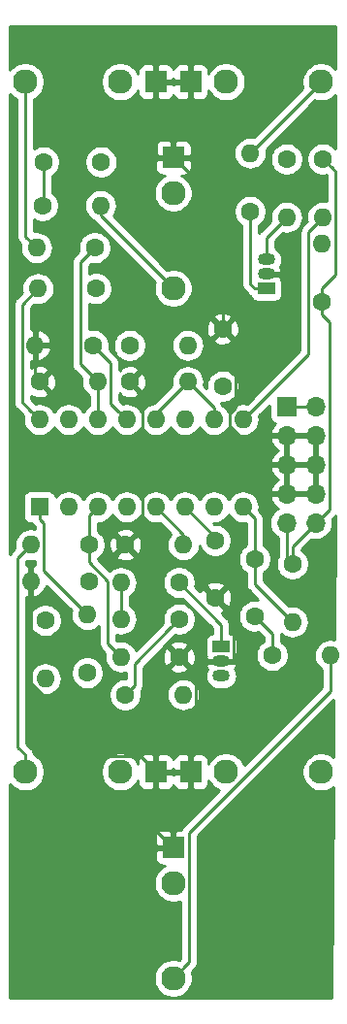
<source format=gbr>
G04 #@! TF.GenerationSoftware,KiCad,Pcbnew,(5.1.0)-1*
G04 #@! TF.CreationDate,2019-04-11T14:16:13-04:00*
G04 #@! TF.ProjectId,moog_vca,6d6f6f67-5f76-4636-912e-6b696361645f,rev?*
G04 #@! TF.SameCoordinates,Original*
G04 #@! TF.FileFunction,Copper,L1,Top*
G04 #@! TF.FilePolarity,Positive*
%FSLAX46Y46*%
G04 Gerber Fmt 4.6, Leading zero omitted, Abs format (unit mm)*
G04 Created by KiCad (PCBNEW (5.1.0)-1) date 2019-04-11 14:16:13*
%MOMM*%
%LPD*%
G04 APERTURE LIST*
%ADD10O,1.600000X1.600000*%
%ADD11R,1.600000X1.600000*%
%ADD12C,1.600000*%
%ADD13R,1.500000X1.050000*%
%ADD14O,1.500000X1.050000*%
%ADD15O,1.700000X1.700000*%
%ADD16R,1.700000X1.700000*%
%ADD17C,2.130000*%
%ADD18R,1.930000X1.830000*%
%ADD19R,1.830000X1.930000*%
%ADD20C,0.800000*%
%ADD21C,0.250000*%
%ADD22C,0.254000*%
G04 APERTURE END LIST*
D10*
X180086000Y-80264000D03*
X197866000Y-87884000D03*
X182626000Y-80264000D03*
X195326000Y-87884000D03*
X185166000Y-80264000D03*
X192786000Y-87884000D03*
X187706000Y-80264000D03*
X190246000Y-87884000D03*
X190246000Y-80264000D03*
X187706000Y-87884000D03*
X192786000Y-80264000D03*
X185166000Y-87884000D03*
X195326000Y-80264000D03*
X182626000Y-87884000D03*
X197866000Y-80264000D03*
D11*
X180086000Y-87884000D03*
D10*
X192659000Y-104267000D03*
D12*
X187579000Y-104267000D03*
D10*
X201676000Y-62611000D03*
D12*
X201676000Y-57531000D03*
D10*
X205486000Y-100838000D03*
D12*
X200406000Y-100838000D03*
D10*
X202184000Y-97917000D03*
D12*
X202184000Y-92837000D03*
D10*
X192659000Y-91186000D03*
D12*
X187579000Y-91186000D03*
D10*
X184277000Y-97282000D03*
D12*
X184277000Y-102362000D03*
D10*
X179324000Y-94361000D03*
D12*
X184404000Y-94361000D03*
D10*
X187198000Y-100965000D03*
D12*
X192278000Y-100965000D03*
D10*
X179324000Y-91186000D03*
D12*
X184404000Y-91186000D03*
D10*
X187198000Y-94488000D03*
D12*
X192278000Y-94488000D03*
D10*
X180594000Y-102870000D03*
D12*
X180594000Y-97790000D03*
D10*
X187198000Y-97663000D03*
D12*
X192278000Y-97663000D03*
D10*
X185420000Y-61595000D03*
D12*
X180340000Y-61595000D03*
D10*
X204851000Y-62611000D03*
D12*
X204851000Y-57531000D03*
D10*
X193040000Y-76962000D03*
D12*
X187960000Y-76962000D03*
D10*
X179959000Y-68834000D03*
D12*
X185039000Y-68834000D03*
D10*
X179705000Y-73787000D03*
D12*
X184785000Y-73787000D03*
D10*
X185166000Y-76962000D03*
D12*
X180086000Y-76962000D03*
D10*
X179832000Y-65278000D03*
D12*
X184912000Y-65278000D03*
D10*
X193040000Y-73787000D03*
D12*
X187960000Y-73787000D03*
D10*
X198501000Y-57023000D03*
D12*
X198501000Y-62103000D03*
D10*
X204724000Y-64897000D03*
D12*
X204724000Y-69977000D03*
D13*
X195961000Y-100076000D03*
D14*
X195961000Y-102616000D03*
X195961000Y-101346000D03*
D13*
X199898000Y-68834000D03*
D14*
X199898000Y-66294000D03*
X199898000Y-67564000D03*
D15*
X204216000Y-89281000D03*
X201676000Y-89281000D03*
X204216000Y-86741000D03*
X201676000Y-86741000D03*
X204216000Y-84201000D03*
X201676000Y-84201000D03*
X204216000Y-81661000D03*
X201676000Y-81661000D03*
X204216000Y-79121000D03*
D16*
X201676000Y-79121000D03*
D17*
X191770000Y-129002000D03*
D18*
X191770000Y-117602000D03*
D17*
X191770000Y-120702000D03*
X191770000Y-68804000D03*
D18*
X191770000Y-57404000D03*
D17*
X191770000Y-60504000D03*
X178846000Y-50800000D03*
D19*
X190246000Y-50800000D03*
D17*
X187146000Y-50800000D03*
X204694000Y-50800000D03*
D19*
X193294000Y-50800000D03*
D17*
X196394000Y-50800000D03*
X204694000Y-110998000D03*
D19*
X193294000Y-110998000D03*
D17*
X196394000Y-110998000D03*
X178846000Y-110998000D03*
D19*
X190246000Y-110998000D03*
D17*
X187146000Y-110998000D03*
D12*
X195453000Y-95805000D03*
X195453000Y-90805000D03*
X196088000Y-72343000D03*
X196088000Y-77343000D03*
X198882000Y-92409000D03*
X198882000Y-97409000D03*
X185467000Y-57785000D03*
X180467000Y-57785000D03*
D20*
X201295000Y-75184000D03*
X201295000Y-72263000D03*
D21*
X180467000Y-61468000D02*
X180340000Y-61595000D01*
X180467000Y-57785000D02*
X180467000Y-61468000D01*
X204051001Y-63410999D02*
X204851000Y-62611000D01*
X203598999Y-63863001D02*
X204051001Y-63410999D01*
X203598999Y-74531001D02*
X203598999Y-63863001D01*
X197866000Y-80264000D02*
X203598999Y-74531001D01*
X198882000Y-88900000D02*
X197866000Y-87884000D01*
X198882000Y-92409000D02*
X198882000Y-88900000D01*
X198882000Y-94615000D02*
X202184000Y-97917000D01*
X198882000Y-92409000D02*
X198882000Y-94615000D01*
X200406000Y-98933000D02*
X200406000Y-100838000D01*
X198882000Y-97409000D02*
X200406000Y-98933000D01*
X191720000Y-117602000D02*
X191770000Y-117602000D01*
X190246000Y-116128000D02*
X191720000Y-117602000D01*
X190246000Y-110998000D02*
X190246000Y-116128000D01*
X193077999Y-101764999D02*
X192278000Y-100965000D01*
X193784001Y-102471001D02*
X193077999Y-101764999D01*
X193784001Y-109292999D02*
X193784001Y-102471001D01*
X193294000Y-109783000D02*
X193784001Y-109292999D01*
X193294000Y-110998000D02*
X193294000Y-109783000D01*
X196252999Y-96604999D02*
X195453000Y-95805000D01*
X197036001Y-97388001D02*
X196252999Y-96604999D01*
X197036001Y-101270999D02*
X197036001Y-97388001D01*
X196961000Y-101346000D02*
X197036001Y-101270999D01*
X195961000Y-101346000D02*
X196961000Y-101346000D01*
X179705000Y-76581000D02*
X180086000Y-76962000D01*
X179705000Y-73787000D02*
X179705000Y-76581000D01*
X190246000Y-52015000D02*
X190246000Y-50800000D01*
X190246000Y-57095000D02*
X190246000Y-52015000D01*
X190555000Y-57404000D02*
X190246000Y-57095000D01*
X191770000Y-57404000D02*
X190555000Y-57404000D01*
X196088000Y-71211630D02*
X196088000Y-72343000D01*
X196088000Y-61672000D02*
X196088000Y-71211630D01*
X191820000Y-57404000D02*
X196088000Y-61672000D01*
X191770000Y-57404000D02*
X191820000Y-57404000D01*
X200473919Y-84201000D02*
X201676000Y-84201000D01*
X200137998Y-84201000D02*
X200473919Y-84201000D01*
X196740999Y-80804001D02*
X200137998Y-84201000D01*
X196740999Y-79723999D02*
X196740999Y-80804001D01*
X197231000Y-73486000D02*
X197231000Y-79233998D01*
X197231000Y-79233998D02*
X196740999Y-79723999D01*
X196088000Y-72343000D02*
X197231000Y-73486000D01*
X188759999Y-77761999D02*
X187960000Y-76962000D01*
X189120999Y-78122999D02*
X188759999Y-77761999D01*
X189120999Y-89644001D02*
X189120999Y-78122999D01*
X187579000Y-91186000D02*
X189120999Y-89644001D01*
X190246000Y-110948000D02*
X190246000Y-110998000D01*
X188905999Y-109607999D02*
X190246000Y-110948000D01*
X185666997Y-109607999D02*
X188905999Y-109607999D01*
X179324000Y-103265002D02*
X185666997Y-109607999D01*
X179324000Y-94361000D02*
X179324000Y-103265002D01*
X200898000Y-67564000D02*
X201295000Y-67961000D01*
X199898000Y-67564000D02*
X200898000Y-67564000D01*
X201295000Y-67961000D02*
X201295000Y-72263000D01*
X201295000Y-75184000D02*
X201295000Y-75184000D01*
X201295000Y-72263000D02*
X201295000Y-75184000D01*
X201676000Y-85538919D02*
X201676000Y-84201000D01*
X201676000Y-86741000D02*
X201676000Y-85538919D01*
X201676000Y-84201000D02*
X201676000Y-81661000D01*
X204216000Y-82863081D02*
X204216000Y-84201000D01*
X204216000Y-81661000D02*
X204216000Y-82863081D01*
X204216000Y-84201000D02*
X204216000Y-86741000D01*
X202776000Y-79121000D02*
X204216000Y-79121000D01*
X201676000Y-79121000D02*
X202776000Y-79121000D01*
X205065999Y-88431001D02*
X204216000Y-89281000D01*
X205391001Y-88105999D02*
X205065999Y-88431001D01*
X205391001Y-71775371D02*
X205391001Y-88105999D01*
X204724000Y-71108370D02*
X205391001Y-71775371D01*
X204724000Y-69977000D02*
X204724000Y-71108370D01*
X202184000Y-91313000D02*
X204216000Y-89281000D01*
X202184000Y-92837000D02*
X202184000Y-91313000D01*
X195453000Y-90551000D02*
X195453000Y-90805000D01*
X192786000Y-87884000D02*
X195453000Y-90551000D01*
X191478001Y-98462999D02*
X192278000Y-97663000D01*
X188378999Y-101562001D02*
X191478001Y-98462999D01*
X188378999Y-103467001D02*
X188378999Y-101562001D01*
X187579000Y-104267000D02*
X188378999Y-103467001D01*
X205650999Y-58330999D02*
X204851000Y-57531000D01*
X205976001Y-58656001D02*
X205650999Y-58330999D01*
X205976001Y-67593629D02*
X205976001Y-58656001D01*
X204724000Y-68845630D02*
X205976001Y-67593629D01*
X204724000Y-69977000D02*
X204724000Y-68845630D01*
X201676000Y-92329000D02*
X202184000Y-92837000D01*
X201676000Y-89281000D02*
X201676000Y-92329000D01*
X204694000Y-50830000D02*
X204694000Y-50800000D01*
X198501000Y-57023000D02*
X204694000Y-50830000D01*
X187198000Y-95619370D02*
X187198000Y-97663000D01*
X187198000Y-94488000D02*
X187198000Y-95619370D01*
X198501000Y-63234370D02*
X198501000Y-62103000D01*
X198501000Y-68437000D02*
X198501000Y-63234370D01*
X198898000Y-68834000D02*
X198501000Y-68437000D01*
X199898000Y-68834000D02*
X198898000Y-68834000D01*
X199898000Y-64389000D02*
X201676000Y-62611000D01*
X199898000Y-66294000D02*
X199898000Y-64389000D01*
X195961000Y-98171000D02*
X192278000Y-94488000D01*
X195961000Y-100076000D02*
X195961000Y-98171000D01*
X185166000Y-79132630D02*
X185166000Y-76962000D01*
X185166000Y-80264000D02*
X185166000Y-79132630D01*
X184112001Y-66077999D02*
X184912000Y-65278000D01*
X183659999Y-66530001D02*
X184112001Y-66077999D01*
X183659999Y-75455999D02*
X183659999Y-66530001D01*
X185166000Y-76962000D02*
X183659999Y-75455999D01*
X178846000Y-64292000D02*
X179832000Y-65278000D01*
X178846000Y-50800000D02*
X178846000Y-64292000D01*
X186906001Y-79464001D02*
X187706000Y-80264000D01*
X186291001Y-78849001D02*
X186906001Y-79464001D01*
X186291001Y-75293001D02*
X186291001Y-78849001D01*
X184785000Y-73787000D02*
X186291001Y-75293001D01*
X179286001Y-79464001D02*
X180086000Y-80264000D01*
X178579999Y-78757999D02*
X179286001Y-79464001D01*
X178579999Y-70213001D02*
X178579999Y-78757999D01*
X179959000Y-68834000D02*
X178579999Y-70213001D01*
X190246000Y-79756000D02*
X190246000Y-80264000D01*
X193040000Y-76962000D02*
X190246000Y-79756000D01*
X195326000Y-79248000D02*
X195326000Y-80264000D01*
X193040000Y-76962000D02*
X195326000Y-79248000D01*
X185420000Y-62454000D02*
X185420000Y-61595000D01*
X191770000Y-68804000D02*
X185420000Y-62454000D01*
X178524001Y-91985999D02*
X179324000Y-91186000D01*
X178198999Y-92311001D02*
X178524001Y-91985999D01*
X178198999Y-108844862D02*
X178198999Y-92311001D01*
X178846000Y-109491863D02*
X178198999Y-108844862D01*
X178846000Y-110998000D02*
X178846000Y-109491863D01*
X184404000Y-88646000D02*
X185166000Y-87884000D01*
X184404000Y-91186000D02*
X184404000Y-88646000D01*
X186398001Y-100165001D02*
X187198000Y-100965000D01*
X186072999Y-99839999D02*
X186398001Y-100165001D01*
X186072999Y-94364997D02*
X186072999Y-99839999D01*
X184404000Y-92695998D02*
X186072999Y-94364997D01*
X184404000Y-91186000D02*
X184404000Y-92695998D01*
X180086000Y-88934000D02*
X180086000Y-87884000D01*
X180467000Y-89315000D02*
X180086000Y-88934000D01*
X180467000Y-93472000D02*
X180467000Y-89315000D01*
X184277000Y-97282000D02*
X180467000Y-93472000D01*
X192659000Y-90297000D02*
X192659000Y-91186000D01*
X190246000Y-87884000D02*
X192659000Y-90297000D01*
X192834999Y-127937001D02*
X191770000Y-129002000D01*
X193160001Y-127611999D02*
X192834999Y-127937001D01*
X193160001Y-116289201D02*
X193160001Y-127611999D01*
X205486000Y-103963202D02*
X193160001Y-116289201D01*
X205486000Y-100838000D02*
X205486000Y-103963202D01*
D22*
G36*
X205971000Y-49672836D02*
G01*
X205777687Y-49479523D01*
X205499252Y-49293479D01*
X205189872Y-49165330D01*
X204861435Y-49100000D01*
X204526565Y-49100000D01*
X204198128Y-49165330D01*
X203888748Y-49293479D01*
X203610313Y-49479523D01*
X203373523Y-49716313D01*
X203187479Y-49994748D01*
X203059330Y-50304128D01*
X202994000Y-50632565D01*
X202994000Y-50967435D01*
X203059330Y-51295872D01*
X203086861Y-51362337D01*
X198826907Y-55622292D01*
X198782309Y-55608764D01*
X198571492Y-55588000D01*
X198430508Y-55588000D01*
X198219691Y-55608764D01*
X197949192Y-55690818D01*
X197699899Y-55824068D01*
X197481392Y-56003392D01*
X197302068Y-56221899D01*
X197168818Y-56471192D01*
X197086764Y-56741691D01*
X197059057Y-57023000D01*
X197086764Y-57304309D01*
X197168818Y-57574808D01*
X197302068Y-57824101D01*
X197481392Y-58042608D01*
X197699899Y-58221932D01*
X197949192Y-58355182D01*
X198219691Y-58437236D01*
X198430508Y-58458000D01*
X198571492Y-58458000D01*
X198782309Y-58437236D01*
X199052808Y-58355182D01*
X199302101Y-58221932D01*
X199520608Y-58042608D01*
X199699932Y-57824101D01*
X199833182Y-57574808D01*
X199889343Y-57389665D01*
X200241000Y-57389665D01*
X200241000Y-57672335D01*
X200296147Y-57949574D01*
X200404320Y-58210727D01*
X200561363Y-58445759D01*
X200761241Y-58645637D01*
X200996273Y-58802680D01*
X201257426Y-58910853D01*
X201534665Y-58966000D01*
X201817335Y-58966000D01*
X202094574Y-58910853D01*
X202355727Y-58802680D01*
X202590759Y-58645637D01*
X202790637Y-58445759D01*
X202947680Y-58210727D01*
X203055853Y-57949574D01*
X203111000Y-57672335D01*
X203111000Y-57389665D01*
X203055853Y-57112426D01*
X202947680Y-56851273D01*
X202790637Y-56616241D01*
X202590759Y-56416363D01*
X202355727Y-56259320D01*
X202094574Y-56151147D01*
X201817335Y-56096000D01*
X201534665Y-56096000D01*
X201257426Y-56151147D01*
X200996273Y-56259320D01*
X200761241Y-56416363D01*
X200561363Y-56616241D01*
X200404320Y-56851273D01*
X200296147Y-57112426D01*
X200241000Y-57389665D01*
X199889343Y-57389665D01*
X199915236Y-57304309D01*
X199942943Y-57023000D01*
X199915236Y-56741691D01*
X199901708Y-56697093D01*
X204174089Y-52424713D01*
X204198128Y-52434670D01*
X204526565Y-52500000D01*
X204861435Y-52500000D01*
X205189872Y-52434670D01*
X205499252Y-52306521D01*
X205777687Y-52120477D01*
X205971000Y-51927164D01*
X205971000Y-56624268D01*
X205965637Y-56616241D01*
X205765759Y-56416363D01*
X205530727Y-56259320D01*
X205269574Y-56151147D01*
X204992335Y-56096000D01*
X204709665Y-56096000D01*
X204432426Y-56151147D01*
X204171273Y-56259320D01*
X203936241Y-56416363D01*
X203736363Y-56616241D01*
X203579320Y-56851273D01*
X203471147Y-57112426D01*
X203416000Y-57389665D01*
X203416000Y-57672335D01*
X203471147Y-57949574D01*
X203579320Y-58210727D01*
X203736363Y-58445759D01*
X203936241Y-58645637D01*
X204171273Y-58802680D01*
X204432426Y-58910853D01*
X204709665Y-58966000D01*
X204992335Y-58966000D01*
X205174887Y-58929688D01*
X205216002Y-58970803D01*
X205216002Y-61222152D01*
X205132309Y-61196764D01*
X204921492Y-61176000D01*
X204780508Y-61176000D01*
X204569691Y-61196764D01*
X204299192Y-61278818D01*
X204049899Y-61412068D01*
X203831392Y-61591392D01*
X203652068Y-61809899D01*
X203518818Y-62059192D01*
X203436764Y-62329691D01*
X203409057Y-62611000D01*
X203436764Y-62892309D01*
X203450292Y-62936907D01*
X203087997Y-63299202D01*
X203058999Y-63323000D01*
X203035201Y-63351998D01*
X203035200Y-63351999D01*
X202964025Y-63438725D01*
X202893453Y-63570755D01*
X202876901Y-63625323D01*
X202854835Y-63698068D01*
X202849997Y-63714016D01*
X202835323Y-63863001D01*
X202839000Y-63900333D01*
X202838999Y-74216199D01*
X198191907Y-78863292D01*
X198147309Y-78849764D01*
X197936492Y-78829000D01*
X197795508Y-78829000D01*
X197584691Y-78849764D01*
X197314192Y-78931818D01*
X197064899Y-79065068D01*
X196846392Y-79244392D01*
X196667068Y-79462899D01*
X196596000Y-79595858D01*
X196524932Y-79462899D01*
X196345608Y-79244392D01*
X196127101Y-79065068D01*
X196052631Y-79025263D01*
X196031546Y-78955753D01*
X195960974Y-78823724D01*
X195918920Y-78772481D01*
X195946665Y-78778000D01*
X196229335Y-78778000D01*
X196506574Y-78722853D01*
X196767727Y-78614680D01*
X197002759Y-78457637D01*
X197202637Y-78257759D01*
X197359680Y-78022727D01*
X197467853Y-77761574D01*
X197523000Y-77484335D01*
X197523000Y-77201665D01*
X197467853Y-76924426D01*
X197359680Y-76663273D01*
X197202637Y-76428241D01*
X197002759Y-76228363D01*
X196767727Y-76071320D01*
X196506574Y-75963147D01*
X196229335Y-75908000D01*
X195946665Y-75908000D01*
X195669426Y-75963147D01*
X195408273Y-76071320D01*
X195173241Y-76228363D01*
X194973363Y-76428241D01*
X194816320Y-76663273D01*
X194708147Y-76924426D01*
X194653000Y-77201665D01*
X194653000Y-77484335D01*
X194656939Y-77504138D01*
X194440708Y-77287906D01*
X194454236Y-77243309D01*
X194481943Y-76962000D01*
X194454236Y-76680691D01*
X194372182Y-76410192D01*
X194238932Y-76160899D01*
X194059608Y-75942392D01*
X193841101Y-75763068D01*
X193591808Y-75629818D01*
X193321309Y-75547764D01*
X193110492Y-75527000D01*
X192969508Y-75527000D01*
X192758691Y-75547764D01*
X192488192Y-75629818D01*
X192238899Y-75763068D01*
X192020392Y-75942392D01*
X191841068Y-76160899D01*
X191707818Y-76410192D01*
X191625764Y-76680691D01*
X191598057Y-76962000D01*
X191625764Y-77243309D01*
X191639292Y-77287906D01*
X190089753Y-78837446D01*
X189964691Y-78849764D01*
X189694192Y-78931818D01*
X189444899Y-79065068D01*
X189226392Y-79244392D01*
X189047068Y-79462899D01*
X188976000Y-79595858D01*
X188904932Y-79462899D01*
X188725608Y-79244392D01*
X188507101Y-79065068D01*
X188257808Y-78931818D01*
X187987309Y-78849764D01*
X187776492Y-78829000D01*
X187635508Y-78829000D01*
X187424691Y-78849764D01*
X187380094Y-78863292D01*
X187051001Y-78534200D01*
X187051001Y-78050606D01*
X187146903Y-77954704D01*
X187218486Y-78198671D01*
X187473996Y-78319571D01*
X187748184Y-78388300D01*
X188030512Y-78402217D01*
X188310130Y-78360787D01*
X188576292Y-78265603D01*
X188701514Y-78198671D01*
X188773097Y-77954702D01*
X187960000Y-77141605D01*
X187945858Y-77155748D01*
X187766253Y-76976143D01*
X187780395Y-76962000D01*
X188139605Y-76962000D01*
X188952702Y-77775097D01*
X189196671Y-77703514D01*
X189317571Y-77448004D01*
X189386300Y-77173816D01*
X189400217Y-76891488D01*
X189358787Y-76611870D01*
X189263603Y-76345708D01*
X189196671Y-76220486D01*
X188952702Y-76148903D01*
X188139605Y-76962000D01*
X187780395Y-76962000D01*
X187766253Y-76947858D01*
X187945858Y-76768253D01*
X187960000Y-76782395D01*
X188773097Y-75969298D01*
X188701514Y-75725329D01*
X188446004Y-75604429D01*
X188171816Y-75535700D01*
X187889488Y-75521783D01*
X187609870Y-75563213D01*
X187343708Y-75658397D01*
X187218486Y-75725329D01*
X187146903Y-75969296D01*
X187051001Y-75873394D01*
X187051001Y-75330323D01*
X187054677Y-75293000D01*
X187051001Y-75255677D01*
X187051001Y-75255668D01*
X187040004Y-75144015D01*
X186996547Y-75000754D01*
X186963744Y-74939385D01*
X186925975Y-74868724D01*
X186854800Y-74781998D01*
X186831002Y-74753000D01*
X186802005Y-74729203D01*
X186183688Y-74110886D01*
X186220000Y-73928335D01*
X186220000Y-73645665D01*
X186525000Y-73645665D01*
X186525000Y-73928335D01*
X186580147Y-74205574D01*
X186688320Y-74466727D01*
X186845363Y-74701759D01*
X187045241Y-74901637D01*
X187280273Y-75058680D01*
X187541426Y-75166853D01*
X187818665Y-75222000D01*
X188101335Y-75222000D01*
X188378574Y-75166853D01*
X188639727Y-75058680D01*
X188874759Y-74901637D01*
X189074637Y-74701759D01*
X189231680Y-74466727D01*
X189339853Y-74205574D01*
X189395000Y-73928335D01*
X189395000Y-73787000D01*
X191598057Y-73787000D01*
X191625764Y-74068309D01*
X191707818Y-74338808D01*
X191841068Y-74588101D01*
X192020392Y-74806608D01*
X192238899Y-74985932D01*
X192488192Y-75119182D01*
X192758691Y-75201236D01*
X192969508Y-75222000D01*
X193110492Y-75222000D01*
X193321309Y-75201236D01*
X193591808Y-75119182D01*
X193841101Y-74985932D01*
X194059608Y-74806608D01*
X194238932Y-74588101D01*
X194372182Y-74338808D01*
X194454236Y-74068309D01*
X194481943Y-73787000D01*
X194454236Y-73505691D01*
X194402672Y-73335702D01*
X195274903Y-73335702D01*
X195346486Y-73579671D01*
X195601996Y-73700571D01*
X195876184Y-73769300D01*
X196158512Y-73783217D01*
X196438130Y-73741787D01*
X196704292Y-73646603D01*
X196829514Y-73579671D01*
X196901097Y-73335702D01*
X196088000Y-72522605D01*
X195274903Y-73335702D01*
X194402672Y-73335702D01*
X194372182Y-73235192D01*
X194238932Y-72985899D01*
X194059608Y-72767392D01*
X193841101Y-72588068D01*
X193591808Y-72454818D01*
X193455639Y-72413512D01*
X194647783Y-72413512D01*
X194689213Y-72693130D01*
X194784397Y-72959292D01*
X194851329Y-73084514D01*
X195095298Y-73156097D01*
X195908395Y-72343000D01*
X196267605Y-72343000D01*
X197080702Y-73156097D01*
X197324671Y-73084514D01*
X197445571Y-72829004D01*
X197514300Y-72554816D01*
X197528217Y-72272488D01*
X197486787Y-71992870D01*
X197391603Y-71726708D01*
X197324671Y-71601486D01*
X197080702Y-71529903D01*
X196267605Y-72343000D01*
X195908395Y-72343000D01*
X195095298Y-71529903D01*
X194851329Y-71601486D01*
X194730429Y-71856996D01*
X194661700Y-72131184D01*
X194647783Y-72413512D01*
X193455639Y-72413512D01*
X193321309Y-72372764D01*
X193110492Y-72352000D01*
X192969508Y-72352000D01*
X192758691Y-72372764D01*
X192488192Y-72454818D01*
X192238899Y-72588068D01*
X192020392Y-72767392D01*
X191841068Y-72985899D01*
X191707818Y-73235192D01*
X191625764Y-73505691D01*
X191598057Y-73787000D01*
X189395000Y-73787000D01*
X189395000Y-73645665D01*
X189339853Y-73368426D01*
X189231680Y-73107273D01*
X189074637Y-72872241D01*
X188874759Y-72672363D01*
X188639727Y-72515320D01*
X188378574Y-72407147D01*
X188101335Y-72352000D01*
X187818665Y-72352000D01*
X187541426Y-72407147D01*
X187280273Y-72515320D01*
X187045241Y-72672363D01*
X186845363Y-72872241D01*
X186688320Y-73107273D01*
X186580147Y-73368426D01*
X186525000Y-73645665D01*
X186220000Y-73645665D01*
X186164853Y-73368426D01*
X186056680Y-73107273D01*
X185899637Y-72872241D01*
X185699759Y-72672363D01*
X185464727Y-72515320D01*
X185203574Y-72407147D01*
X184926335Y-72352000D01*
X184643665Y-72352000D01*
X184419999Y-72396491D01*
X184419999Y-71350298D01*
X195274903Y-71350298D01*
X196088000Y-72163395D01*
X196901097Y-71350298D01*
X196829514Y-71106329D01*
X196574004Y-70985429D01*
X196299816Y-70916700D01*
X196017488Y-70902783D01*
X195737870Y-70944213D01*
X195471708Y-71039397D01*
X195346486Y-71106329D01*
X195274903Y-71350298D01*
X184419999Y-71350298D01*
X184419999Y-70130834D01*
X184620426Y-70213853D01*
X184897665Y-70269000D01*
X185180335Y-70269000D01*
X185457574Y-70213853D01*
X185718727Y-70105680D01*
X185953759Y-69948637D01*
X186153637Y-69748759D01*
X186310680Y-69513727D01*
X186418853Y-69252574D01*
X186474000Y-68975335D01*
X186474000Y-68692665D01*
X186418853Y-68415426D01*
X186310680Y-68154273D01*
X186153637Y-67919241D01*
X185953759Y-67719363D01*
X185718727Y-67562320D01*
X185457574Y-67454147D01*
X185180335Y-67399000D01*
X184897665Y-67399000D01*
X184620426Y-67454147D01*
X184419999Y-67537166D01*
X184419999Y-66844802D01*
X184588113Y-66676688D01*
X184770665Y-66713000D01*
X185053335Y-66713000D01*
X185330574Y-66657853D01*
X185591727Y-66549680D01*
X185826759Y-66392637D01*
X186026637Y-66192759D01*
X186183680Y-65957727D01*
X186291853Y-65696574D01*
X186347000Y-65419335D01*
X186347000Y-65136665D01*
X186291853Y-64859426D01*
X186183680Y-64598273D01*
X186026637Y-64363241D01*
X185826759Y-64163363D01*
X185591727Y-64006320D01*
X185330574Y-63898147D01*
X185053335Y-63843000D01*
X184770665Y-63843000D01*
X184493426Y-63898147D01*
X184232273Y-64006320D01*
X183997241Y-64163363D01*
X183797363Y-64363241D01*
X183640320Y-64598273D01*
X183532147Y-64859426D01*
X183477000Y-65136665D01*
X183477000Y-65419335D01*
X183513312Y-65601887D01*
X183148997Y-65966202D01*
X183119999Y-65990000D01*
X183096201Y-66018998D01*
X183096200Y-66018999D01*
X183025025Y-66105725D01*
X182954453Y-66237755D01*
X182937392Y-66294000D01*
X182910997Y-66381015D01*
X182904893Y-66442985D01*
X182896323Y-66530001D01*
X182900000Y-66567333D01*
X182899999Y-75418677D01*
X182896323Y-75455999D01*
X182899999Y-75493321D01*
X182899999Y-75493331D01*
X182910996Y-75604984D01*
X182945059Y-75717277D01*
X182954453Y-75748245D01*
X183025025Y-75880275D01*
X183047779Y-75908000D01*
X183119998Y-75996000D01*
X183149002Y-76019803D01*
X183765292Y-76636094D01*
X183751764Y-76680691D01*
X183724057Y-76962000D01*
X183751764Y-77243309D01*
X183833818Y-77513808D01*
X183967068Y-77763101D01*
X184146392Y-77981608D01*
X184364899Y-78160932D01*
X184406000Y-78182901D01*
X184406000Y-79043099D01*
X184364899Y-79065068D01*
X184146392Y-79244392D01*
X183967068Y-79462899D01*
X183896000Y-79595858D01*
X183824932Y-79462899D01*
X183645608Y-79244392D01*
X183427101Y-79065068D01*
X183177808Y-78931818D01*
X182907309Y-78849764D01*
X182696492Y-78829000D01*
X182555508Y-78829000D01*
X182344691Y-78849764D01*
X182074192Y-78931818D01*
X181824899Y-79065068D01*
X181606392Y-79244392D01*
X181427068Y-79462899D01*
X181356000Y-79595858D01*
X181284932Y-79462899D01*
X181105608Y-79244392D01*
X180887101Y-79065068D01*
X180637808Y-78931818D01*
X180367309Y-78849764D01*
X180156492Y-78829000D01*
X180015508Y-78829000D01*
X179804691Y-78849764D01*
X179760094Y-78863292D01*
X179339999Y-78443198D01*
X179339999Y-78183378D01*
X179344486Y-78198671D01*
X179599996Y-78319571D01*
X179874184Y-78388300D01*
X180156512Y-78402217D01*
X180436130Y-78360787D01*
X180702292Y-78265603D01*
X180827514Y-78198671D01*
X180899097Y-77954702D01*
X180086000Y-77141605D01*
X180071858Y-77155748D01*
X179892253Y-76976143D01*
X179906395Y-76962000D01*
X180265605Y-76962000D01*
X181078702Y-77775097D01*
X181322671Y-77703514D01*
X181443571Y-77448004D01*
X181512300Y-77173816D01*
X181526217Y-76891488D01*
X181484787Y-76611870D01*
X181389603Y-76345708D01*
X181322671Y-76220486D01*
X181078702Y-76148903D01*
X180265605Y-76962000D01*
X179906395Y-76962000D01*
X179892253Y-76947858D01*
X180071858Y-76768253D01*
X180086000Y-76782395D01*
X180899097Y-75969298D01*
X180827514Y-75725329D01*
X180572004Y-75604429D01*
X180297816Y-75535700D01*
X180015488Y-75521783D01*
X179735870Y-75563213D01*
X179469708Y-75658397D01*
X179344486Y-75725329D01*
X179339999Y-75740622D01*
X179339999Y-75173193D01*
X179355960Y-75178909D01*
X179578000Y-75057624D01*
X179578000Y-73914000D01*
X179832000Y-73914000D01*
X179832000Y-75057624D01*
X180054040Y-75178909D01*
X180318881Y-75084070D01*
X180560131Y-74939385D01*
X180768519Y-74750414D01*
X180936037Y-74524420D01*
X181056246Y-74270087D01*
X181096904Y-74136039D01*
X180974915Y-73914000D01*
X179832000Y-73914000D01*
X179578000Y-73914000D01*
X179558000Y-73914000D01*
X179558000Y-73660000D01*
X179578000Y-73660000D01*
X179578000Y-72516376D01*
X179832000Y-72516376D01*
X179832000Y-73660000D01*
X180974915Y-73660000D01*
X181096904Y-73437961D01*
X181056246Y-73303913D01*
X180936037Y-73049580D01*
X180768519Y-72823586D01*
X180560131Y-72634615D01*
X180318881Y-72489930D01*
X180054040Y-72395091D01*
X179832000Y-72516376D01*
X179578000Y-72516376D01*
X179355960Y-72395091D01*
X179339999Y-72400807D01*
X179339999Y-70527802D01*
X179633094Y-70234708D01*
X179677691Y-70248236D01*
X179888508Y-70269000D01*
X180029492Y-70269000D01*
X180240309Y-70248236D01*
X180510808Y-70166182D01*
X180760101Y-70032932D01*
X180978608Y-69853608D01*
X181157932Y-69635101D01*
X181291182Y-69385808D01*
X181373236Y-69115309D01*
X181400943Y-68834000D01*
X181373236Y-68552691D01*
X181291182Y-68282192D01*
X181157932Y-68032899D01*
X180978608Y-67814392D01*
X180760101Y-67635068D01*
X180510808Y-67501818D01*
X180240309Y-67419764D01*
X180029492Y-67399000D01*
X179888508Y-67399000D01*
X179677691Y-67419764D01*
X179407192Y-67501818D01*
X179157899Y-67635068D01*
X178939392Y-67814392D01*
X178760068Y-68032899D01*
X178626818Y-68282192D01*
X178544764Y-68552691D01*
X178517057Y-68834000D01*
X178544764Y-69115309D01*
X178558292Y-69159906D01*
X178069002Y-69649197D01*
X178039998Y-69673000D01*
X178006766Y-69713494D01*
X177945025Y-69788725D01*
X177874454Y-69920754D01*
X177874453Y-69920755D01*
X177830996Y-70064016D01*
X177819999Y-70175669D01*
X177819999Y-70175679D01*
X177816323Y-70213001D01*
X177819999Y-70250323D01*
X177820000Y-78720667D01*
X177816323Y-78757999D01*
X177820000Y-78795332D01*
X177830997Y-78906985D01*
X177838530Y-78931818D01*
X177874453Y-79050245D01*
X177945025Y-79182275D01*
X177996004Y-79244392D01*
X178039999Y-79298000D01*
X178068997Y-79321798D01*
X178685292Y-79938094D01*
X178671764Y-79982691D01*
X178644057Y-80264000D01*
X178671764Y-80545309D01*
X178753818Y-80815808D01*
X178887068Y-81065101D01*
X179066392Y-81283608D01*
X179284899Y-81462932D01*
X179534192Y-81596182D01*
X179804691Y-81678236D01*
X180015508Y-81699000D01*
X180156492Y-81699000D01*
X180367309Y-81678236D01*
X180637808Y-81596182D01*
X180887101Y-81462932D01*
X181105608Y-81283608D01*
X181284932Y-81065101D01*
X181356000Y-80932142D01*
X181427068Y-81065101D01*
X181606392Y-81283608D01*
X181824899Y-81462932D01*
X182074192Y-81596182D01*
X182344691Y-81678236D01*
X182555508Y-81699000D01*
X182696492Y-81699000D01*
X182907309Y-81678236D01*
X183177808Y-81596182D01*
X183427101Y-81462932D01*
X183645608Y-81283608D01*
X183824932Y-81065101D01*
X183896000Y-80932142D01*
X183967068Y-81065101D01*
X184146392Y-81283608D01*
X184364899Y-81462932D01*
X184614192Y-81596182D01*
X184884691Y-81678236D01*
X185095508Y-81699000D01*
X185236492Y-81699000D01*
X185447309Y-81678236D01*
X185717808Y-81596182D01*
X185967101Y-81462932D01*
X186185608Y-81283608D01*
X186364932Y-81065101D01*
X186436000Y-80932142D01*
X186507068Y-81065101D01*
X186686392Y-81283608D01*
X186904899Y-81462932D01*
X187154192Y-81596182D01*
X187424691Y-81678236D01*
X187635508Y-81699000D01*
X187776492Y-81699000D01*
X187987309Y-81678236D01*
X188257808Y-81596182D01*
X188507101Y-81462932D01*
X188725608Y-81283608D01*
X188904932Y-81065101D01*
X188976000Y-80932142D01*
X189047068Y-81065101D01*
X189226392Y-81283608D01*
X189444899Y-81462932D01*
X189694192Y-81596182D01*
X189964691Y-81678236D01*
X190175508Y-81699000D01*
X190316492Y-81699000D01*
X190527309Y-81678236D01*
X190797808Y-81596182D01*
X191047101Y-81462932D01*
X191265608Y-81283608D01*
X191444932Y-81065101D01*
X191516000Y-80932142D01*
X191587068Y-81065101D01*
X191766392Y-81283608D01*
X191984899Y-81462932D01*
X192234192Y-81596182D01*
X192504691Y-81678236D01*
X192715508Y-81699000D01*
X192856492Y-81699000D01*
X193067309Y-81678236D01*
X193337808Y-81596182D01*
X193587101Y-81462932D01*
X193805608Y-81283608D01*
X193984932Y-81065101D01*
X194056000Y-80932142D01*
X194127068Y-81065101D01*
X194306392Y-81283608D01*
X194524899Y-81462932D01*
X194774192Y-81596182D01*
X195044691Y-81678236D01*
X195255508Y-81699000D01*
X195396492Y-81699000D01*
X195607309Y-81678236D01*
X195877808Y-81596182D01*
X196127101Y-81462932D01*
X196345608Y-81283608D01*
X196524932Y-81065101D01*
X196596000Y-80932142D01*
X196667068Y-81065101D01*
X196846392Y-81283608D01*
X197064899Y-81462932D01*
X197314192Y-81596182D01*
X197584691Y-81678236D01*
X197795508Y-81699000D01*
X197936492Y-81699000D01*
X198147309Y-81678236D01*
X198417808Y-81596182D01*
X198667101Y-81462932D01*
X198885608Y-81283608D01*
X199064932Y-81065101D01*
X199198182Y-80815808D01*
X199280236Y-80545309D01*
X199307943Y-80264000D01*
X199280236Y-79982691D01*
X199266708Y-79938093D01*
X200187928Y-79016873D01*
X200187928Y-79971000D01*
X200200188Y-80095482D01*
X200236498Y-80215180D01*
X200295463Y-80325494D01*
X200374815Y-80422185D01*
X200471506Y-80501537D01*
X200581820Y-80560502D01*
X200662466Y-80584966D01*
X200578412Y-80660731D01*
X200404359Y-80894080D01*
X200279175Y-81156901D01*
X200234524Y-81304110D01*
X200355845Y-81534000D01*
X201549000Y-81534000D01*
X201549000Y-81514000D01*
X201803000Y-81514000D01*
X201803000Y-81534000D01*
X204089000Y-81534000D01*
X204089000Y-81514000D01*
X204343000Y-81514000D01*
X204343000Y-81534000D01*
X204363000Y-81534000D01*
X204363000Y-81788000D01*
X204343000Y-81788000D01*
X204343000Y-84074000D01*
X204363000Y-84074000D01*
X204363000Y-84328000D01*
X204343000Y-84328000D01*
X204343000Y-86614000D01*
X204363000Y-86614000D01*
X204363000Y-86868000D01*
X204343000Y-86868000D01*
X204343000Y-86888000D01*
X204089000Y-86888000D01*
X204089000Y-86868000D01*
X201803000Y-86868000D01*
X201803000Y-86888000D01*
X201549000Y-86888000D01*
X201549000Y-86868000D01*
X200355845Y-86868000D01*
X200234524Y-87097890D01*
X200279175Y-87245099D01*
X200404359Y-87507920D01*
X200578412Y-87741269D01*
X200794645Y-87936178D01*
X200911523Y-88005799D01*
X200846986Y-88040294D01*
X200620866Y-88225866D01*
X200435294Y-88451986D01*
X200297401Y-88709966D01*
X200212487Y-88989889D01*
X200183815Y-89281000D01*
X200212487Y-89572111D01*
X200297401Y-89852034D01*
X200435294Y-90110014D01*
X200620866Y-90336134D01*
X200846986Y-90521706D01*
X200916000Y-90558595D01*
X200916001Y-92151764D01*
X200912320Y-92157273D01*
X200804147Y-92418426D01*
X200749000Y-92695665D01*
X200749000Y-92978335D01*
X200804147Y-93255574D01*
X200912320Y-93516727D01*
X201069363Y-93751759D01*
X201269241Y-93951637D01*
X201504273Y-94108680D01*
X201765426Y-94216853D01*
X202042665Y-94272000D01*
X202325335Y-94272000D01*
X202602574Y-94216853D01*
X202863727Y-94108680D01*
X203098759Y-93951637D01*
X203298637Y-93751759D01*
X203455680Y-93516727D01*
X203563853Y-93255574D01*
X203619000Y-92978335D01*
X203619000Y-92695665D01*
X203563853Y-92418426D01*
X203455680Y-92157273D01*
X203298637Y-91922241D01*
X203098759Y-91722363D01*
X202949302Y-91622499D01*
X203850005Y-90721797D01*
X203924889Y-90744513D01*
X204143050Y-90766000D01*
X204288950Y-90766000D01*
X204507111Y-90744513D01*
X204787034Y-90659599D01*
X205045014Y-90521706D01*
X205271134Y-90336134D01*
X205456706Y-90110014D01*
X205594599Y-89852034D01*
X205679513Y-89572111D01*
X205708185Y-89281000D01*
X205679513Y-88989889D01*
X205656797Y-88915004D01*
X205901998Y-88669803D01*
X205929073Y-88647583D01*
X205849066Y-99448564D01*
X205767309Y-99423764D01*
X205556492Y-99403000D01*
X205415508Y-99403000D01*
X205204691Y-99423764D01*
X204934192Y-99505818D01*
X204684899Y-99639068D01*
X204466392Y-99818392D01*
X204287068Y-100036899D01*
X204153818Y-100286192D01*
X204071764Y-100556691D01*
X204044057Y-100838000D01*
X204071764Y-101119309D01*
X204153818Y-101389808D01*
X204287068Y-101639101D01*
X204466392Y-101857608D01*
X204684899Y-102036932D01*
X204726000Y-102058901D01*
X204726001Y-103648399D01*
X197982862Y-110391538D01*
X197900521Y-110192748D01*
X197714477Y-109914313D01*
X197477687Y-109677523D01*
X197199252Y-109491479D01*
X196889872Y-109363330D01*
X196561435Y-109298000D01*
X196226565Y-109298000D01*
X195898128Y-109363330D01*
X195588748Y-109491479D01*
X195310313Y-109677523D01*
X195073523Y-109914313D01*
X194887479Y-110192748D01*
X194845895Y-110293140D01*
X194847072Y-110033000D01*
X194834812Y-109908518D01*
X194798502Y-109788820D01*
X194739537Y-109678506D01*
X194660185Y-109581815D01*
X194563494Y-109502463D01*
X194453180Y-109443498D01*
X194333482Y-109407188D01*
X194209000Y-109394928D01*
X193579750Y-109398000D01*
X193421000Y-109556750D01*
X193421000Y-110871000D01*
X193441000Y-110871000D01*
X193441000Y-111125000D01*
X193421000Y-111125000D01*
X193421000Y-112439250D01*
X193579750Y-112598000D01*
X194209000Y-112601072D01*
X194333482Y-112588812D01*
X194453180Y-112552502D01*
X194563494Y-112493537D01*
X194660185Y-112414185D01*
X194739537Y-112317494D01*
X194798502Y-112207180D01*
X194834812Y-112087482D01*
X194847072Y-111963000D01*
X194845895Y-111702860D01*
X194887479Y-111803252D01*
X195073523Y-112081687D01*
X195310313Y-112318477D01*
X195588748Y-112504521D01*
X195787538Y-112586862D01*
X192649004Y-115725397D01*
X192620000Y-115749200D01*
X192564872Y-115816375D01*
X192525027Y-115864925D01*
X192454456Y-115996954D01*
X192454455Y-115996955D01*
X192438282Y-116050270D01*
X192055750Y-116052000D01*
X191897000Y-116210750D01*
X191897000Y-117475000D01*
X191917000Y-117475000D01*
X191917000Y-117729000D01*
X191897000Y-117729000D01*
X191897000Y-117749000D01*
X191643000Y-117749000D01*
X191643000Y-117729000D01*
X190328750Y-117729000D01*
X190170000Y-117887750D01*
X190166928Y-118517000D01*
X190179188Y-118641482D01*
X190215498Y-118761180D01*
X190274463Y-118871494D01*
X190353815Y-118968185D01*
X190450506Y-119047537D01*
X190560820Y-119106502D01*
X190680518Y-119142812D01*
X190805000Y-119155072D01*
X191065140Y-119153895D01*
X190964748Y-119195479D01*
X190686313Y-119381523D01*
X190449523Y-119618313D01*
X190263479Y-119896748D01*
X190135330Y-120206128D01*
X190070000Y-120534565D01*
X190070000Y-120869435D01*
X190135330Y-121197872D01*
X190263479Y-121507252D01*
X190449523Y-121785687D01*
X190686313Y-122022477D01*
X190964748Y-122208521D01*
X191274128Y-122336670D01*
X191602565Y-122402000D01*
X191937435Y-122402000D01*
X192265872Y-122336670D01*
X192400002Y-122281112D01*
X192400002Y-127297197D01*
X192324002Y-127373197D01*
X192323996Y-127373202D01*
X192311124Y-127386074D01*
X192265872Y-127367330D01*
X191937435Y-127302000D01*
X191602565Y-127302000D01*
X191274128Y-127367330D01*
X190964748Y-127495479D01*
X190686313Y-127681523D01*
X190449523Y-127918313D01*
X190263479Y-128196748D01*
X190135330Y-128506128D01*
X190070000Y-128834565D01*
X190070000Y-129169435D01*
X190135330Y-129497872D01*
X190263479Y-129807252D01*
X190449523Y-130085687D01*
X190686313Y-130322477D01*
X190964748Y-130508521D01*
X191274128Y-130636670D01*
X191602565Y-130702000D01*
X191937435Y-130702000D01*
X192265872Y-130636670D01*
X192575252Y-130508521D01*
X192853687Y-130322477D01*
X193090477Y-130085687D01*
X193276521Y-129807252D01*
X193404670Y-129497872D01*
X193470000Y-129169435D01*
X193470000Y-128834565D01*
X193404670Y-128506128D01*
X193385926Y-128460876D01*
X193398798Y-128448004D01*
X193398803Y-128447998D01*
X193670998Y-128175803D01*
X193700002Y-128152000D01*
X193794975Y-128036275D01*
X193865547Y-127904246D01*
X193909004Y-127760985D01*
X193920001Y-127649332D01*
X193920001Y-127649323D01*
X193923677Y-127612000D01*
X193920001Y-127574677D01*
X193920001Y-116604002D01*
X205810063Y-104713941D01*
X205773317Y-109674603D01*
X205499252Y-109491479D01*
X205189872Y-109363330D01*
X204861435Y-109298000D01*
X204526565Y-109298000D01*
X204198128Y-109363330D01*
X203888748Y-109491479D01*
X203610313Y-109677523D01*
X203373523Y-109914313D01*
X203187479Y-110192748D01*
X203059330Y-110502128D01*
X202994000Y-110830565D01*
X202994000Y-111165435D01*
X203059330Y-111493872D01*
X203187479Y-111803252D01*
X203373523Y-112081687D01*
X203610313Y-112318477D01*
X203888748Y-112504521D01*
X204198128Y-112632670D01*
X204526565Y-112698000D01*
X204861435Y-112698000D01*
X205189872Y-112632670D01*
X205499252Y-112504521D01*
X205753614Y-112334562D01*
X205617314Y-130735000D01*
X177494000Y-130735000D01*
X177494000Y-116687000D01*
X190166928Y-116687000D01*
X190170000Y-117316250D01*
X190328750Y-117475000D01*
X191643000Y-117475000D01*
X191643000Y-116210750D01*
X191484250Y-116052000D01*
X190805000Y-116048928D01*
X190680518Y-116061188D01*
X190560820Y-116097498D01*
X190450506Y-116156463D01*
X190353815Y-116235815D01*
X190274463Y-116332506D01*
X190215498Y-116442820D01*
X190179188Y-116562518D01*
X190166928Y-116687000D01*
X177494000Y-116687000D01*
X177494000Y-112034509D01*
X177525523Y-112081687D01*
X177762313Y-112318477D01*
X178040748Y-112504521D01*
X178350128Y-112632670D01*
X178678565Y-112698000D01*
X179013435Y-112698000D01*
X179341872Y-112632670D01*
X179651252Y-112504521D01*
X179929687Y-112318477D01*
X180166477Y-112081687D01*
X180352521Y-111803252D01*
X180480670Y-111493872D01*
X180546000Y-111165435D01*
X180546000Y-110830565D01*
X185446000Y-110830565D01*
X185446000Y-111165435D01*
X185511330Y-111493872D01*
X185639479Y-111803252D01*
X185825523Y-112081687D01*
X186062313Y-112318477D01*
X186340748Y-112504521D01*
X186650128Y-112632670D01*
X186978565Y-112698000D01*
X187313435Y-112698000D01*
X187641872Y-112632670D01*
X187951252Y-112504521D01*
X188229687Y-112318477D01*
X188466477Y-112081687D01*
X188652521Y-111803252D01*
X188694105Y-111702860D01*
X188692928Y-111963000D01*
X188705188Y-112087482D01*
X188741498Y-112207180D01*
X188800463Y-112317494D01*
X188879815Y-112414185D01*
X188976506Y-112493537D01*
X189086820Y-112552502D01*
X189206518Y-112588812D01*
X189331000Y-112601072D01*
X189960250Y-112598000D01*
X190119000Y-112439250D01*
X190119000Y-111125000D01*
X190373000Y-111125000D01*
X190373000Y-112439250D01*
X190531750Y-112598000D01*
X191161000Y-112601072D01*
X191285482Y-112588812D01*
X191405180Y-112552502D01*
X191515494Y-112493537D01*
X191612185Y-112414185D01*
X191691537Y-112317494D01*
X191750502Y-112207180D01*
X191770000Y-112142904D01*
X191789498Y-112207180D01*
X191848463Y-112317494D01*
X191927815Y-112414185D01*
X192024506Y-112493537D01*
X192134820Y-112552502D01*
X192254518Y-112588812D01*
X192379000Y-112601072D01*
X193008250Y-112598000D01*
X193167000Y-112439250D01*
X193167000Y-111125000D01*
X191902750Y-111125000D01*
X191770000Y-111257750D01*
X191637250Y-111125000D01*
X190373000Y-111125000D01*
X190119000Y-111125000D01*
X190099000Y-111125000D01*
X190099000Y-110871000D01*
X190119000Y-110871000D01*
X190119000Y-109556750D01*
X190373000Y-109556750D01*
X190373000Y-110871000D01*
X191637250Y-110871000D01*
X191770000Y-110738250D01*
X191902750Y-110871000D01*
X193167000Y-110871000D01*
X193167000Y-109556750D01*
X193008250Y-109398000D01*
X192379000Y-109394928D01*
X192254518Y-109407188D01*
X192134820Y-109443498D01*
X192024506Y-109502463D01*
X191927815Y-109581815D01*
X191848463Y-109678506D01*
X191789498Y-109788820D01*
X191770000Y-109853096D01*
X191750502Y-109788820D01*
X191691537Y-109678506D01*
X191612185Y-109581815D01*
X191515494Y-109502463D01*
X191405180Y-109443498D01*
X191285482Y-109407188D01*
X191161000Y-109394928D01*
X190531750Y-109398000D01*
X190373000Y-109556750D01*
X190119000Y-109556750D01*
X189960250Y-109398000D01*
X189331000Y-109394928D01*
X189206518Y-109407188D01*
X189086820Y-109443498D01*
X188976506Y-109502463D01*
X188879815Y-109581815D01*
X188800463Y-109678506D01*
X188741498Y-109788820D01*
X188705188Y-109908518D01*
X188692928Y-110033000D01*
X188694105Y-110293140D01*
X188652521Y-110192748D01*
X188466477Y-109914313D01*
X188229687Y-109677523D01*
X187951252Y-109491479D01*
X187641872Y-109363330D01*
X187313435Y-109298000D01*
X186978565Y-109298000D01*
X186650128Y-109363330D01*
X186340748Y-109491479D01*
X186062313Y-109677523D01*
X185825523Y-109914313D01*
X185639479Y-110192748D01*
X185511330Y-110502128D01*
X185446000Y-110830565D01*
X180546000Y-110830565D01*
X180480670Y-110502128D01*
X180352521Y-110192748D01*
X180166477Y-109914313D01*
X179929687Y-109677523D01*
X179651252Y-109491479D01*
X179607869Y-109473509D01*
X179595003Y-109342877D01*
X179551546Y-109199616D01*
X179480974Y-109067587D01*
X179409799Y-108980860D01*
X179386001Y-108951862D01*
X179357002Y-108928063D01*
X178958999Y-108530061D01*
X178958999Y-102870000D01*
X179152057Y-102870000D01*
X179179764Y-103151309D01*
X179261818Y-103421808D01*
X179395068Y-103671101D01*
X179574392Y-103889608D01*
X179792899Y-104068932D01*
X180042192Y-104202182D01*
X180312691Y-104284236D01*
X180523508Y-104305000D01*
X180664492Y-104305000D01*
X180875309Y-104284236D01*
X181145808Y-104202182D01*
X181395101Y-104068932D01*
X181613608Y-103889608D01*
X181792932Y-103671101D01*
X181926182Y-103421808D01*
X182008236Y-103151309D01*
X182035943Y-102870000D01*
X182008236Y-102588691D01*
X181926182Y-102318192D01*
X181874053Y-102220665D01*
X182842000Y-102220665D01*
X182842000Y-102503335D01*
X182897147Y-102780574D01*
X183005320Y-103041727D01*
X183162363Y-103276759D01*
X183362241Y-103476637D01*
X183597273Y-103633680D01*
X183858426Y-103741853D01*
X184135665Y-103797000D01*
X184418335Y-103797000D01*
X184695574Y-103741853D01*
X184956727Y-103633680D01*
X185191759Y-103476637D01*
X185391637Y-103276759D01*
X185548680Y-103041727D01*
X185656853Y-102780574D01*
X185712000Y-102503335D01*
X185712000Y-102220665D01*
X185656853Y-101943426D01*
X185548680Y-101682273D01*
X185391637Y-101447241D01*
X185191759Y-101247363D01*
X184956727Y-101090320D01*
X184695574Y-100982147D01*
X184418335Y-100927000D01*
X184135665Y-100927000D01*
X183858426Y-100982147D01*
X183597273Y-101090320D01*
X183362241Y-101247363D01*
X183162363Y-101447241D01*
X183005320Y-101682273D01*
X182897147Y-101943426D01*
X182842000Y-102220665D01*
X181874053Y-102220665D01*
X181792932Y-102068899D01*
X181613608Y-101850392D01*
X181395101Y-101671068D01*
X181145808Y-101537818D01*
X180875309Y-101455764D01*
X180664492Y-101435000D01*
X180523508Y-101435000D01*
X180312691Y-101455764D01*
X180042192Y-101537818D01*
X179792899Y-101671068D01*
X179574392Y-101850392D01*
X179395068Y-102068899D01*
X179261818Y-102318192D01*
X179179764Y-102588691D01*
X179152057Y-102870000D01*
X178958999Y-102870000D01*
X178958999Y-97648665D01*
X179159000Y-97648665D01*
X179159000Y-97931335D01*
X179214147Y-98208574D01*
X179322320Y-98469727D01*
X179479363Y-98704759D01*
X179679241Y-98904637D01*
X179914273Y-99061680D01*
X180175426Y-99169853D01*
X180452665Y-99225000D01*
X180735335Y-99225000D01*
X181012574Y-99169853D01*
X181273727Y-99061680D01*
X181508759Y-98904637D01*
X181708637Y-98704759D01*
X181865680Y-98469727D01*
X181973853Y-98208574D01*
X182029000Y-97931335D01*
X182029000Y-97648665D01*
X181973853Y-97371426D01*
X181865680Y-97110273D01*
X181708637Y-96875241D01*
X181508759Y-96675363D01*
X181273727Y-96518320D01*
X181012574Y-96410147D01*
X180735335Y-96355000D01*
X180452665Y-96355000D01*
X180175426Y-96410147D01*
X179914273Y-96518320D01*
X179679241Y-96675363D01*
X179479363Y-96875241D01*
X179322320Y-97110273D01*
X179214147Y-97371426D01*
X179159000Y-97648665D01*
X178958999Y-97648665D01*
X178958999Y-95747193D01*
X178974960Y-95752909D01*
X179197000Y-95631624D01*
X179197000Y-94488000D01*
X179177000Y-94488000D01*
X179177000Y-94234000D01*
X179197000Y-94234000D01*
X179197000Y-93090376D01*
X178974960Y-92969091D01*
X178958999Y-92974807D01*
X178958999Y-92625802D01*
X178998093Y-92586708D01*
X179042691Y-92600236D01*
X179253508Y-92621000D01*
X179394492Y-92621000D01*
X179605309Y-92600236D01*
X179707000Y-92569389D01*
X179707000Y-92981252D01*
X179673040Y-92969091D01*
X179451000Y-93090376D01*
X179451000Y-94234000D01*
X179471000Y-94234000D01*
X179471000Y-94488000D01*
X179451000Y-94488000D01*
X179451000Y-95631624D01*
X179673040Y-95752909D01*
X179937881Y-95658070D01*
X180179131Y-95513385D01*
X180387519Y-95324414D01*
X180555037Y-95098420D01*
X180675246Y-94844087D01*
X180695968Y-94775769D01*
X182876292Y-96956094D01*
X182862764Y-97000691D01*
X182835057Y-97282000D01*
X182862764Y-97563309D01*
X182944818Y-97833808D01*
X183078068Y-98083101D01*
X183257392Y-98301608D01*
X183475899Y-98480932D01*
X183725192Y-98614182D01*
X183995691Y-98696236D01*
X184206508Y-98717000D01*
X184347492Y-98717000D01*
X184558309Y-98696236D01*
X184828808Y-98614182D01*
X185078101Y-98480932D01*
X185296608Y-98301608D01*
X185313000Y-98281635D01*
X185313000Y-99802667D01*
X185309323Y-99839999D01*
X185313000Y-99877332D01*
X185322354Y-99972298D01*
X185323997Y-99988984D01*
X185367453Y-100132245D01*
X185438025Y-100264275D01*
X185499681Y-100339402D01*
X185532999Y-100380000D01*
X185561997Y-100403798D01*
X185797292Y-100639093D01*
X185783764Y-100683691D01*
X185756057Y-100965000D01*
X185783764Y-101246309D01*
X185865818Y-101516808D01*
X185999068Y-101766101D01*
X186178392Y-101984608D01*
X186396899Y-102163932D01*
X186646192Y-102297182D01*
X186916691Y-102379236D01*
X187127508Y-102400000D01*
X187268492Y-102400000D01*
X187479309Y-102379236D01*
X187619000Y-102336862D01*
X187618999Y-102832000D01*
X187437665Y-102832000D01*
X187160426Y-102887147D01*
X186899273Y-102995320D01*
X186664241Y-103152363D01*
X186464363Y-103352241D01*
X186307320Y-103587273D01*
X186199147Y-103848426D01*
X186144000Y-104125665D01*
X186144000Y-104408335D01*
X186199147Y-104685574D01*
X186307320Y-104946727D01*
X186464363Y-105181759D01*
X186664241Y-105381637D01*
X186899273Y-105538680D01*
X187160426Y-105646853D01*
X187437665Y-105702000D01*
X187720335Y-105702000D01*
X187997574Y-105646853D01*
X188258727Y-105538680D01*
X188493759Y-105381637D01*
X188693637Y-105181759D01*
X188850680Y-104946727D01*
X188958853Y-104685574D01*
X189014000Y-104408335D01*
X189014000Y-104267000D01*
X191217057Y-104267000D01*
X191244764Y-104548309D01*
X191326818Y-104818808D01*
X191460068Y-105068101D01*
X191639392Y-105286608D01*
X191857899Y-105465932D01*
X192107192Y-105599182D01*
X192377691Y-105681236D01*
X192588508Y-105702000D01*
X192729492Y-105702000D01*
X192940309Y-105681236D01*
X193210808Y-105599182D01*
X193460101Y-105465932D01*
X193678608Y-105286608D01*
X193857932Y-105068101D01*
X193991182Y-104818808D01*
X194073236Y-104548309D01*
X194100943Y-104267000D01*
X194073236Y-103985691D01*
X193991182Y-103715192D01*
X193857932Y-103465899D01*
X193678608Y-103247392D01*
X193460101Y-103068068D01*
X193210808Y-102934818D01*
X192940309Y-102852764D01*
X192729492Y-102832000D01*
X192588508Y-102832000D01*
X192377691Y-102852764D01*
X192107192Y-102934818D01*
X191857899Y-103068068D01*
X191639392Y-103247392D01*
X191460068Y-103465899D01*
X191326818Y-103715192D01*
X191244764Y-103985691D01*
X191217057Y-104267000D01*
X189014000Y-104267000D01*
X189014000Y-104125665D01*
X188976467Y-103936978D01*
X189013972Y-103891278D01*
X189013973Y-103891277D01*
X189084545Y-103759248D01*
X189128002Y-103615987D01*
X189138999Y-103504334D01*
X189138999Y-103504325D01*
X189142675Y-103467002D01*
X189138999Y-103429679D01*
X189138999Y-102616000D01*
X194570388Y-102616000D01*
X194592785Y-102843400D01*
X194659115Y-103062060D01*
X194766829Y-103263579D01*
X194911788Y-103440212D01*
X195088421Y-103585171D01*
X195289940Y-103692885D01*
X195508600Y-103759215D01*
X195679021Y-103776000D01*
X196242979Y-103776000D01*
X196413400Y-103759215D01*
X196632060Y-103692885D01*
X196833579Y-103585171D01*
X197010212Y-103440212D01*
X197155171Y-103263579D01*
X197262885Y-103062060D01*
X197329215Y-102843400D01*
X197351612Y-102616000D01*
X197329215Y-102388600D01*
X197262885Y-102169940D01*
X197162071Y-101981331D01*
X197203275Y-101922882D01*
X197296272Y-101713337D01*
X197304964Y-101651810D01*
X197179163Y-101473000D01*
X196414109Y-101473000D01*
X196413400Y-101472785D01*
X196242979Y-101456000D01*
X195679021Y-101456000D01*
X195508600Y-101472785D01*
X195507891Y-101473000D01*
X194742837Y-101473000D01*
X194617036Y-101651810D01*
X194625728Y-101713337D01*
X194718725Y-101922882D01*
X194759929Y-101981331D01*
X194659115Y-102169940D01*
X194592785Y-102388600D01*
X194570388Y-102616000D01*
X189138999Y-102616000D01*
X189138999Y-101957702D01*
X191464903Y-101957702D01*
X191536486Y-102201671D01*
X191791996Y-102322571D01*
X192066184Y-102391300D01*
X192348512Y-102405217D01*
X192628130Y-102363787D01*
X192894292Y-102268603D01*
X193019514Y-102201671D01*
X193091097Y-101957702D01*
X192278000Y-101144605D01*
X191464903Y-101957702D01*
X189138999Y-101957702D01*
X189138999Y-101876802D01*
X189980289Y-101035512D01*
X190837783Y-101035512D01*
X190879213Y-101315130D01*
X190974397Y-101581292D01*
X191041329Y-101706514D01*
X191285298Y-101778097D01*
X192098395Y-100965000D01*
X192457605Y-100965000D01*
X193270702Y-101778097D01*
X193514671Y-101706514D01*
X193635571Y-101451004D01*
X193704300Y-101176816D01*
X193718217Y-100894488D01*
X193676787Y-100614870D01*
X193581603Y-100348708D01*
X193514671Y-100223486D01*
X193270702Y-100151903D01*
X192457605Y-100965000D01*
X192098395Y-100965000D01*
X191285298Y-100151903D01*
X191041329Y-100223486D01*
X190920429Y-100478996D01*
X190851700Y-100753184D01*
X190837783Y-101035512D01*
X189980289Y-101035512D01*
X191043503Y-99972298D01*
X191464903Y-99972298D01*
X192278000Y-100785395D01*
X193091097Y-99972298D01*
X193019514Y-99728329D01*
X192764004Y-99607429D01*
X192489816Y-99538700D01*
X192207488Y-99524783D01*
X191927870Y-99566213D01*
X191661708Y-99661397D01*
X191536486Y-99728329D01*
X191464903Y-99972298D01*
X191043503Y-99972298D01*
X191954114Y-99061688D01*
X192136665Y-99098000D01*
X192419335Y-99098000D01*
X192696574Y-99042853D01*
X192957727Y-98934680D01*
X193192759Y-98777637D01*
X193392637Y-98577759D01*
X193549680Y-98342727D01*
X193657853Y-98081574D01*
X193713000Y-97804335D01*
X193713000Y-97521665D01*
X193657853Y-97244426D01*
X193549680Y-96983273D01*
X193392637Y-96748241D01*
X193192759Y-96548363D01*
X192957727Y-96391320D01*
X192696574Y-96283147D01*
X192419335Y-96228000D01*
X192136665Y-96228000D01*
X191859426Y-96283147D01*
X191598273Y-96391320D01*
X191363241Y-96548363D01*
X191163363Y-96748241D01*
X191006320Y-96983273D01*
X190898147Y-97244426D01*
X190843000Y-97521665D01*
X190843000Y-97804335D01*
X190879312Y-97986886D01*
X188503300Y-100362899D01*
X188396932Y-100163899D01*
X188217608Y-99945392D01*
X187999101Y-99766068D01*
X187749808Y-99632818D01*
X187479309Y-99550764D01*
X187268492Y-99530000D01*
X187127508Y-99530000D01*
X186916691Y-99550764D01*
X186872093Y-99564292D01*
X186832999Y-99525198D01*
X186832999Y-99051849D01*
X186916691Y-99077236D01*
X187127508Y-99098000D01*
X187268492Y-99098000D01*
X187479309Y-99077236D01*
X187749808Y-98995182D01*
X187999101Y-98861932D01*
X188217608Y-98682608D01*
X188396932Y-98464101D01*
X188530182Y-98214808D01*
X188612236Y-97944309D01*
X188639943Y-97663000D01*
X188612236Y-97381691D01*
X188530182Y-97111192D01*
X188396932Y-96861899D01*
X188217608Y-96643392D01*
X187999101Y-96464068D01*
X187958000Y-96442099D01*
X187958000Y-95708901D01*
X187999101Y-95686932D01*
X188217608Y-95507608D01*
X188396932Y-95289101D01*
X188530182Y-95039808D01*
X188612236Y-94769309D01*
X188639943Y-94488000D01*
X188626023Y-94346665D01*
X190843000Y-94346665D01*
X190843000Y-94629335D01*
X190898147Y-94906574D01*
X191006320Y-95167727D01*
X191163363Y-95402759D01*
X191363241Y-95602637D01*
X191598273Y-95759680D01*
X191859426Y-95867853D01*
X192136665Y-95923000D01*
X192419335Y-95923000D01*
X192601887Y-95886688D01*
X195201001Y-98485803D01*
X195201001Y-98913913D01*
X195086518Y-98925188D01*
X194966820Y-98961498D01*
X194856506Y-99020463D01*
X194759815Y-99099815D01*
X194680463Y-99196506D01*
X194621498Y-99306820D01*
X194585188Y-99426518D01*
X194572928Y-99551000D01*
X194572928Y-100601000D01*
X194585188Y-100725482D01*
X194621498Y-100845180D01*
X194656176Y-100910057D01*
X194625728Y-100978663D01*
X194617036Y-101040190D01*
X194742837Y-101219000D01*
X195060765Y-101219000D01*
X195086518Y-101226812D01*
X195211000Y-101239072D01*
X196711000Y-101239072D01*
X196835482Y-101226812D01*
X196861235Y-101219000D01*
X197179163Y-101219000D01*
X197304964Y-101040190D01*
X197296272Y-100978663D01*
X197265824Y-100910057D01*
X197300502Y-100845180D01*
X197336812Y-100725482D01*
X197349072Y-100601000D01*
X197349072Y-99551000D01*
X197336812Y-99426518D01*
X197300502Y-99306820D01*
X197241537Y-99196506D01*
X197162185Y-99099815D01*
X197065494Y-99020463D01*
X196955180Y-98961498D01*
X196835482Y-98925188D01*
X196721000Y-98913913D01*
X196721000Y-98208333D01*
X196724677Y-98171000D01*
X196710003Y-98022014D01*
X196666546Y-97878753D01*
X196595974Y-97746724D01*
X196527264Y-97663001D01*
X196501001Y-97630999D01*
X196472003Y-97607201D01*
X195998663Y-97133861D01*
X196069292Y-97108603D01*
X196194514Y-97041671D01*
X196266097Y-96797702D01*
X195453000Y-95984605D01*
X195438858Y-95998748D01*
X195259253Y-95819143D01*
X195273395Y-95805000D01*
X195632605Y-95805000D01*
X196445702Y-96618097D01*
X196689671Y-96546514D01*
X196810571Y-96291004D01*
X196879300Y-96016816D01*
X196893217Y-95734488D01*
X196851787Y-95454870D01*
X196756603Y-95188708D01*
X196689671Y-95063486D01*
X196445702Y-94991903D01*
X195632605Y-95805000D01*
X195273395Y-95805000D01*
X194460298Y-94991903D01*
X194216329Y-95063486D01*
X194123812Y-95259011D01*
X193677099Y-94812298D01*
X194639903Y-94812298D01*
X195453000Y-95625395D01*
X196266097Y-94812298D01*
X196194514Y-94568329D01*
X195939004Y-94447429D01*
X195664816Y-94378700D01*
X195382488Y-94364783D01*
X195102870Y-94406213D01*
X194836708Y-94501397D01*
X194711486Y-94568329D01*
X194639903Y-94812298D01*
X193677099Y-94812298D01*
X193676688Y-94811887D01*
X193713000Y-94629335D01*
X193713000Y-94346665D01*
X193657853Y-94069426D01*
X193549680Y-93808273D01*
X193392637Y-93573241D01*
X193192759Y-93373363D01*
X192957727Y-93216320D01*
X192696574Y-93108147D01*
X192419335Y-93053000D01*
X192136665Y-93053000D01*
X191859426Y-93108147D01*
X191598273Y-93216320D01*
X191363241Y-93373363D01*
X191163363Y-93573241D01*
X191006320Y-93808273D01*
X190898147Y-94069426D01*
X190843000Y-94346665D01*
X188626023Y-94346665D01*
X188612236Y-94206691D01*
X188530182Y-93936192D01*
X188396932Y-93686899D01*
X188217608Y-93468392D01*
X187999101Y-93289068D01*
X187749808Y-93155818D01*
X187479309Y-93073764D01*
X187268492Y-93053000D01*
X187127508Y-93053000D01*
X186916691Y-93073764D01*
X186646192Y-93155818D01*
X186396899Y-93289068D01*
X186218379Y-93435575D01*
X185177696Y-92394892D01*
X185318759Y-92300637D01*
X185440694Y-92178702D01*
X186765903Y-92178702D01*
X186837486Y-92422671D01*
X187092996Y-92543571D01*
X187367184Y-92612300D01*
X187649512Y-92626217D01*
X187929130Y-92584787D01*
X188195292Y-92489603D01*
X188320514Y-92422671D01*
X188392097Y-92178702D01*
X187579000Y-91365605D01*
X186765903Y-92178702D01*
X185440694Y-92178702D01*
X185518637Y-92100759D01*
X185675680Y-91865727D01*
X185783853Y-91604574D01*
X185839000Y-91327335D01*
X185839000Y-91256512D01*
X186138783Y-91256512D01*
X186180213Y-91536130D01*
X186275397Y-91802292D01*
X186342329Y-91927514D01*
X186586298Y-91999097D01*
X187399395Y-91186000D01*
X187758605Y-91186000D01*
X188571702Y-91999097D01*
X188815671Y-91927514D01*
X188936571Y-91672004D01*
X189005300Y-91397816D01*
X189019217Y-91115488D01*
X188977787Y-90835870D01*
X188882603Y-90569708D01*
X188815671Y-90444486D01*
X188571702Y-90372903D01*
X187758605Y-91186000D01*
X187399395Y-91186000D01*
X186586298Y-90372903D01*
X186342329Y-90444486D01*
X186221429Y-90699996D01*
X186152700Y-90974184D01*
X186138783Y-91256512D01*
X185839000Y-91256512D01*
X185839000Y-91044665D01*
X185783853Y-90767426D01*
X185675680Y-90506273D01*
X185518637Y-90271241D01*
X185440694Y-90193298D01*
X186765903Y-90193298D01*
X187579000Y-91006395D01*
X188392097Y-90193298D01*
X188320514Y-89949329D01*
X188065004Y-89828429D01*
X187790816Y-89759700D01*
X187508488Y-89745783D01*
X187228870Y-89787213D01*
X186962708Y-89882397D01*
X186837486Y-89949329D01*
X186765903Y-90193298D01*
X185440694Y-90193298D01*
X185318759Y-90071363D01*
X185164000Y-89967957D01*
X185164000Y-89319000D01*
X185236492Y-89319000D01*
X185447309Y-89298236D01*
X185717808Y-89216182D01*
X185967101Y-89082932D01*
X186185608Y-88903608D01*
X186364932Y-88685101D01*
X186436000Y-88552142D01*
X186507068Y-88685101D01*
X186686392Y-88903608D01*
X186904899Y-89082932D01*
X187154192Y-89216182D01*
X187424691Y-89298236D01*
X187635508Y-89319000D01*
X187776492Y-89319000D01*
X187987309Y-89298236D01*
X188257808Y-89216182D01*
X188507101Y-89082932D01*
X188725608Y-88903608D01*
X188904932Y-88685101D01*
X188976000Y-88552142D01*
X189047068Y-88685101D01*
X189226392Y-88903608D01*
X189444899Y-89082932D01*
X189694192Y-89216182D01*
X189964691Y-89298236D01*
X190175508Y-89319000D01*
X190316492Y-89319000D01*
X190527309Y-89298236D01*
X190571906Y-89284708D01*
X191555641Y-90268443D01*
X191460068Y-90384899D01*
X191326818Y-90634192D01*
X191244764Y-90904691D01*
X191217057Y-91186000D01*
X191244764Y-91467309D01*
X191326818Y-91737808D01*
X191460068Y-91987101D01*
X191639392Y-92205608D01*
X191857899Y-92384932D01*
X192107192Y-92518182D01*
X192377691Y-92600236D01*
X192588508Y-92621000D01*
X192729492Y-92621000D01*
X192940309Y-92600236D01*
X193210808Y-92518182D01*
X193460101Y-92384932D01*
X193678608Y-92205608D01*
X193857932Y-91987101D01*
X193991182Y-91737808D01*
X194073236Y-91467309D01*
X194092613Y-91270570D01*
X194181320Y-91484727D01*
X194338363Y-91719759D01*
X194538241Y-91919637D01*
X194773273Y-92076680D01*
X195034426Y-92184853D01*
X195311665Y-92240000D01*
X195594335Y-92240000D01*
X195871574Y-92184853D01*
X196132727Y-92076680D01*
X196367759Y-91919637D01*
X196567637Y-91719759D01*
X196724680Y-91484727D01*
X196832853Y-91223574D01*
X196888000Y-90946335D01*
X196888000Y-90663665D01*
X196832853Y-90386426D01*
X196724680Y-90125273D01*
X196567637Y-89890241D01*
X196367759Y-89690363D01*
X196132727Y-89533320D01*
X195871574Y-89425147D01*
X195594335Y-89370000D01*
X195346802Y-89370000D01*
X195295802Y-89319000D01*
X195396492Y-89319000D01*
X195607309Y-89298236D01*
X195877808Y-89216182D01*
X196127101Y-89082932D01*
X196345608Y-88903608D01*
X196524932Y-88685101D01*
X196596000Y-88552142D01*
X196667068Y-88685101D01*
X196846392Y-88903608D01*
X197064899Y-89082932D01*
X197314192Y-89216182D01*
X197584691Y-89298236D01*
X197795508Y-89319000D01*
X197936492Y-89319000D01*
X198122001Y-89300729D01*
X198122000Y-91190956D01*
X197967241Y-91294363D01*
X197767363Y-91494241D01*
X197610320Y-91729273D01*
X197502147Y-91990426D01*
X197447000Y-92267665D01*
X197447000Y-92550335D01*
X197502147Y-92827574D01*
X197610320Y-93088727D01*
X197767363Y-93323759D01*
X197967241Y-93523637D01*
X198122001Y-93627044D01*
X198122001Y-94577668D01*
X198118324Y-94615000D01*
X198122001Y-94652333D01*
X198132998Y-94763986D01*
X198140669Y-94789273D01*
X198176454Y-94907246D01*
X198247026Y-95039276D01*
X198318201Y-95126002D01*
X198342000Y-95155001D01*
X198370998Y-95178799D01*
X199201673Y-96009474D01*
X199023335Y-95974000D01*
X198740665Y-95974000D01*
X198463426Y-96029147D01*
X198202273Y-96137320D01*
X197967241Y-96294363D01*
X197767363Y-96494241D01*
X197610320Y-96729273D01*
X197502147Y-96990426D01*
X197447000Y-97267665D01*
X197447000Y-97550335D01*
X197502147Y-97827574D01*
X197610320Y-98088727D01*
X197767363Y-98323759D01*
X197967241Y-98523637D01*
X198202273Y-98680680D01*
X198463426Y-98788853D01*
X198740665Y-98844000D01*
X199023335Y-98844000D01*
X199205886Y-98807688D01*
X199646000Y-99247803D01*
X199646000Y-99619956D01*
X199491241Y-99723363D01*
X199291363Y-99923241D01*
X199134320Y-100158273D01*
X199026147Y-100419426D01*
X198971000Y-100696665D01*
X198971000Y-100979335D01*
X199026147Y-101256574D01*
X199134320Y-101517727D01*
X199291363Y-101752759D01*
X199491241Y-101952637D01*
X199726273Y-102109680D01*
X199987426Y-102217853D01*
X200264665Y-102273000D01*
X200547335Y-102273000D01*
X200824574Y-102217853D01*
X201085727Y-102109680D01*
X201320759Y-101952637D01*
X201520637Y-101752759D01*
X201677680Y-101517727D01*
X201785853Y-101256574D01*
X201841000Y-100979335D01*
X201841000Y-100696665D01*
X201785853Y-100419426D01*
X201677680Y-100158273D01*
X201520637Y-99923241D01*
X201320759Y-99723363D01*
X201166000Y-99619957D01*
X201166000Y-98970322D01*
X201168952Y-98940350D01*
X201382899Y-99115932D01*
X201632192Y-99249182D01*
X201902691Y-99331236D01*
X202113508Y-99352000D01*
X202254492Y-99352000D01*
X202465309Y-99331236D01*
X202735808Y-99249182D01*
X202985101Y-99115932D01*
X203203608Y-98936608D01*
X203382932Y-98718101D01*
X203516182Y-98468808D01*
X203598236Y-98198309D01*
X203625943Y-97917000D01*
X203598236Y-97635691D01*
X203516182Y-97365192D01*
X203382932Y-97115899D01*
X203203608Y-96897392D01*
X202985101Y-96718068D01*
X202735808Y-96584818D01*
X202465309Y-96502764D01*
X202254492Y-96482000D01*
X202113508Y-96482000D01*
X201902691Y-96502764D01*
X201858094Y-96516292D01*
X199642000Y-94300199D01*
X199642000Y-93627043D01*
X199796759Y-93523637D01*
X199996637Y-93323759D01*
X200153680Y-93088727D01*
X200261853Y-92827574D01*
X200317000Y-92550335D01*
X200317000Y-92267665D01*
X200261853Y-91990426D01*
X200153680Y-91729273D01*
X199996637Y-91494241D01*
X199796759Y-91294363D01*
X199642000Y-91190957D01*
X199642000Y-88937322D01*
X199645676Y-88900000D01*
X199642000Y-88862677D01*
X199642000Y-88862667D01*
X199631003Y-88751014D01*
X199587546Y-88607753D01*
X199539210Y-88517324D01*
X199516974Y-88475723D01*
X199445799Y-88388997D01*
X199422001Y-88359999D01*
X199393003Y-88336201D01*
X199266708Y-88209906D01*
X199280236Y-88165309D01*
X199307943Y-87884000D01*
X199280236Y-87602691D01*
X199198182Y-87332192D01*
X199064932Y-87082899D01*
X198885608Y-86864392D01*
X198667101Y-86685068D01*
X198417808Y-86551818D01*
X198147309Y-86469764D01*
X197936492Y-86449000D01*
X197795508Y-86449000D01*
X197584691Y-86469764D01*
X197314192Y-86551818D01*
X197064899Y-86685068D01*
X196846392Y-86864392D01*
X196667068Y-87082899D01*
X196596000Y-87215858D01*
X196524932Y-87082899D01*
X196345608Y-86864392D01*
X196127101Y-86685068D01*
X195877808Y-86551818D01*
X195607309Y-86469764D01*
X195396492Y-86449000D01*
X195255508Y-86449000D01*
X195044691Y-86469764D01*
X194774192Y-86551818D01*
X194524899Y-86685068D01*
X194306392Y-86864392D01*
X194127068Y-87082899D01*
X194056000Y-87215858D01*
X193984932Y-87082899D01*
X193805608Y-86864392D01*
X193587101Y-86685068D01*
X193337808Y-86551818D01*
X193067309Y-86469764D01*
X192856492Y-86449000D01*
X192715508Y-86449000D01*
X192504691Y-86469764D01*
X192234192Y-86551818D01*
X191984899Y-86685068D01*
X191766392Y-86864392D01*
X191587068Y-87082899D01*
X191516000Y-87215858D01*
X191444932Y-87082899D01*
X191265608Y-86864392D01*
X191047101Y-86685068D01*
X190797808Y-86551818D01*
X190527309Y-86469764D01*
X190316492Y-86449000D01*
X190175508Y-86449000D01*
X189964691Y-86469764D01*
X189694192Y-86551818D01*
X189444899Y-86685068D01*
X189226392Y-86864392D01*
X189047068Y-87082899D01*
X188976000Y-87215858D01*
X188904932Y-87082899D01*
X188725608Y-86864392D01*
X188507101Y-86685068D01*
X188257808Y-86551818D01*
X187987309Y-86469764D01*
X187776492Y-86449000D01*
X187635508Y-86449000D01*
X187424691Y-86469764D01*
X187154192Y-86551818D01*
X186904899Y-86685068D01*
X186686392Y-86864392D01*
X186507068Y-87082899D01*
X186436000Y-87215858D01*
X186364932Y-87082899D01*
X186185608Y-86864392D01*
X185967101Y-86685068D01*
X185717808Y-86551818D01*
X185447309Y-86469764D01*
X185236492Y-86449000D01*
X185095508Y-86449000D01*
X184884691Y-86469764D01*
X184614192Y-86551818D01*
X184364899Y-86685068D01*
X184146392Y-86864392D01*
X183967068Y-87082899D01*
X183896000Y-87215858D01*
X183824932Y-87082899D01*
X183645608Y-86864392D01*
X183427101Y-86685068D01*
X183177808Y-86551818D01*
X182907309Y-86469764D01*
X182696492Y-86449000D01*
X182555508Y-86449000D01*
X182344691Y-86469764D01*
X182074192Y-86551818D01*
X181824899Y-86685068D01*
X181606392Y-86864392D01*
X181513581Y-86977482D01*
X181511812Y-86959518D01*
X181475502Y-86839820D01*
X181416537Y-86729506D01*
X181337185Y-86632815D01*
X181240494Y-86553463D01*
X181130180Y-86494498D01*
X181010482Y-86458188D01*
X180886000Y-86445928D01*
X179286000Y-86445928D01*
X179161518Y-86458188D01*
X179041820Y-86494498D01*
X178931506Y-86553463D01*
X178834815Y-86632815D01*
X178755463Y-86729506D01*
X178696498Y-86839820D01*
X178660188Y-86959518D01*
X178647928Y-87084000D01*
X178647928Y-88684000D01*
X178660188Y-88808482D01*
X178696498Y-88928180D01*
X178755463Y-89038494D01*
X178834815Y-89135185D01*
X178931506Y-89214537D01*
X179041820Y-89273502D01*
X179161518Y-89309812D01*
X179286000Y-89322072D01*
X179431674Y-89322072D01*
X179451026Y-89358276D01*
X179460648Y-89370000D01*
X179545999Y-89474001D01*
X179575003Y-89497804D01*
X179707001Y-89629802D01*
X179707001Y-89802612D01*
X179605309Y-89771764D01*
X179394492Y-89751000D01*
X179253508Y-89751000D01*
X179042691Y-89771764D01*
X178772192Y-89853818D01*
X178522899Y-89987068D01*
X178304392Y-90166392D01*
X178125068Y-90384899D01*
X177991818Y-90634192D01*
X177909764Y-90904691D01*
X177882057Y-91186000D01*
X177909764Y-91467309D01*
X177923292Y-91511907D01*
X177687997Y-91747202D01*
X177658999Y-91771000D01*
X177635201Y-91799998D01*
X177635200Y-91799999D01*
X177564025Y-91886725D01*
X177494000Y-92017732D01*
X177494000Y-84557890D01*
X200234524Y-84557890D01*
X200279175Y-84705099D01*
X200404359Y-84967920D01*
X200578412Y-85201269D01*
X200794645Y-85396178D01*
X200920255Y-85471000D01*
X200794645Y-85545822D01*
X200578412Y-85740731D01*
X200404359Y-85974080D01*
X200279175Y-86236901D01*
X200234524Y-86384110D01*
X200355845Y-86614000D01*
X201549000Y-86614000D01*
X201549000Y-84328000D01*
X201803000Y-84328000D01*
X201803000Y-86614000D01*
X204089000Y-86614000D01*
X204089000Y-84328000D01*
X201803000Y-84328000D01*
X201549000Y-84328000D01*
X200355845Y-84328000D01*
X200234524Y-84557890D01*
X177494000Y-84557890D01*
X177494000Y-82017890D01*
X200234524Y-82017890D01*
X200279175Y-82165099D01*
X200404359Y-82427920D01*
X200578412Y-82661269D01*
X200794645Y-82856178D01*
X200920255Y-82931000D01*
X200794645Y-83005822D01*
X200578412Y-83200731D01*
X200404359Y-83434080D01*
X200279175Y-83696901D01*
X200234524Y-83844110D01*
X200355845Y-84074000D01*
X201549000Y-84074000D01*
X201549000Y-81788000D01*
X201803000Y-81788000D01*
X201803000Y-84074000D01*
X204089000Y-84074000D01*
X204089000Y-81788000D01*
X201803000Y-81788000D01*
X201549000Y-81788000D01*
X200355845Y-81788000D01*
X200234524Y-82017890D01*
X177494000Y-82017890D01*
X177494000Y-51836509D01*
X177525523Y-51883687D01*
X177762313Y-52120477D01*
X178040748Y-52306521D01*
X178086000Y-52325265D01*
X178086001Y-64254668D01*
X178082324Y-64292000D01*
X178096998Y-64440985D01*
X178140454Y-64584246D01*
X178211026Y-64716276D01*
X178282201Y-64803002D01*
X178306000Y-64832001D01*
X178334998Y-64855799D01*
X178431292Y-64952093D01*
X178417764Y-64996691D01*
X178390057Y-65278000D01*
X178417764Y-65559309D01*
X178499818Y-65829808D01*
X178633068Y-66079101D01*
X178812392Y-66297608D01*
X179030899Y-66476932D01*
X179280192Y-66610182D01*
X179550691Y-66692236D01*
X179761508Y-66713000D01*
X179902492Y-66713000D01*
X180113309Y-66692236D01*
X180383808Y-66610182D01*
X180633101Y-66476932D01*
X180851608Y-66297608D01*
X181030932Y-66079101D01*
X181164182Y-65829808D01*
X181246236Y-65559309D01*
X181273943Y-65278000D01*
X181246236Y-64996691D01*
X181164182Y-64726192D01*
X181030932Y-64476899D01*
X180851608Y-64258392D01*
X180633101Y-64079068D01*
X180383808Y-63945818D01*
X180113309Y-63863764D01*
X179902492Y-63843000D01*
X179761508Y-63843000D01*
X179606000Y-63858316D01*
X179606000Y-62830416D01*
X179660273Y-62866680D01*
X179921426Y-62974853D01*
X180198665Y-63030000D01*
X180481335Y-63030000D01*
X180758574Y-62974853D01*
X181019727Y-62866680D01*
X181254759Y-62709637D01*
X181454637Y-62509759D01*
X181611680Y-62274727D01*
X181719853Y-62013574D01*
X181775000Y-61736335D01*
X181775000Y-61595000D01*
X183978057Y-61595000D01*
X184005764Y-61876309D01*
X184087818Y-62146808D01*
X184221068Y-62396101D01*
X184400392Y-62614608D01*
X184618899Y-62793932D01*
X184791536Y-62886209D01*
X184824871Y-62926826D01*
X184879999Y-62994001D01*
X184909003Y-63017804D01*
X190154074Y-68262876D01*
X190135330Y-68308128D01*
X190070000Y-68636565D01*
X190070000Y-68971435D01*
X190135330Y-69299872D01*
X190263479Y-69609252D01*
X190449523Y-69887687D01*
X190686313Y-70124477D01*
X190964748Y-70310521D01*
X191274128Y-70438670D01*
X191602565Y-70504000D01*
X191937435Y-70504000D01*
X192265872Y-70438670D01*
X192575252Y-70310521D01*
X192853687Y-70124477D01*
X193090477Y-69887687D01*
X193276521Y-69609252D01*
X193404670Y-69299872D01*
X193470000Y-68971435D01*
X193470000Y-68636565D01*
X193404670Y-68308128D01*
X193276521Y-67998748D01*
X193090477Y-67720313D01*
X192853687Y-67483523D01*
X192575252Y-67297479D01*
X192265872Y-67169330D01*
X191937435Y-67104000D01*
X191602565Y-67104000D01*
X191274128Y-67169330D01*
X191228876Y-67188074D01*
X186536881Y-62496080D01*
X186618932Y-62396101D01*
X186752182Y-62146808D01*
X186834236Y-61876309D01*
X186861943Y-61595000D01*
X186834236Y-61313691D01*
X186752182Y-61043192D01*
X186618932Y-60793899D01*
X186439608Y-60575392D01*
X186221101Y-60396068D01*
X186109779Y-60336565D01*
X190070000Y-60336565D01*
X190070000Y-60671435D01*
X190135330Y-60999872D01*
X190263479Y-61309252D01*
X190449523Y-61587687D01*
X190686313Y-61824477D01*
X190964748Y-62010521D01*
X191274128Y-62138670D01*
X191602565Y-62204000D01*
X191937435Y-62204000D01*
X192265872Y-62138670D01*
X192575252Y-62010521D01*
X192648370Y-61961665D01*
X197066000Y-61961665D01*
X197066000Y-62244335D01*
X197121147Y-62521574D01*
X197229320Y-62782727D01*
X197386363Y-63017759D01*
X197586241Y-63217637D01*
X197741001Y-63321044D01*
X197741000Y-68399677D01*
X197737324Y-68437000D01*
X197741000Y-68474322D01*
X197741000Y-68474332D01*
X197751997Y-68585985D01*
X197785565Y-68696645D01*
X197795454Y-68729246D01*
X197866026Y-68861276D01*
X197905871Y-68909826D01*
X197960999Y-68977001D01*
X197990003Y-69000804D01*
X198334196Y-69344997D01*
X198357999Y-69374001D01*
X198473724Y-69468974D01*
X198526314Y-69497084D01*
X198558498Y-69603180D01*
X198617463Y-69713494D01*
X198696815Y-69810185D01*
X198793506Y-69889537D01*
X198903820Y-69948502D01*
X199023518Y-69984812D01*
X199148000Y-69997072D01*
X200648000Y-69997072D01*
X200772482Y-69984812D01*
X200892180Y-69948502D01*
X201002494Y-69889537D01*
X201099185Y-69810185D01*
X201178537Y-69713494D01*
X201237502Y-69603180D01*
X201273812Y-69483482D01*
X201286072Y-69359000D01*
X201286072Y-68309000D01*
X201273812Y-68184518D01*
X201237502Y-68064820D01*
X201202824Y-67999943D01*
X201233272Y-67931337D01*
X201241964Y-67869810D01*
X201116163Y-67691000D01*
X200798235Y-67691000D01*
X200772482Y-67683188D01*
X200648000Y-67670928D01*
X199751000Y-67670928D01*
X199751000Y-67454000D01*
X200179979Y-67454000D01*
X200350400Y-67437215D01*
X200351109Y-67437000D01*
X201116163Y-67437000D01*
X201241964Y-67258190D01*
X201233272Y-67196663D01*
X201140275Y-66987118D01*
X201099071Y-66928669D01*
X201199885Y-66740060D01*
X201266215Y-66521400D01*
X201288612Y-66294000D01*
X201266215Y-66066600D01*
X201199885Y-65847940D01*
X201092171Y-65646421D01*
X200947212Y-65469788D01*
X200770579Y-65324829D01*
X200658000Y-65264654D01*
X200658000Y-64703801D01*
X201350094Y-64011708D01*
X201394691Y-64025236D01*
X201605508Y-64046000D01*
X201746492Y-64046000D01*
X201957309Y-64025236D01*
X202227808Y-63943182D01*
X202477101Y-63809932D01*
X202695608Y-63630608D01*
X202874932Y-63412101D01*
X203008182Y-63162808D01*
X203090236Y-62892309D01*
X203117943Y-62611000D01*
X203090236Y-62329691D01*
X203008182Y-62059192D01*
X202874932Y-61809899D01*
X202695608Y-61591392D01*
X202477101Y-61412068D01*
X202227808Y-61278818D01*
X201957309Y-61196764D01*
X201746492Y-61176000D01*
X201605508Y-61176000D01*
X201394691Y-61196764D01*
X201124192Y-61278818D01*
X200874899Y-61412068D01*
X200656392Y-61591392D01*
X200477068Y-61809899D01*
X200343818Y-62059192D01*
X200261764Y-62329691D01*
X200234057Y-62611000D01*
X200261764Y-62892309D01*
X200275292Y-62936906D01*
X199386998Y-63825201D01*
X199358000Y-63848999D01*
X199334202Y-63877997D01*
X199334201Y-63877998D01*
X199263026Y-63964724D01*
X199261000Y-63968514D01*
X199261000Y-63321043D01*
X199415759Y-63217637D01*
X199615637Y-63017759D01*
X199772680Y-62782727D01*
X199880853Y-62521574D01*
X199936000Y-62244335D01*
X199936000Y-61961665D01*
X199880853Y-61684426D01*
X199772680Y-61423273D01*
X199615637Y-61188241D01*
X199415759Y-60988363D01*
X199180727Y-60831320D01*
X198919574Y-60723147D01*
X198642335Y-60668000D01*
X198359665Y-60668000D01*
X198082426Y-60723147D01*
X197821273Y-60831320D01*
X197586241Y-60988363D01*
X197386363Y-61188241D01*
X197229320Y-61423273D01*
X197121147Y-61684426D01*
X197066000Y-61961665D01*
X192648370Y-61961665D01*
X192853687Y-61824477D01*
X193090477Y-61587687D01*
X193276521Y-61309252D01*
X193404670Y-60999872D01*
X193470000Y-60671435D01*
X193470000Y-60336565D01*
X193404670Y-60008128D01*
X193276521Y-59698748D01*
X193090477Y-59420313D01*
X192853687Y-59183523D01*
X192575252Y-58997479D01*
X192474860Y-58955895D01*
X192735000Y-58957072D01*
X192859482Y-58944812D01*
X192979180Y-58908502D01*
X193089494Y-58849537D01*
X193186185Y-58770185D01*
X193265537Y-58673494D01*
X193324502Y-58563180D01*
X193360812Y-58443482D01*
X193373072Y-58319000D01*
X193370000Y-57689750D01*
X193211250Y-57531000D01*
X191897000Y-57531000D01*
X191897000Y-57551000D01*
X191643000Y-57551000D01*
X191643000Y-57531000D01*
X190328750Y-57531000D01*
X190170000Y-57689750D01*
X190166928Y-58319000D01*
X190179188Y-58443482D01*
X190215498Y-58563180D01*
X190274463Y-58673494D01*
X190353815Y-58770185D01*
X190450506Y-58849537D01*
X190560820Y-58908502D01*
X190680518Y-58944812D01*
X190805000Y-58957072D01*
X191065140Y-58955895D01*
X190964748Y-58997479D01*
X190686313Y-59183523D01*
X190449523Y-59420313D01*
X190263479Y-59698748D01*
X190135330Y-60008128D01*
X190070000Y-60336565D01*
X186109779Y-60336565D01*
X185971808Y-60262818D01*
X185701309Y-60180764D01*
X185490492Y-60160000D01*
X185349508Y-60160000D01*
X185138691Y-60180764D01*
X184868192Y-60262818D01*
X184618899Y-60396068D01*
X184400392Y-60575392D01*
X184221068Y-60793899D01*
X184087818Y-61043192D01*
X184005764Y-61313691D01*
X183978057Y-61595000D01*
X181775000Y-61595000D01*
X181775000Y-61453665D01*
X181719853Y-61176426D01*
X181611680Y-60915273D01*
X181454637Y-60680241D01*
X181254759Y-60480363D01*
X181227000Y-60461815D01*
X181227000Y-59003043D01*
X181381759Y-58899637D01*
X181581637Y-58699759D01*
X181738680Y-58464727D01*
X181846853Y-58203574D01*
X181902000Y-57926335D01*
X181902000Y-57643665D01*
X184032000Y-57643665D01*
X184032000Y-57926335D01*
X184087147Y-58203574D01*
X184195320Y-58464727D01*
X184352363Y-58699759D01*
X184552241Y-58899637D01*
X184787273Y-59056680D01*
X185048426Y-59164853D01*
X185325665Y-59220000D01*
X185608335Y-59220000D01*
X185885574Y-59164853D01*
X186146727Y-59056680D01*
X186381759Y-58899637D01*
X186581637Y-58699759D01*
X186738680Y-58464727D01*
X186846853Y-58203574D01*
X186902000Y-57926335D01*
X186902000Y-57643665D01*
X186846853Y-57366426D01*
X186738680Y-57105273D01*
X186581637Y-56870241D01*
X186381759Y-56670363D01*
X186146727Y-56513320D01*
X186088014Y-56489000D01*
X190166928Y-56489000D01*
X190170000Y-57118250D01*
X190328750Y-57277000D01*
X191643000Y-57277000D01*
X191643000Y-56012750D01*
X191897000Y-56012750D01*
X191897000Y-57277000D01*
X193211250Y-57277000D01*
X193370000Y-57118250D01*
X193373072Y-56489000D01*
X193360812Y-56364518D01*
X193324502Y-56244820D01*
X193265537Y-56134506D01*
X193186185Y-56037815D01*
X193089494Y-55958463D01*
X192979180Y-55899498D01*
X192859482Y-55863188D01*
X192735000Y-55850928D01*
X192055750Y-55854000D01*
X191897000Y-56012750D01*
X191643000Y-56012750D01*
X191484250Y-55854000D01*
X190805000Y-55850928D01*
X190680518Y-55863188D01*
X190560820Y-55899498D01*
X190450506Y-55958463D01*
X190353815Y-56037815D01*
X190274463Y-56134506D01*
X190215498Y-56244820D01*
X190179188Y-56364518D01*
X190166928Y-56489000D01*
X186088014Y-56489000D01*
X185885574Y-56405147D01*
X185608335Y-56350000D01*
X185325665Y-56350000D01*
X185048426Y-56405147D01*
X184787273Y-56513320D01*
X184552241Y-56670363D01*
X184352363Y-56870241D01*
X184195320Y-57105273D01*
X184087147Y-57366426D01*
X184032000Y-57643665D01*
X181902000Y-57643665D01*
X181846853Y-57366426D01*
X181738680Y-57105273D01*
X181581637Y-56870241D01*
X181381759Y-56670363D01*
X181146727Y-56513320D01*
X180885574Y-56405147D01*
X180608335Y-56350000D01*
X180325665Y-56350000D01*
X180048426Y-56405147D01*
X179787273Y-56513320D01*
X179606000Y-56634442D01*
X179606000Y-52325265D01*
X179651252Y-52306521D01*
X179929687Y-52120477D01*
X180166477Y-51883687D01*
X180352521Y-51605252D01*
X180480670Y-51295872D01*
X180546000Y-50967435D01*
X180546000Y-50632565D01*
X185446000Y-50632565D01*
X185446000Y-50967435D01*
X185511330Y-51295872D01*
X185639479Y-51605252D01*
X185825523Y-51883687D01*
X186062313Y-52120477D01*
X186340748Y-52306521D01*
X186650128Y-52434670D01*
X186978565Y-52500000D01*
X187313435Y-52500000D01*
X187641872Y-52434670D01*
X187951252Y-52306521D01*
X188229687Y-52120477D01*
X188466477Y-51883687D01*
X188652521Y-51605252D01*
X188694105Y-51504860D01*
X188692928Y-51765000D01*
X188705188Y-51889482D01*
X188741498Y-52009180D01*
X188800463Y-52119494D01*
X188879815Y-52216185D01*
X188976506Y-52295537D01*
X189086820Y-52354502D01*
X189206518Y-52390812D01*
X189331000Y-52403072D01*
X189960250Y-52400000D01*
X190119000Y-52241250D01*
X190119000Y-50927000D01*
X190373000Y-50927000D01*
X190373000Y-52241250D01*
X190531750Y-52400000D01*
X191161000Y-52403072D01*
X191285482Y-52390812D01*
X191405180Y-52354502D01*
X191515494Y-52295537D01*
X191612185Y-52216185D01*
X191691537Y-52119494D01*
X191750502Y-52009180D01*
X191770000Y-51944904D01*
X191789498Y-52009180D01*
X191848463Y-52119494D01*
X191927815Y-52216185D01*
X192024506Y-52295537D01*
X192134820Y-52354502D01*
X192254518Y-52390812D01*
X192379000Y-52403072D01*
X193008250Y-52400000D01*
X193167000Y-52241250D01*
X193167000Y-50927000D01*
X191902750Y-50927000D01*
X191770000Y-51059750D01*
X191637250Y-50927000D01*
X190373000Y-50927000D01*
X190119000Y-50927000D01*
X190099000Y-50927000D01*
X190099000Y-50673000D01*
X190119000Y-50673000D01*
X190119000Y-49358750D01*
X190373000Y-49358750D01*
X190373000Y-50673000D01*
X191637250Y-50673000D01*
X191770000Y-50540250D01*
X191902750Y-50673000D01*
X193167000Y-50673000D01*
X193167000Y-49358750D01*
X193421000Y-49358750D01*
X193421000Y-50673000D01*
X193441000Y-50673000D01*
X193441000Y-50927000D01*
X193421000Y-50927000D01*
X193421000Y-52241250D01*
X193579750Y-52400000D01*
X194209000Y-52403072D01*
X194333482Y-52390812D01*
X194453180Y-52354502D01*
X194563494Y-52295537D01*
X194660185Y-52216185D01*
X194739537Y-52119494D01*
X194798502Y-52009180D01*
X194834812Y-51889482D01*
X194847072Y-51765000D01*
X194845895Y-51504860D01*
X194887479Y-51605252D01*
X195073523Y-51883687D01*
X195310313Y-52120477D01*
X195588748Y-52306521D01*
X195898128Y-52434670D01*
X196226565Y-52500000D01*
X196561435Y-52500000D01*
X196889872Y-52434670D01*
X197199252Y-52306521D01*
X197477687Y-52120477D01*
X197714477Y-51883687D01*
X197900521Y-51605252D01*
X198028670Y-51295872D01*
X198094000Y-50967435D01*
X198094000Y-50632565D01*
X198028670Y-50304128D01*
X197900521Y-49994748D01*
X197714477Y-49716313D01*
X197477687Y-49479523D01*
X197199252Y-49293479D01*
X196889872Y-49165330D01*
X196561435Y-49100000D01*
X196226565Y-49100000D01*
X195898128Y-49165330D01*
X195588748Y-49293479D01*
X195310313Y-49479523D01*
X195073523Y-49716313D01*
X194887479Y-49994748D01*
X194845895Y-50095140D01*
X194847072Y-49835000D01*
X194834812Y-49710518D01*
X194798502Y-49590820D01*
X194739537Y-49480506D01*
X194660185Y-49383815D01*
X194563494Y-49304463D01*
X194453180Y-49245498D01*
X194333482Y-49209188D01*
X194209000Y-49196928D01*
X193579750Y-49200000D01*
X193421000Y-49358750D01*
X193167000Y-49358750D01*
X193008250Y-49200000D01*
X192379000Y-49196928D01*
X192254518Y-49209188D01*
X192134820Y-49245498D01*
X192024506Y-49304463D01*
X191927815Y-49383815D01*
X191848463Y-49480506D01*
X191789498Y-49590820D01*
X191770000Y-49655096D01*
X191750502Y-49590820D01*
X191691537Y-49480506D01*
X191612185Y-49383815D01*
X191515494Y-49304463D01*
X191405180Y-49245498D01*
X191285482Y-49209188D01*
X191161000Y-49196928D01*
X190531750Y-49200000D01*
X190373000Y-49358750D01*
X190119000Y-49358750D01*
X189960250Y-49200000D01*
X189331000Y-49196928D01*
X189206518Y-49209188D01*
X189086820Y-49245498D01*
X188976506Y-49304463D01*
X188879815Y-49383815D01*
X188800463Y-49480506D01*
X188741498Y-49590820D01*
X188705188Y-49710518D01*
X188692928Y-49835000D01*
X188694105Y-50095140D01*
X188652521Y-49994748D01*
X188466477Y-49716313D01*
X188229687Y-49479523D01*
X187951252Y-49293479D01*
X187641872Y-49165330D01*
X187313435Y-49100000D01*
X186978565Y-49100000D01*
X186650128Y-49165330D01*
X186340748Y-49293479D01*
X186062313Y-49479523D01*
X185825523Y-49716313D01*
X185639479Y-49994748D01*
X185511330Y-50304128D01*
X185446000Y-50632565D01*
X180546000Y-50632565D01*
X180480670Y-50304128D01*
X180352521Y-49994748D01*
X180166477Y-49716313D01*
X179929687Y-49479523D01*
X179651252Y-49293479D01*
X179341872Y-49165330D01*
X179013435Y-49100000D01*
X178678565Y-49100000D01*
X178350128Y-49165330D01*
X178040748Y-49293479D01*
X177762313Y-49479523D01*
X177525523Y-49716313D01*
X177494000Y-49763491D01*
X177494000Y-45922000D01*
X205971000Y-45922000D01*
X205971000Y-49672836D01*
X205971000Y-49672836D01*
G37*
X205971000Y-49672836D02*
X205777687Y-49479523D01*
X205499252Y-49293479D01*
X205189872Y-49165330D01*
X204861435Y-49100000D01*
X204526565Y-49100000D01*
X204198128Y-49165330D01*
X203888748Y-49293479D01*
X203610313Y-49479523D01*
X203373523Y-49716313D01*
X203187479Y-49994748D01*
X203059330Y-50304128D01*
X202994000Y-50632565D01*
X202994000Y-50967435D01*
X203059330Y-51295872D01*
X203086861Y-51362337D01*
X198826907Y-55622292D01*
X198782309Y-55608764D01*
X198571492Y-55588000D01*
X198430508Y-55588000D01*
X198219691Y-55608764D01*
X197949192Y-55690818D01*
X197699899Y-55824068D01*
X197481392Y-56003392D01*
X197302068Y-56221899D01*
X197168818Y-56471192D01*
X197086764Y-56741691D01*
X197059057Y-57023000D01*
X197086764Y-57304309D01*
X197168818Y-57574808D01*
X197302068Y-57824101D01*
X197481392Y-58042608D01*
X197699899Y-58221932D01*
X197949192Y-58355182D01*
X198219691Y-58437236D01*
X198430508Y-58458000D01*
X198571492Y-58458000D01*
X198782309Y-58437236D01*
X199052808Y-58355182D01*
X199302101Y-58221932D01*
X199520608Y-58042608D01*
X199699932Y-57824101D01*
X199833182Y-57574808D01*
X199889343Y-57389665D01*
X200241000Y-57389665D01*
X200241000Y-57672335D01*
X200296147Y-57949574D01*
X200404320Y-58210727D01*
X200561363Y-58445759D01*
X200761241Y-58645637D01*
X200996273Y-58802680D01*
X201257426Y-58910853D01*
X201534665Y-58966000D01*
X201817335Y-58966000D01*
X202094574Y-58910853D01*
X202355727Y-58802680D01*
X202590759Y-58645637D01*
X202790637Y-58445759D01*
X202947680Y-58210727D01*
X203055853Y-57949574D01*
X203111000Y-57672335D01*
X203111000Y-57389665D01*
X203055853Y-57112426D01*
X202947680Y-56851273D01*
X202790637Y-56616241D01*
X202590759Y-56416363D01*
X202355727Y-56259320D01*
X202094574Y-56151147D01*
X201817335Y-56096000D01*
X201534665Y-56096000D01*
X201257426Y-56151147D01*
X200996273Y-56259320D01*
X200761241Y-56416363D01*
X200561363Y-56616241D01*
X200404320Y-56851273D01*
X200296147Y-57112426D01*
X200241000Y-57389665D01*
X199889343Y-57389665D01*
X199915236Y-57304309D01*
X199942943Y-57023000D01*
X199915236Y-56741691D01*
X199901708Y-56697093D01*
X204174089Y-52424713D01*
X204198128Y-52434670D01*
X204526565Y-52500000D01*
X204861435Y-52500000D01*
X205189872Y-52434670D01*
X205499252Y-52306521D01*
X205777687Y-52120477D01*
X205971000Y-51927164D01*
X205971000Y-56624268D01*
X205965637Y-56616241D01*
X205765759Y-56416363D01*
X205530727Y-56259320D01*
X205269574Y-56151147D01*
X204992335Y-56096000D01*
X204709665Y-56096000D01*
X204432426Y-56151147D01*
X204171273Y-56259320D01*
X203936241Y-56416363D01*
X203736363Y-56616241D01*
X203579320Y-56851273D01*
X203471147Y-57112426D01*
X203416000Y-57389665D01*
X203416000Y-57672335D01*
X203471147Y-57949574D01*
X203579320Y-58210727D01*
X203736363Y-58445759D01*
X203936241Y-58645637D01*
X204171273Y-58802680D01*
X204432426Y-58910853D01*
X204709665Y-58966000D01*
X204992335Y-58966000D01*
X205174887Y-58929688D01*
X205216002Y-58970803D01*
X205216002Y-61222152D01*
X205132309Y-61196764D01*
X204921492Y-61176000D01*
X204780508Y-61176000D01*
X204569691Y-61196764D01*
X204299192Y-61278818D01*
X204049899Y-61412068D01*
X203831392Y-61591392D01*
X203652068Y-61809899D01*
X203518818Y-62059192D01*
X203436764Y-62329691D01*
X203409057Y-62611000D01*
X203436764Y-62892309D01*
X203450292Y-62936907D01*
X203087997Y-63299202D01*
X203058999Y-63323000D01*
X203035201Y-63351998D01*
X203035200Y-63351999D01*
X202964025Y-63438725D01*
X202893453Y-63570755D01*
X202876901Y-63625323D01*
X202854835Y-63698068D01*
X202849997Y-63714016D01*
X202835323Y-63863001D01*
X202839000Y-63900333D01*
X202838999Y-74216199D01*
X198191907Y-78863292D01*
X198147309Y-78849764D01*
X197936492Y-78829000D01*
X197795508Y-78829000D01*
X197584691Y-78849764D01*
X197314192Y-78931818D01*
X197064899Y-79065068D01*
X196846392Y-79244392D01*
X196667068Y-79462899D01*
X196596000Y-79595858D01*
X196524932Y-79462899D01*
X196345608Y-79244392D01*
X196127101Y-79065068D01*
X196052631Y-79025263D01*
X196031546Y-78955753D01*
X195960974Y-78823724D01*
X195918920Y-78772481D01*
X195946665Y-78778000D01*
X196229335Y-78778000D01*
X196506574Y-78722853D01*
X196767727Y-78614680D01*
X197002759Y-78457637D01*
X197202637Y-78257759D01*
X197359680Y-78022727D01*
X197467853Y-77761574D01*
X197523000Y-77484335D01*
X197523000Y-77201665D01*
X197467853Y-76924426D01*
X197359680Y-76663273D01*
X197202637Y-76428241D01*
X197002759Y-76228363D01*
X196767727Y-76071320D01*
X196506574Y-75963147D01*
X196229335Y-75908000D01*
X195946665Y-75908000D01*
X195669426Y-75963147D01*
X195408273Y-76071320D01*
X195173241Y-76228363D01*
X194973363Y-76428241D01*
X194816320Y-76663273D01*
X194708147Y-76924426D01*
X194653000Y-77201665D01*
X194653000Y-77484335D01*
X194656939Y-77504138D01*
X194440708Y-77287906D01*
X194454236Y-77243309D01*
X194481943Y-76962000D01*
X194454236Y-76680691D01*
X194372182Y-76410192D01*
X194238932Y-76160899D01*
X194059608Y-75942392D01*
X193841101Y-75763068D01*
X193591808Y-75629818D01*
X193321309Y-75547764D01*
X193110492Y-75527000D01*
X192969508Y-75527000D01*
X192758691Y-75547764D01*
X192488192Y-75629818D01*
X192238899Y-75763068D01*
X192020392Y-75942392D01*
X191841068Y-76160899D01*
X191707818Y-76410192D01*
X191625764Y-76680691D01*
X191598057Y-76962000D01*
X191625764Y-77243309D01*
X191639292Y-77287906D01*
X190089753Y-78837446D01*
X189964691Y-78849764D01*
X189694192Y-78931818D01*
X189444899Y-79065068D01*
X189226392Y-79244392D01*
X189047068Y-79462899D01*
X188976000Y-79595858D01*
X188904932Y-79462899D01*
X188725608Y-79244392D01*
X188507101Y-79065068D01*
X188257808Y-78931818D01*
X187987309Y-78849764D01*
X187776492Y-78829000D01*
X187635508Y-78829000D01*
X187424691Y-78849764D01*
X187380094Y-78863292D01*
X187051001Y-78534200D01*
X187051001Y-78050606D01*
X187146903Y-77954704D01*
X187218486Y-78198671D01*
X187473996Y-78319571D01*
X187748184Y-78388300D01*
X188030512Y-78402217D01*
X188310130Y-78360787D01*
X188576292Y-78265603D01*
X188701514Y-78198671D01*
X188773097Y-77954702D01*
X187960000Y-77141605D01*
X187945858Y-77155748D01*
X187766253Y-76976143D01*
X187780395Y-76962000D01*
X188139605Y-76962000D01*
X188952702Y-77775097D01*
X189196671Y-77703514D01*
X189317571Y-77448004D01*
X189386300Y-77173816D01*
X189400217Y-76891488D01*
X189358787Y-76611870D01*
X189263603Y-76345708D01*
X189196671Y-76220486D01*
X188952702Y-76148903D01*
X188139605Y-76962000D01*
X187780395Y-76962000D01*
X187766253Y-76947858D01*
X187945858Y-76768253D01*
X187960000Y-76782395D01*
X188773097Y-75969298D01*
X188701514Y-75725329D01*
X188446004Y-75604429D01*
X188171816Y-75535700D01*
X187889488Y-75521783D01*
X187609870Y-75563213D01*
X187343708Y-75658397D01*
X187218486Y-75725329D01*
X187146903Y-75969296D01*
X187051001Y-75873394D01*
X187051001Y-75330323D01*
X187054677Y-75293000D01*
X187051001Y-75255677D01*
X187051001Y-75255668D01*
X187040004Y-75144015D01*
X186996547Y-75000754D01*
X186963744Y-74939385D01*
X186925975Y-74868724D01*
X186854800Y-74781998D01*
X186831002Y-74753000D01*
X186802005Y-74729203D01*
X186183688Y-74110886D01*
X186220000Y-73928335D01*
X186220000Y-73645665D01*
X186525000Y-73645665D01*
X186525000Y-73928335D01*
X186580147Y-74205574D01*
X186688320Y-74466727D01*
X186845363Y-74701759D01*
X187045241Y-74901637D01*
X187280273Y-75058680D01*
X187541426Y-75166853D01*
X187818665Y-75222000D01*
X188101335Y-75222000D01*
X188378574Y-75166853D01*
X188639727Y-75058680D01*
X188874759Y-74901637D01*
X189074637Y-74701759D01*
X189231680Y-74466727D01*
X189339853Y-74205574D01*
X189395000Y-73928335D01*
X189395000Y-73787000D01*
X191598057Y-73787000D01*
X191625764Y-74068309D01*
X191707818Y-74338808D01*
X191841068Y-74588101D01*
X192020392Y-74806608D01*
X192238899Y-74985932D01*
X192488192Y-75119182D01*
X192758691Y-75201236D01*
X192969508Y-75222000D01*
X193110492Y-75222000D01*
X193321309Y-75201236D01*
X193591808Y-75119182D01*
X193841101Y-74985932D01*
X194059608Y-74806608D01*
X194238932Y-74588101D01*
X194372182Y-74338808D01*
X194454236Y-74068309D01*
X194481943Y-73787000D01*
X194454236Y-73505691D01*
X194402672Y-73335702D01*
X195274903Y-73335702D01*
X195346486Y-73579671D01*
X195601996Y-73700571D01*
X195876184Y-73769300D01*
X196158512Y-73783217D01*
X196438130Y-73741787D01*
X196704292Y-73646603D01*
X196829514Y-73579671D01*
X196901097Y-73335702D01*
X196088000Y-72522605D01*
X195274903Y-73335702D01*
X194402672Y-73335702D01*
X194372182Y-73235192D01*
X194238932Y-72985899D01*
X194059608Y-72767392D01*
X193841101Y-72588068D01*
X193591808Y-72454818D01*
X193455639Y-72413512D01*
X194647783Y-72413512D01*
X194689213Y-72693130D01*
X194784397Y-72959292D01*
X194851329Y-73084514D01*
X195095298Y-73156097D01*
X195908395Y-72343000D01*
X196267605Y-72343000D01*
X197080702Y-73156097D01*
X197324671Y-73084514D01*
X197445571Y-72829004D01*
X197514300Y-72554816D01*
X197528217Y-72272488D01*
X197486787Y-71992870D01*
X197391603Y-71726708D01*
X197324671Y-71601486D01*
X197080702Y-71529903D01*
X196267605Y-72343000D01*
X195908395Y-72343000D01*
X195095298Y-71529903D01*
X194851329Y-71601486D01*
X194730429Y-71856996D01*
X194661700Y-72131184D01*
X194647783Y-72413512D01*
X193455639Y-72413512D01*
X193321309Y-72372764D01*
X193110492Y-72352000D01*
X192969508Y-72352000D01*
X192758691Y-72372764D01*
X192488192Y-72454818D01*
X192238899Y-72588068D01*
X192020392Y-72767392D01*
X191841068Y-72985899D01*
X191707818Y-73235192D01*
X191625764Y-73505691D01*
X191598057Y-73787000D01*
X189395000Y-73787000D01*
X189395000Y-73645665D01*
X189339853Y-73368426D01*
X189231680Y-73107273D01*
X189074637Y-72872241D01*
X188874759Y-72672363D01*
X188639727Y-72515320D01*
X188378574Y-72407147D01*
X188101335Y-72352000D01*
X187818665Y-72352000D01*
X187541426Y-72407147D01*
X187280273Y-72515320D01*
X187045241Y-72672363D01*
X186845363Y-72872241D01*
X186688320Y-73107273D01*
X186580147Y-73368426D01*
X186525000Y-73645665D01*
X186220000Y-73645665D01*
X186164853Y-73368426D01*
X186056680Y-73107273D01*
X185899637Y-72872241D01*
X185699759Y-72672363D01*
X185464727Y-72515320D01*
X185203574Y-72407147D01*
X184926335Y-72352000D01*
X184643665Y-72352000D01*
X184419999Y-72396491D01*
X184419999Y-71350298D01*
X195274903Y-71350298D01*
X196088000Y-72163395D01*
X196901097Y-71350298D01*
X196829514Y-71106329D01*
X196574004Y-70985429D01*
X196299816Y-70916700D01*
X196017488Y-70902783D01*
X195737870Y-70944213D01*
X195471708Y-71039397D01*
X195346486Y-71106329D01*
X195274903Y-71350298D01*
X184419999Y-71350298D01*
X184419999Y-70130834D01*
X184620426Y-70213853D01*
X184897665Y-70269000D01*
X185180335Y-70269000D01*
X185457574Y-70213853D01*
X185718727Y-70105680D01*
X185953759Y-69948637D01*
X186153637Y-69748759D01*
X186310680Y-69513727D01*
X186418853Y-69252574D01*
X186474000Y-68975335D01*
X186474000Y-68692665D01*
X186418853Y-68415426D01*
X186310680Y-68154273D01*
X186153637Y-67919241D01*
X185953759Y-67719363D01*
X185718727Y-67562320D01*
X185457574Y-67454147D01*
X185180335Y-67399000D01*
X184897665Y-67399000D01*
X184620426Y-67454147D01*
X184419999Y-67537166D01*
X184419999Y-66844802D01*
X184588113Y-66676688D01*
X184770665Y-66713000D01*
X185053335Y-66713000D01*
X185330574Y-66657853D01*
X185591727Y-66549680D01*
X185826759Y-66392637D01*
X186026637Y-66192759D01*
X186183680Y-65957727D01*
X186291853Y-65696574D01*
X186347000Y-65419335D01*
X186347000Y-65136665D01*
X186291853Y-64859426D01*
X186183680Y-64598273D01*
X186026637Y-64363241D01*
X185826759Y-64163363D01*
X185591727Y-64006320D01*
X185330574Y-63898147D01*
X185053335Y-63843000D01*
X184770665Y-63843000D01*
X184493426Y-63898147D01*
X184232273Y-64006320D01*
X183997241Y-64163363D01*
X183797363Y-64363241D01*
X183640320Y-64598273D01*
X183532147Y-64859426D01*
X183477000Y-65136665D01*
X183477000Y-65419335D01*
X183513312Y-65601887D01*
X183148997Y-65966202D01*
X183119999Y-65990000D01*
X183096201Y-66018998D01*
X183096200Y-66018999D01*
X183025025Y-66105725D01*
X182954453Y-66237755D01*
X182937392Y-66294000D01*
X182910997Y-66381015D01*
X182904893Y-66442985D01*
X182896323Y-66530001D01*
X182900000Y-66567333D01*
X182899999Y-75418677D01*
X182896323Y-75455999D01*
X182899999Y-75493321D01*
X182899999Y-75493331D01*
X182910996Y-75604984D01*
X182945059Y-75717277D01*
X182954453Y-75748245D01*
X183025025Y-75880275D01*
X183047779Y-75908000D01*
X183119998Y-75996000D01*
X183149002Y-76019803D01*
X183765292Y-76636094D01*
X183751764Y-76680691D01*
X183724057Y-76962000D01*
X183751764Y-77243309D01*
X183833818Y-77513808D01*
X183967068Y-77763101D01*
X184146392Y-77981608D01*
X184364899Y-78160932D01*
X184406000Y-78182901D01*
X184406000Y-79043099D01*
X184364899Y-79065068D01*
X184146392Y-79244392D01*
X183967068Y-79462899D01*
X183896000Y-79595858D01*
X183824932Y-79462899D01*
X183645608Y-79244392D01*
X183427101Y-79065068D01*
X183177808Y-78931818D01*
X182907309Y-78849764D01*
X182696492Y-78829000D01*
X182555508Y-78829000D01*
X182344691Y-78849764D01*
X182074192Y-78931818D01*
X181824899Y-79065068D01*
X181606392Y-79244392D01*
X181427068Y-79462899D01*
X181356000Y-79595858D01*
X181284932Y-79462899D01*
X181105608Y-79244392D01*
X180887101Y-79065068D01*
X180637808Y-78931818D01*
X180367309Y-78849764D01*
X180156492Y-78829000D01*
X180015508Y-78829000D01*
X179804691Y-78849764D01*
X179760094Y-78863292D01*
X179339999Y-78443198D01*
X179339999Y-78183378D01*
X179344486Y-78198671D01*
X179599996Y-78319571D01*
X179874184Y-78388300D01*
X180156512Y-78402217D01*
X180436130Y-78360787D01*
X180702292Y-78265603D01*
X180827514Y-78198671D01*
X180899097Y-77954702D01*
X180086000Y-77141605D01*
X180071858Y-77155748D01*
X179892253Y-76976143D01*
X179906395Y-76962000D01*
X180265605Y-76962000D01*
X181078702Y-77775097D01*
X181322671Y-77703514D01*
X181443571Y-77448004D01*
X181512300Y-77173816D01*
X181526217Y-76891488D01*
X181484787Y-76611870D01*
X181389603Y-76345708D01*
X181322671Y-76220486D01*
X181078702Y-76148903D01*
X180265605Y-76962000D01*
X179906395Y-76962000D01*
X179892253Y-76947858D01*
X180071858Y-76768253D01*
X180086000Y-76782395D01*
X180899097Y-75969298D01*
X180827514Y-75725329D01*
X180572004Y-75604429D01*
X180297816Y-75535700D01*
X180015488Y-75521783D01*
X179735870Y-75563213D01*
X179469708Y-75658397D01*
X179344486Y-75725329D01*
X179339999Y-75740622D01*
X179339999Y-75173193D01*
X179355960Y-75178909D01*
X179578000Y-75057624D01*
X179578000Y-73914000D01*
X179832000Y-73914000D01*
X179832000Y-75057624D01*
X180054040Y-75178909D01*
X180318881Y-75084070D01*
X180560131Y-74939385D01*
X180768519Y-74750414D01*
X180936037Y-74524420D01*
X181056246Y-74270087D01*
X181096904Y-74136039D01*
X180974915Y-73914000D01*
X179832000Y-73914000D01*
X179578000Y-73914000D01*
X179558000Y-73914000D01*
X179558000Y-73660000D01*
X179578000Y-73660000D01*
X179578000Y-72516376D01*
X179832000Y-72516376D01*
X179832000Y-73660000D01*
X180974915Y-73660000D01*
X181096904Y-73437961D01*
X181056246Y-73303913D01*
X180936037Y-73049580D01*
X180768519Y-72823586D01*
X180560131Y-72634615D01*
X180318881Y-72489930D01*
X180054040Y-72395091D01*
X179832000Y-72516376D01*
X179578000Y-72516376D01*
X179355960Y-72395091D01*
X179339999Y-72400807D01*
X179339999Y-70527802D01*
X179633094Y-70234708D01*
X179677691Y-70248236D01*
X179888508Y-70269000D01*
X180029492Y-70269000D01*
X180240309Y-70248236D01*
X180510808Y-70166182D01*
X180760101Y-70032932D01*
X180978608Y-69853608D01*
X181157932Y-69635101D01*
X181291182Y-69385808D01*
X181373236Y-69115309D01*
X181400943Y-68834000D01*
X181373236Y-68552691D01*
X181291182Y-68282192D01*
X181157932Y-68032899D01*
X180978608Y-67814392D01*
X180760101Y-67635068D01*
X180510808Y-67501818D01*
X180240309Y-67419764D01*
X180029492Y-67399000D01*
X179888508Y-67399000D01*
X179677691Y-67419764D01*
X179407192Y-67501818D01*
X179157899Y-67635068D01*
X178939392Y-67814392D01*
X178760068Y-68032899D01*
X178626818Y-68282192D01*
X178544764Y-68552691D01*
X178517057Y-68834000D01*
X178544764Y-69115309D01*
X178558292Y-69159906D01*
X178069002Y-69649197D01*
X178039998Y-69673000D01*
X178006766Y-69713494D01*
X177945025Y-69788725D01*
X177874454Y-69920754D01*
X177874453Y-69920755D01*
X177830996Y-70064016D01*
X177819999Y-70175669D01*
X177819999Y-70175679D01*
X177816323Y-70213001D01*
X177819999Y-70250323D01*
X177820000Y-78720667D01*
X177816323Y-78757999D01*
X177820000Y-78795332D01*
X177830997Y-78906985D01*
X177838530Y-78931818D01*
X177874453Y-79050245D01*
X177945025Y-79182275D01*
X177996004Y-79244392D01*
X178039999Y-79298000D01*
X178068997Y-79321798D01*
X178685292Y-79938094D01*
X178671764Y-79982691D01*
X178644057Y-80264000D01*
X178671764Y-80545309D01*
X178753818Y-80815808D01*
X178887068Y-81065101D01*
X179066392Y-81283608D01*
X179284899Y-81462932D01*
X179534192Y-81596182D01*
X179804691Y-81678236D01*
X180015508Y-81699000D01*
X180156492Y-81699000D01*
X180367309Y-81678236D01*
X180637808Y-81596182D01*
X180887101Y-81462932D01*
X181105608Y-81283608D01*
X181284932Y-81065101D01*
X181356000Y-80932142D01*
X181427068Y-81065101D01*
X181606392Y-81283608D01*
X181824899Y-81462932D01*
X182074192Y-81596182D01*
X182344691Y-81678236D01*
X182555508Y-81699000D01*
X182696492Y-81699000D01*
X182907309Y-81678236D01*
X183177808Y-81596182D01*
X183427101Y-81462932D01*
X183645608Y-81283608D01*
X183824932Y-81065101D01*
X183896000Y-80932142D01*
X183967068Y-81065101D01*
X184146392Y-81283608D01*
X184364899Y-81462932D01*
X184614192Y-81596182D01*
X184884691Y-81678236D01*
X185095508Y-81699000D01*
X185236492Y-81699000D01*
X185447309Y-81678236D01*
X185717808Y-81596182D01*
X185967101Y-81462932D01*
X186185608Y-81283608D01*
X186364932Y-81065101D01*
X186436000Y-80932142D01*
X186507068Y-81065101D01*
X186686392Y-81283608D01*
X186904899Y-81462932D01*
X187154192Y-81596182D01*
X187424691Y-81678236D01*
X187635508Y-81699000D01*
X187776492Y-81699000D01*
X187987309Y-81678236D01*
X188257808Y-81596182D01*
X188507101Y-81462932D01*
X188725608Y-81283608D01*
X188904932Y-81065101D01*
X188976000Y-80932142D01*
X189047068Y-81065101D01*
X189226392Y-81283608D01*
X189444899Y-81462932D01*
X189694192Y-81596182D01*
X189964691Y-81678236D01*
X190175508Y-81699000D01*
X190316492Y-81699000D01*
X190527309Y-81678236D01*
X190797808Y-81596182D01*
X191047101Y-81462932D01*
X191265608Y-81283608D01*
X191444932Y-81065101D01*
X191516000Y-80932142D01*
X191587068Y-81065101D01*
X191766392Y-81283608D01*
X191984899Y-81462932D01*
X192234192Y-81596182D01*
X192504691Y-81678236D01*
X192715508Y-81699000D01*
X192856492Y-81699000D01*
X193067309Y-81678236D01*
X193337808Y-81596182D01*
X193587101Y-81462932D01*
X193805608Y-81283608D01*
X193984932Y-81065101D01*
X194056000Y-80932142D01*
X194127068Y-81065101D01*
X194306392Y-81283608D01*
X194524899Y-81462932D01*
X194774192Y-81596182D01*
X195044691Y-81678236D01*
X195255508Y-81699000D01*
X195396492Y-81699000D01*
X195607309Y-81678236D01*
X195877808Y-81596182D01*
X196127101Y-81462932D01*
X196345608Y-81283608D01*
X196524932Y-81065101D01*
X196596000Y-80932142D01*
X196667068Y-81065101D01*
X196846392Y-81283608D01*
X197064899Y-81462932D01*
X197314192Y-81596182D01*
X197584691Y-81678236D01*
X197795508Y-81699000D01*
X197936492Y-81699000D01*
X198147309Y-81678236D01*
X198417808Y-81596182D01*
X198667101Y-81462932D01*
X198885608Y-81283608D01*
X199064932Y-81065101D01*
X199198182Y-80815808D01*
X199280236Y-80545309D01*
X199307943Y-80264000D01*
X199280236Y-79982691D01*
X199266708Y-79938093D01*
X200187928Y-79016873D01*
X200187928Y-79971000D01*
X200200188Y-80095482D01*
X200236498Y-80215180D01*
X200295463Y-80325494D01*
X200374815Y-80422185D01*
X200471506Y-80501537D01*
X200581820Y-80560502D01*
X200662466Y-80584966D01*
X200578412Y-80660731D01*
X200404359Y-80894080D01*
X200279175Y-81156901D01*
X200234524Y-81304110D01*
X200355845Y-81534000D01*
X201549000Y-81534000D01*
X201549000Y-81514000D01*
X201803000Y-81514000D01*
X201803000Y-81534000D01*
X204089000Y-81534000D01*
X204089000Y-81514000D01*
X204343000Y-81514000D01*
X204343000Y-81534000D01*
X204363000Y-81534000D01*
X204363000Y-81788000D01*
X204343000Y-81788000D01*
X204343000Y-84074000D01*
X204363000Y-84074000D01*
X204363000Y-84328000D01*
X204343000Y-84328000D01*
X204343000Y-86614000D01*
X204363000Y-86614000D01*
X204363000Y-86868000D01*
X204343000Y-86868000D01*
X204343000Y-86888000D01*
X204089000Y-86888000D01*
X204089000Y-86868000D01*
X201803000Y-86868000D01*
X201803000Y-86888000D01*
X201549000Y-86888000D01*
X201549000Y-86868000D01*
X200355845Y-86868000D01*
X200234524Y-87097890D01*
X200279175Y-87245099D01*
X200404359Y-87507920D01*
X200578412Y-87741269D01*
X200794645Y-87936178D01*
X200911523Y-88005799D01*
X200846986Y-88040294D01*
X200620866Y-88225866D01*
X200435294Y-88451986D01*
X200297401Y-88709966D01*
X200212487Y-88989889D01*
X200183815Y-89281000D01*
X200212487Y-89572111D01*
X200297401Y-89852034D01*
X200435294Y-90110014D01*
X200620866Y-90336134D01*
X200846986Y-90521706D01*
X200916000Y-90558595D01*
X200916001Y-92151764D01*
X200912320Y-92157273D01*
X200804147Y-92418426D01*
X200749000Y-92695665D01*
X200749000Y-92978335D01*
X200804147Y-93255574D01*
X200912320Y-93516727D01*
X201069363Y-93751759D01*
X201269241Y-93951637D01*
X201504273Y-94108680D01*
X201765426Y-94216853D01*
X202042665Y-94272000D01*
X202325335Y-94272000D01*
X202602574Y-94216853D01*
X202863727Y-94108680D01*
X203098759Y-93951637D01*
X203298637Y-93751759D01*
X203455680Y-93516727D01*
X203563853Y-93255574D01*
X203619000Y-92978335D01*
X203619000Y-92695665D01*
X203563853Y-92418426D01*
X203455680Y-92157273D01*
X203298637Y-91922241D01*
X203098759Y-91722363D01*
X202949302Y-91622499D01*
X203850005Y-90721797D01*
X203924889Y-90744513D01*
X204143050Y-90766000D01*
X204288950Y-90766000D01*
X204507111Y-90744513D01*
X204787034Y-90659599D01*
X205045014Y-90521706D01*
X205271134Y-90336134D01*
X205456706Y-90110014D01*
X205594599Y-89852034D01*
X205679513Y-89572111D01*
X205708185Y-89281000D01*
X205679513Y-88989889D01*
X205656797Y-88915004D01*
X205901998Y-88669803D01*
X205929073Y-88647583D01*
X205849066Y-99448564D01*
X205767309Y-99423764D01*
X205556492Y-99403000D01*
X205415508Y-99403000D01*
X205204691Y-99423764D01*
X204934192Y-99505818D01*
X204684899Y-99639068D01*
X204466392Y-99818392D01*
X204287068Y-100036899D01*
X204153818Y-100286192D01*
X204071764Y-100556691D01*
X204044057Y-100838000D01*
X204071764Y-101119309D01*
X204153818Y-101389808D01*
X204287068Y-101639101D01*
X204466392Y-101857608D01*
X204684899Y-102036932D01*
X204726000Y-102058901D01*
X204726001Y-103648399D01*
X197982862Y-110391538D01*
X197900521Y-110192748D01*
X197714477Y-109914313D01*
X197477687Y-109677523D01*
X197199252Y-109491479D01*
X196889872Y-109363330D01*
X196561435Y-109298000D01*
X196226565Y-109298000D01*
X195898128Y-109363330D01*
X195588748Y-109491479D01*
X195310313Y-109677523D01*
X195073523Y-109914313D01*
X194887479Y-110192748D01*
X194845895Y-110293140D01*
X194847072Y-110033000D01*
X194834812Y-109908518D01*
X194798502Y-109788820D01*
X194739537Y-109678506D01*
X194660185Y-109581815D01*
X194563494Y-109502463D01*
X194453180Y-109443498D01*
X194333482Y-109407188D01*
X194209000Y-109394928D01*
X193579750Y-109398000D01*
X193421000Y-109556750D01*
X193421000Y-110871000D01*
X193441000Y-110871000D01*
X193441000Y-111125000D01*
X193421000Y-111125000D01*
X193421000Y-112439250D01*
X193579750Y-112598000D01*
X194209000Y-112601072D01*
X194333482Y-112588812D01*
X194453180Y-112552502D01*
X194563494Y-112493537D01*
X194660185Y-112414185D01*
X194739537Y-112317494D01*
X194798502Y-112207180D01*
X194834812Y-112087482D01*
X194847072Y-111963000D01*
X194845895Y-111702860D01*
X194887479Y-111803252D01*
X195073523Y-112081687D01*
X195310313Y-112318477D01*
X195588748Y-112504521D01*
X195787538Y-112586862D01*
X192649004Y-115725397D01*
X192620000Y-115749200D01*
X192564872Y-115816375D01*
X192525027Y-115864925D01*
X192454456Y-115996954D01*
X192454455Y-115996955D01*
X192438282Y-116050270D01*
X192055750Y-116052000D01*
X191897000Y-116210750D01*
X191897000Y-117475000D01*
X191917000Y-117475000D01*
X191917000Y-117729000D01*
X191897000Y-117729000D01*
X191897000Y-117749000D01*
X191643000Y-117749000D01*
X191643000Y-117729000D01*
X190328750Y-117729000D01*
X190170000Y-117887750D01*
X190166928Y-118517000D01*
X190179188Y-118641482D01*
X190215498Y-118761180D01*
X190274463Y-118871494D01*
X190353815Y-118968185D01*
X190450506Y-119047537D01*
X190560820Y-119106502D01*
X190680518Y-119142812D01*
X190805000Y-119155072D01*
X191065140Y-119153895D01*
X190964748Y-119195479D01*
X190686313Y-119381523D01*
X190449523Y-119618313D01*
X190263479Y-119896748D01*
X190135330Y-120206128D01*
X190070000Y-120534565D01*
X190070000Y-120869435D01*
X190135330Y-121197872D01*
X190263479Y-121507252D01*
X190449523Y-121785687D01*
X190686313Y-122022477D01*
X190964748Y-122208521D01*
X191274128Y-122336670D01*
X191602565Y-122402000D01*
X191937435Y-122402000D01*
X192265872Y-122336670D01*
X192400002Y-122281112D01*
X192400002Y-127297197D01*
X192324002Y-127373197D01*
X192323996Y-127373202D01*
X192311124Y-127386074D01*
X192265872Y-127367330D01*
X191937435Y-127302000D01*
X191602565Y-127302000D01*
X191274128Y-127367330D01*
X190964748Y-127495479D01*
X190686313Y-127681523D01*
X190449523Y-127918313D01*
X190263479Y-128196748D01*
X190135330Y-128506128D01*
X190070000Y-128834565D01*
X190070000Y-129169435D01*
X190135330Y-129497872D01*
X190263479Y-129807252D01*
X190449523Y-130085687D01*
X190686313Y-130322477D01*
X190964748Y-130508521D01*
X191274128Y-130636670D01*
X191602565Y-130702000D01*
X191937435Y-130702000D01*
X192265872Y-130636670D01*
X192575252Y-130508521D01*
X192853687Y-130322477D01*
X193090477Y-130085687D01*
X193276521Y-129807252D01*
X193404670Y-129497872D01*
X193470000Y-129169435D01*
X193470000Y-128834565D01*
X193404670Y-128506128D01*
X193385926Y-128460876D01*
X193398798Y-128448004D01*
X193398803Y-128447998D01*
X193670998Y-128175803D01*
X193700002Y-128152000D01*
X193794975Y-128036275D01*
X193865547Y-127904246D01*
X193909004Y-127760985D01*
X193920001Y-127649332D01*
X193920001Y-127649323D01*
X193923677Y-127612000D01*
X193920001Y-127574677D01*
X193920001Y-116604002D01*
X205810063Y-104713941D01*
X205773317Y-109674603D01*
X205499252Y-109491479D01*
X205189872Y-109363330D01*
X204861435Y-109298000D01*
X204526565Y-109298000D01*
X204198128Y-109363330D01*
X203888748Y-109491479D01*
X203610313Y-109677523D01*
X203373523Y-109914313D01*
X203187479Y-110192748D01*
X203059330Y-110502128D01*
X202994000Y-110830565D01*
X202994000Y-111165435D01*
X203059330Y-111493872D01*
X203187479Y-111803252D01*
X203373523Y-112081687D01*
X203610313Y-112318477D01*
X203888748Y-112504521D01*
X204198128Y-112632670D01*
X204526565Y-112698000D01*
X204861435Y-112698000D01*
X205189872Y-112632670D01*
X205499252Y-112504521D01*
X205753614Y-112334562D01*
X205617314Y-130735000D01*
X177494000Y-130735000D01*
X177494000Y-116687000D01*
X190166928Y-116687000D01*
X190170000Y-117316250D01*
X190328750Y-117475000D01*
X191643000Y-117475000D01*
X191643000Y-116210750D01*
X191484250Y-116052000D01*
X190805000Y-116048928D01*
X190680518Y-116061188D01*
X190560820Y-116097498D01*
X190450506Y-116156463D01*
X190353815Y-116235815D01*
X190274463Y-116332506D01*
X190215498Y-116442820D01*
X190179188Y-116562518D01*
X190166928Y-116687000D01*
X177494000Y-116687000D01*
X177494000Y-112034509D01*
X177525523Y-112081687D01*
X177762313Y-112318477D01*
X178040748Y-112504521D01*
X178350128Y-112632670D01*
X178678565Y-112698000D01*
X179013435Y-112698000D01*
X179341872Y-112632670D01*
X179651252Y-112504521D01*
X179929687Y-112318477D01*
X180166477Y-112081687D01*
X180352521Y-111803252D01*
X180480670Y-111493872D01*
X180546000Y-111165435D01*
X180546000Y-110830565D01*
X185446000Y-110830565D01*
X185446000Y-111165435D01*
X185511330Y-111493872D01*
X185639479Y-111803252D01*
X185825523Y-112081687D01*
X186062313Y-112318477D01*
X186340748Y-112504521D01*
X186650128Y-112632670D01*
X186978565Y-112698000D01*
X187313435Y-112698000D01*
X187641872Y-112632670D01*
X187951252Y-112504521D01*
X188229687Y-112318477D01*
X188466477Y-112081687D01*
X188652521Y-111803252D01*
X188694105Y-111702860D01*
X188692928Y-111963000D01*
X188705188Y-112087482D01*
X188741498Y-112207180D01*
X188800463Y-112317494D01*
X188879815Y-112414185D01*
X188976506Y-112493537D01*
X189086820Y-112552502D01*
X189206518Y-112588812D01*
X189331000Y-112601072D01*
X189960250Y-112598000D01*
X190119000Y-112439250D01*
X190119000Y-111125000D01*
X190373000Y-111125000D01*
X190373000Y-112439250D01*
X190531750Y-112598000D01*
X191161000Y-112601072D01*
X191285482Y-112588812D01*
X191405180Y-112552502D01*
X191515494Y-112493537D01*
X191612185Y-112414185D01*
X191691537Y-112317494D01*
X191750502Y-112207180D01*
X191770000Y-112142904D01*
X191789498Y-112207180D01*
X191848463Y-112317494D01*
X191927815Y-112414185D01*
X192024506Y-112493537D01*
X192134820Y-112552502D01*
X192254518Y-112588812D01*
X192379000Y-112601072D01*
X193008250Y-112598000D01*
X193167000Y-112439250D01*
X193167000Y-111125000D01*
X191902750Y-111125000D01*
X191770000Y-111257750D01*
X191637250Y-111125000D01*
X190373000Y-111125000D01*
X190119000Y-111125000D01*
X190099000Y-111125000D01*
X190099000Y-110871000D01*
X190119000Y-110871000D01*
X190119000Y-109556750D01*
X190373000Y-109556750D01*
X190373000Y-110871000D01*
X191637250Y-110871000D01*
X191770000Y-110738250D01*
X191902750Y-110871000D01*
X193167000Y-110871000D01*
X193167000Y-109556750D01*
X193008250Y-109398000D01*
X192379000Y-109394928D01*
X192254518Y-109407188D01*
X192134820Y-109443498D01*
X192024506Y-109502463D01*
X191927815Y-109581815D01*
X191848463Y-109678506D01*
X191789498Y-109788820D01*
X191770000Y-109853096D01*
X191750502Y-109788820D01*
X191691537Y-109678506D01*
X191612185Y-109581815D01*
X191515494Y-109502463D01*
X191405180Y-109443498D01*
X191285482Y-109407188D01*
X191161000Y-109394928D01*
X190531750Y-109398000D01*
X190373000Y-109556750D01*
X190119000Y-109556750D01*
X189960250Y-109398000D01*
X189331000Y-109394928D01*
X189206518Y-109407188D01*
X189086820Y-109443498D01*
X188976506Y-109502463D01*
X188879815Y-109581815D01*
X188800463Y-109678506D01*
X188741498Y-109788820D01*
X188705188Y-109908518D01*
X188692928Y-110033000D01*
X188694105Y-110293140D01*
X188652521Y-110192748D01*
X188466477Y-109914313D01*
X188229687Y-109677523D01*
X187951252Y-109491479D01*
X187641872Y-109363330D01*
X187313435Y-109298000D01*
X186978565Y-109298000D01*
X186650128Y-109363330D01*
X186340748Y-109491479D01*
X186062313Y-109677523D01*
X185825523Y-109914313D01*
X185639479Y-110192748D01*
X185511330Y-110502128D01*
X185446000Y-110830565D01*
X180546000Y-110830565D01*
X180480670Y-110502128D01*
X180352521Y-110192748D01*
X180166477Y-109914313D01*
X179929687Y-109677523D01*
X179651252Y-109491479D01*
X179607869Y-109473509D01*
X179595003Y-109342877D01*
X179551546Y-109199616D01*
X179480974Y-109067587D01*
X179409799Y-108980860D01*
X179386001Y-108951862D01*
X179357002Y-108928063D01*
X178958999Y-108530061D01*
X178958999Y-102870000D01*
X179152057Y-102870000D01*
X179179764Y-103151309D01*
X179261818Y-103421808D01*
X179395068Y-103671101D01*
X179574392Y-103889608D01*
X179792899Y-104068932D01*
X180042192Y-104202182D01*
X180312691Y-104284236D01*
X180523508Y-104305000D01*
X180664492Y-104305000D01*
X180875309Y-104284236D01*
X181145808Y-104202182D01*
X181395101Y-104068932D01*
X181613608Y-103889608D01*
X181792932Y-103671101D01*
X181926182Y-103421808D01*
X182008236Y-103151309D01*
X182035943Y-102870000D01*
X182008236Y-102588691D01*
X181926182Y-102318192D01*
X181874053Y-102220665D01*
X182842000Y-102220665D01*
X182842000Y-102503335D01*
X182897147Y-102780574D01*
X183005320Y-103041727D01*
X183162363Y-103276759D01*
X183362241Y-103476637D01*
X183597273Y-103633680D01*
X183858426Y-103741853D01*
X184135665Y-103797000D01*
X184418335Y-103797000D01*
X184695574Y-103741853D01*
X184956727Y-103633680D01*
X185191759Y-103476637D01*
X185391637Y-103276759D01*
X185548680Y-103041727D01*
X185656853Y-102780574D01*
X185712000Y-102503335D01*
X185712000Y-102220665D01*
X185656853Y-101943426D01*
X185548680Y-101682273D01*
X185391637Y-101447241D01*
X185191759Y-101247363D01*
X184956727Y-101090320D01*
X184695574Y-100982147D01*
X184418335Y-100927000D01*
X184135665Y-100927000D01*
X183858426Y-100982147D01*
X183597273Y-101090320D01*
X183362241Y-101247363D01*
X183162363Y-101447241D01*
X183005320Y-101682273D01*
X182897147Y-101943426D01*
X182842000Y-102220665D01*
X181874053Y-102220665D01*
X181792932Y-102068899D01*
X181613608Y-101850392D01*
X181395101Y-101671068D01*
X181145808Y-101537818D01*
X180875309Y-101455764D01*
X180664492Y-101435000D01*
X180523508Y-101435000D01*
X180312691Y-101455764D01*
X180042192Y-101537818D01*
X179792899Y-101671068D01*
X179574392Y-101850392D01*
X179395068Y-102068899D01*
X179261818Y-102318192D01*
X179179764Y-102588691D01*
X179152057Y-102870000D01*
X178958999Y-102870000D01*
X178958999Y-97648665D01*
X179159000Y-97648665D01*
X179159000Y-97931335D01*
X179214147Y-98208574D01*
X179322320Y-98469727D01*
X179479363Y-98704759D01*
X179679241Y-98904637D01*
X179914273Y-99061680D01*
X180175426Y-99169853D01*
X180452665Y-99225000D01*
X180735335Y-99225000D01*
X181012574Y-99169853D01*
X181273727Y-99061680D01*
X181508759Y-98904637D01*
X181708637Y-98704759D01*
X181865680Y-98469727D01*
X181973853Y-98208574D01*
X182029000Y-97931335D01*
X182029000Y-97648665D01*
X181973853Y-97371426D01*
X181865680Y-97110273D01*
X181708637Y-96875241D01*
X181508759Y-96675363D01*
X181273727Y-96518320D01*
X181012574Y-96410147D01*
X180735335Y-96355000D01*
X180452665Y-96355000D01*
X180175426Y-96410147D01*
X179914273Y-96518320D01*
X179679241Y-96675363D01*
X179479363Y-96875241D01*
X179322320Y-97110273D01*
X179214147Y-97371426D01*
X179159000Y-97648665D01*
X178958999Y-97648665D01*
X178958999Y-95747193D01*
X178974960Y-95752909D01*
X179197000Y-95631624D01*
X179197000Y-94488000D01*
X179177000Y-94488000D01*
X179177000Y-94234000D01*
X179197000Y-94234000D01*
X179197000Y-93090376D01*
X178974960Y-92969091D01*
X178958999Y-92974807D01*
X178958999Y-92625802D01*
X178998093Y-92586708D01*
X179042691Y-92600236D01*
X179253508Y-92621000D01*
X179394492Y-92621000D01*
X179605309Y-92600236D01*
X179707000Y-92569389D01*
X179707000Y-92981252D01*
X179673040Y-92969091D01*
X179451000Y-93090376D01*
X179451000Y-94234000D01*
X179471000Y-94234000D01*
X179471000Y-94488000D01*
X179451000Y-94488000D01*
X179451000Y-95631624D01*
X179673040Y-95752909D01*
X179937881Y-95658070D01*
X180179131Y-95513385D01*
X180387519Y-95324414D01*
X180555037Y-95098420D01*
X180675246Y-94844087D01*
X180695968Y-94775769D01*
X182876292Y-96956094D01*
X182862764Y-97000691D01*
X182835057Y-97282000D01*
X182862764Y-97563309D01*
X182944818Y-97833808D01*
X183078068Y-98083101D01*
X183257392Y-98301608D01*
X183475899Y-98480932D01*
X183725192Y-98614182D01*
X183995691Y-98696236D01*
X184206508Y-98717000D01*
X184347492Y-98717000D01*
X184558309Y-98696236D01*
X184828808Y-98614182D01*
X185078101Y-98480932D01*
X185296608Y-98301608D01*
X185313000Y-98281635D01*
X185313000Y-99802667D01*
X185309323Y-99839999D01*
X185313000Y-99877332D01*
X185322354Y-99972298D01*
X185323997Y-99988984D01*
X185367453Y-100132245D01*
X185438025Y-100264275D01*
X185499681Y-100339402D01*
X185532999Y-100380000D01*
X185561997Y-100403798D01*
X185797292Y-100639093D01*
X185783764Y-100683691D01*
X185756057Y-100965000D01*
X185783764Y-101246309D01*
X185865818Y-101516808D01*
X185999068Y-101766101D01*
X186178392Y-101984608D01*
X186396899Y-102163932D01*
X186646192Y-102297182D01*
X186916691Y-102379236D01*
X187127508Y-102400000D01*
X187268492Y-102400000D01*
X187479309Y-102379236D01*
X187619000Y-102336862D01*
X187618999Y-102832000D01*
X187437665Y-102832000D01*
X187160426Y-102887147D01*
X186899273Y-102995320D01*
X186664241Y-103152363D01*
X186464363Y-103352241D01*
X186307320Y-103587273D01*
X186199147Y-103848426D01*
X186144000Y-104125665D01*
X186144000Y-104408335D01*
X186199147Y-104685574D01*
X186307320Y-104946727D01*
X186464363Y-105181759D01*
X186664241Y-105381637D01*
X186899273Y-105538680D01*
X187160426Y-105646853D01*
X187437665Y-105702000D01*
X187720335Y-105702000D01*
X187997574Y-105646853D01*
X188258727Y-105538680D01*
X188493759Y-105381637D01*
X188693637Y-105181759D01*
X188850680Y-104946727D01*
X188958853Y-104685574D01*
X189014000Y-104408335D01*
X189014000Y-104267000D01*
X191217057Y-104267000D01*
X191244764Y-104548309D01*
X191326818Y-104818808D01*
X191460068Y-105068101D01*
X191639392Y-105286608D01*
X191857899Y-105465932D01*
X192107192Y-105599182D01*
X192377691Y-105681236D01*
X192588508Y-105702000D01*
X192729492Y-105702000D01*
X192940309Y-105681236D01*
X193210808Y-105599182D01*
X193460101Y-105465932D01*
X193678608Y-105286608D01*
X193857932Y-105068101D01*
X193991182Y-104818808D01*
X194073236Y-104548309D01*
X194100943Y-104267000D01*
X194073236Y-103985691D01*
X193991182Y-103715192D01*
X193857932Y-103465899D01*
X193678608Y-103247392D01*
X193460101Y-103068068D01*
X193210808Y-102934818D01*
X192940309Y-102852764D01*
X192729492Y-102832000D01*
X192588508Y-102832000D01*
X192377691Y-102852764D01*
X192107192Y-102934818D01*
X191857899Y-103068068D01*
X191639392Y-103247392D01*
X191460068Y-103465899D01*
X191326818Y-103715192D01*
X191244764Y-103985691D01*
X191217057Y-104267000D01*
X189014000Y-104267000D01*
X189014000Y-104125665D01*
X188976467Y-103936978D01*
X189013972Y-103891278D01*
X189013973Y-103891277D01*
X189084545Y-103759248D01*
X189128002Y-103615987D01*
X189138999Y-103504334D01*
X189138999Y-103504325D01*
X189142675Y-103467002D01*
X189138999Y-103429679D01*
X189138999Y-102616000D01*
X194570388Y-102616000D01*
X194592785Y-102843400D01*
X194659115Y-103062060D01*
X194766829Y-103263579D01*
X194911788Y-103440212D01*
X195088421Y-103585171D01*
X195289940Y-103692885D01*
X195508600Y-103759215D01*
X195679021Y-103776000D01*
X196242979Y-103776000D01*
X196413400Y-103759215D01*
X196632060Y-103692885D01*
X196833579Y-103585171D01*
X197010212Y-103440212D01*
X197155171Y-103263579D01*
X197262885Y-103062060D01*
X197329215Y-102843400D01*
X197351612Y-102616000D01*
X197329215Y-102388600D01*
X197262885Y-102169940D01*
X197162071Y-101981331D01*
X197203275Y-101922882D01*
X197296272Y-101713337D01*
X197304964Y-101651810D01*
X197179163Y-101473000D01*
X196414109Y-101473000D01*
X196413400Y-101472785D01*
X196242979Y-101456000D01*
X195679021Y-101456000D01*
X195508600Y-101472785D01*
X195507891Y-101473000D01*
X194742837Y-101473000D01*
X194617036Y-101651810D01*
X194625728Y-101713337D01*
X194718725Y-101922882D01*
X194759929Y-101981331D01*
X194659115Y-102169940D01*
X194592785Y-102388600D01*
X194570388Y-102616000D01*
X189138999Y-102616000D01*
X189138999Y-101957702D01*
X191464903Y-101957702D01*
X191536486Y-102201671D01*
X191791996Y-102322571D01*
X192066184Y-102391300D01*
X192348512Y-102405217D01*
X192628130Y-102363787D01*
X192894292Y-102268603D01*
X193019514Y-102201671D01*
X193091097Y-101957702D01*
X192278000Y-101144605D01*
X191464903Y-101957702D01*
X189138999Y-101957702D01*
X189138999Y-101876802D01*
X189980289Y-101035512D01*
X190837783Y-101035512D01*
X190879213Y-101315130D01*
X190974397Y-101581292D01*
X191041329Y-101706514D01*
X191285298Y-101778097D01*
X192098395Y-100965000D01*
X192457605Y-100965000D01*
X193270702Y-101778097D01*
X193514671Y-101706514D01*
X193635571Y-101451004D01*
X193704300Y-101176816D01*
X193718217Y-100894488D01*
X193676787Y-100614870D01*
X193581603Y-100348708D01*
X193514671Y-100223486D01*
X193270702Y-100151903D01*
X192457605Y-100965000D01*
X192098395Y-100965000D01*
X191285298Y-100151903D01*
X191041329Y-100223486D01*
X190920429Y-100478996D01*
X190851700Y-100753184D01*
X190837783Y-101035512D01*
X189980289Y-101035512D01*
X191043503Y-99972298D01*
X191464903Y-99972298D01*
X192278000Y-100785395D01*
X193091097Y-99972298D01*
X193019514Y-99728329D01*
X192764004Y-99607429D01*
X192489816Y-99538700D01*
X192207488Y-99524783D01*
X191927870Y-99566213D01*
X191661708Y-99661397D01*
X191536486Y-99728329D01*
X191464903Y-99972298D01*
X191043503Y-99972298D01*
X191954114Y-99061688D01*
X192136665Y-99098000D01*
X192419335Y-99098000D01*
X192696574Y-99042853D01*
X192957727Y-98934680D01*
X193192759Y-98777637D01*
X193392637Y-98577759D01*
X193549680Y-98342727D01*
X193657853Y-98081574D01*
X193713000Y-97804335D01*
X193713000Y-97521665D01*
X193657853Y-97244426D01*
X193549680Y-96983273D01*
X193392637Y-96748241D01*
X193192759Y-96548363D01*
X192957727Y-96391320D01*
X192696574Y-96283147D01*
X192419335Y-96228000D01*
X192136665Y-96228000D01*
X191859426Y-96283147D01*
X191598273Y-96391320D01*
X191363241Y-96548363D01*
X191163363Y-96748241D01*
X191006320Y-96983273D01*
X190898147Y-97244426D01*
X190843000Y-97521665D01*
X190843000Y-97804335D01*
X190879312Y-97986886D01*
X188503300Y-100362899D01*
X188396932Y-100163899D01*
X188217608Y-99945392D01*
X187999101Y-99766068D01*
X187749808Y-99632818D01*
X187479309Y-99550764D01*
X187268492Y-99530000D01*
X187127508Y-99530000D01*
X186916691Y-99550764D01*
X186872093Y-99564292D01*
X186832999Y-99525198D01*
X186832999Y-99051849D01*
X186916691Y-99077236D01*
X187127508Y-99098000D01*
X187268492Y-99098000D01*
X187479309Y-99077236D01*
X187749808Y-98995182D01*
X187999101Y-98861932D01*
X188217608Y-98682608D01*
X188396932Y-98464101D01*
X188530182Y-98214808D01*
X188612236Y-97944309D01*
X188639943Y-97663000D01*
X188612236Y-97381691D01*
X188530182Y-97111192D01*
X188396932Y-96861899D01*
X188217608Y-96643392D01*
X187999101Y-96464068D01*
X187958000Y-96442099D01*
X187958000Y-95708901D01*
X187999101Y-95686932D01*
X188217608Y-95507608D01*
X188396932Y-95289101D01*
X188530182Y-95039808D01*
X188612236Y-94769309D01*
X188639943Y-94488000D01*
X188626023Y-94346665D01*
X190843000Y-94346665D01*
X190843000Y-94629335D01*
X190898147Y-94906574D01*
X191006320Y-95167727D01*
X191163363Y-95402759D01*
X191363241Y-95602637D01*
X191598273Y-95759680D01*
X191859426Y-95867853D01*
X192136665Y-95923000D01*
X192419335Y-95923000D01*
X192601887Y-95886688D01*
X195201001Y-98485803D01*
X195201001Y-98913913D01*
X195086518Y-98925188D01*
X194966820Y-98961498D01*
X194856506Y-99020463D01*
X194759815Y-99099815D01*
X194680463Y-99196506D01*
X194621498Y-99306820D01*
X194585188Y-99426518D01*
X194572928Y-99551000D01*
X194572928Y-100601000D01*
X194585188Y-100725482D01*
X194621498Y-100845180D01*
X194656176Y-100910057D01*
X194625728Y-100978663D01*
X194617036Y-101040190D01*
X194742837Y-101219000D01*
X195060765Y-101219000D01*
X195086518Y-101226812D01*
X195211000Y-101239072D01*
X196711000Y-101239072D01*
X196835482Y-101226812D01*
X196861235Y-101219000D01*
X197179163Y-101219000D01*
X197304964Y-101040190D01*
X197296272Y-100978663D01*
X197265824Y-100910057D01*
X197300502Y-100845180D01*
X197336812Y-100725482D01*
X197349072Y-100601000D01*
X197349072Y-99551000D01*
X197336812Y-99426518D01*
X197300502Y-99306820D01*
X197241537Y-99196506D01*
X197162185Y-99099815D01*
X197065494Y-99020463D01*
X196955180Y-98961498D01*
X196835482Y-98925188D01*
X196721000Y-98913913D01*
X196721000Y-98208333D01*
X196724677Y-98171000D01*
X196710003Y-98022014D01*
X196666546Y-97878753D01*
X196595974Y-97746724D01*
X196527264Y-97663001D01*
X196501001Y-97630999D01*
X196472003Y-97607201D01*
X195998663Y-97133861D01*
X196069292Y-97108603D01*
X196194514Y-97041671D01*
X196266097Y-96797702D01*
X195453000Y-95984605D01*
X195438858Y-95998748D01*
X195259253Y-95819143D01*
X195273395Y-95805000D01*
X195632605Y-95805000D01*
X196445702Y-96618097D01*
X196689671Y-96546514D01*
X196810571Y-96291004D01*
X196879300Y-96016816D01*
X196893217Y-95734488D01*
X196851787Y-95454870D01*
X196756603Y-95188708D01*
X196689671Y-95063486D01*
X196445702Y-94991903D01*
X195632605Y-95805000D01*
X195273395Y-95805000D01*
X194460298Y-94991903D01*
X194216329Y-95063486D01*
X194123812Y-95259011D01*
X193677099Y-94812298D01*
X194639903Y-94812298D01*
X195453000Y-95625395D01*
X196266097Y-94812298D01*
X196194514Y-94568329D01*
X195939004Y-94447429D01*
X195664816Y-94378700D01*
X195382488Y-94364783D01*
X195102870Y-94406213D01*
X194836708Y-94501397D01*
X194711486Y-94568329D01*
X194639903Y-94812298D01*
X193677099Y-94812298D01*
X193676688Y-94811887D01*
X193713000Y-94629335D01*
X193713000Y-94346665D01*
X193657853Y-94069426D01*
X193549680Y-93808273D01*
X193392637Y-93573241D01*
X193192759Y-93373363D01*
X192957727Y-93216320D01*
X192696574Y-93108147D01*
X192419335Y-93053000D01*
X192136665Y-93053000D01*
X191859426Y-93108147D01*
X191598273Y-93216320D01*
X191363241Y-93373363D01*
X191163363Y-93573241D01*
X191006320Y-93808273D01*
X190898147Y-94069426D01*
X190843000Y-94346665D01*
X188626023Y-94346665D01*
X188612236Y-94206691D01*
X188530182Y-93936192D01*
X188396932Y-93686899D01*
X188217608Y-93468392D01*
X187999101Y-93289068D01*
X187749808Y-93155818D01*
X187479309Y-93073764D01*
X187268492Y-93053000D01*
X187127508Y-93053000D01*
X186916691Y-93073764D01*
X186646192Y-93155818D01*
X186396899Y-93289068D01*
X186218379Y-93435575D01*
X185177696Y-92394892D01*
X185318759Y-92300637D01*
X185440694Y-92178702D01*
X186765903Y-92178702D01*
X186837486Y-92422671D01*
X187092996Y-92543571D01*
X187367184Y-92612300D01*
X187649512Y-92626217D01*
X187929130Y-92584787D01*
X188195292Y-92489603D01*
X188320514Y-92422671D01*
X188392097Y-92178702D01*
X187579000Y-91365605D01*
X186765903Y-92178702D01*
X185440694Y-92178702D01*
X185518637Y-92100759D01*
X185675680Y-91865727D01*
X185783853Y-91604574D01*
X185839000Y-91327335D01*
X185839000Y-91256512D01*
X186138783Y-91256512D01*
X186180213Y-91536130D01*
X186275397Y-91802292D01*
X186342329Y-91927514D01*
X186586298Y-91999097D01*
X187399395Y-91186000D01*
X187758605Y-91186000D01*
X188571702Y-91999097D01*
X188815671Y-91927514D01*
X188936571Y-91672004D01*
X189005300Y-91397816D01*
X189019217Y-91115488D01*
X188977787Y-90835870D01*
X188882603Y-90569708D01*
X188815671Y-90444486D01*
X188571702Y-90372903D01*
X187758605Y-91186000D01*
X187399395Y-91186000D01*
X186586298Y-90372903D01*
X186342329Y-90444486D01*
X186221429Y-90699996D01*
X186152700Y-90974184D01*
X186138783Y-91256512D01*
X185839000Y-91256512D01*
X185839000Y-91044665D01*
X185783853Y-90767426D01*
X185675680Y-90506273D01*
X185518637Y-90271241D01*
X185440694Y-90193298D01*
X186765903Y-90193298D01*
X187579000Y-91006395D01*
X188392097Y-90193298D01*
X188320514Y-89949329D01*
X188065004Y-89828429D01*
X187790816Y-89759700D01*
X187508488Y-89745783D01*
X187228870Y-89787213D01*
X186962708Y-89882397D01*
X186837486Y-89949329D01*
X186765903Y-90193298D01*
X185440694Y-90193298D01*
X185318759Y-90071363D01*
X185164000Y-89967957D01*
X185164000Y-89319000D01*
X185236492Y-89319000D01*
X185447309Y-89298236D01*
X185717808Y-89216182D01*
X185967101Y-89082932D01*
X186185608Y-88903608D01*
X186364932Y-88685101D01*
X186436000Y-88552142D01*
X186507068Y-88685101D01*
X186686392Y-88903608D01*
X186904899Y-89082932D01*
X187154192Y-89216182D01*
X187424691Y-89298236D01*
X187635508Y-89319000D01*
X187776492Y-89319000D01*
X187987309Y-89298236D01*
X188257808Y-89216182D01*
X188507101Y-89082932D01*
X188725608Y-88903608D01*
X188904932Y-88685101D01*
X188976000Y-88552142D01*
X189047068Y-88685101D01*
X189226392Y-88903608D01*
X189444899Y-89082932D01*
X189694192Y-89216182D01*
X189964691Y-89298236D01*
X190175508Y-89319000D01*
X190316492Y-89319000D01*
X190527309Y-89298236D01*
X190571906Y-89284708D01*
X191555641Y-90268443D01*
X191460068Y-90384899D01*
X191326818Y-90634192D01*
X191244764Y-90904691D01*
X191217057Y-91186000D01*
X191244764Y-91467309D01*
X191326818Y-91737808D01*
X191460068Y-91987101D01*
X191639392Y-92205608D01*
X191857899Y-92384932D01*
X192107192Y-92518182D01*
X192377691Y-92600236D01*
X192588508Y-92621000D01*
X192729492Y-92621000D01*
X192940309Y-92600236D01*
X193210808Y-92518182D01*
X193460101Y-92384932D01*
X193678608Y-92205608D01*
X193857932Y-91987101D01*
X193991182Y-91737808D01*
X194073236Y-91467309D01*
X194092613Y-91270570D01*
X194181320Y-91484727D01*
X194338363Y-91719759D01*
X194538241Y-91919637D01*
X194773273Y-92076680D01*
X195034426Y-92184853D01*
X195311665Y-92240000D01*
X195594335Y-92240000D01*
X195871574Y-92184853D01*
X196132727Y-92076680D01*
X196367759Y-91919637D01*
X196567637Y-91719759D01*
X196724680Y-91484727D01*
X196832853Y-91223574D01*
X196888000Y-90946335D01*
X196888000Y-90663665D01*
X196832853Y-90386426D01*
X196724680Y-90125273D01*
X196567637Y-89890241D01*
X196367759Y-89690363D01*
X196132727Y-89533320D01*
X195871574Y-89425147D01*
X195594335Y-89370000D01*
X195346802Y-89370000D01*
X195295802Y-89319000D01*
X195396492Y-89319000D01*
X195607309Y-89298236D01*
X195877808Y-89216182D01*
X196127101Y-89082932D01*
X196345608Y-88903608D01*
X196524932Y-88685101D01*
X196596000Y-88552142D01*
X196667068Y-88685101D01*
X196846392Y-88903608D01*
X197064899Y-89082932D01*
X197314192Y-89216182D01*
X197584691Y-89298236D01*
X197795508Y-89319000D01*
X197936492Y-89319000D01*
X198122001Y-89300729D01*
X198122000Y-91190956D01*
X197967241Y-91294363D01*
X197767363Y-91494241D01*
X197610320Y-91729273D01*
X197502147Y-91990426D01*
X197447000Y-92267665D01*
X197447000Y-92550335D01*
X197502147Y-92827574D01*
X197610320Y-93088727D01*
X197767363Y-93323759D01*
X197967241Y-93523637D01*
X198122001Y-93627044D01*
X198122001Y-94577668D01*
X198118324Y-94615000D01*
X198122001Y-94652333D01*
X198132998Y-94763986D01*
X198140669Y-94789273D01*
X198176454Y-94907246D01*
X198247026Y-95039276D01*
X198318201Y-95126002D01*
X198342000Y-95155001D01*
X198370998Y-95178799D01*
X199201673Y-96009474D01*
X199023335Y-95974000D01*
X198740665Y-95974000D01*
X198463426Y-96029147D01*
X198202273Y-96137320D01*
X197967241Y-96294363D01*
X197767363Y-96494241D01*
X197610320Y-96729273D01*
X197502147Y-96990426D01*
X197447000Y-97267665D01*
X197447000Y-97550335D01*
X197502147Y-97827574D01*
X197610320Y-98088727D01*
X197767363Y-98323759D01*
X197967241Y-98523637D01*
X198202273Y-98680680D01*
X198463426Y-98788853D01*
X198740665Y-98844000D01*
X199023335Y-98844000D01*
X199205886Y-98807688D01*
X199646000Y-99247803D01*
X199646000Y-99619956D01*
X199491241Y-99723363D01*
X199291363Y-99923241D01*
X199134320Y-100158273D01*
X199026147Y-100419426D01*
X198971000Y-100696665D01*
X198971000Y-100979335D01*
X199026147Y-101256574D01*
X199134320Y-101517727D01*
X199291363Y-101752759D01*
X199491241Y-101952637D01*
X199726273Y-102109680D01*
X199987426Y-102217853D01*
X200264665Y-102273000D01*
X200547335Y-102273000D01*
X200824574Y-102217853D01*
X201085727Y-102109680D01*
X201320759Y-101952637D01*
X201520637Y-101752759D01*
X201677680Y-101517727D01*
X201785853Y-101256574D01*
X201841000Y-100979335D01*
X201841000Y-100696665D01*
X201785853Y-100419426D01*
X201677680Y-100158273D01*
X201520637Y-99923241D01*
X201320759Y-99723363D01*
X201166000Y-99619957D01*
X201166000Y-98970322D01*
X201168952Y-98940350D01*
X201382899Y-99115932D01*
X201632192Y-99249182D01*
X201902691Y-99331236D01*
X202113508Y-99352000D01*
X202254492Y-99352000D01*
X202465309Y-99331236D01*
X202735808Y-99249182D01*
X202985101Y-99115932D01*
X203203608Y-98936608D01*
X203382932Y-98718101D01*
X203516182Y-98468808D01*
X203598236Y-98198309D01*
X203625943Y-97917000D01*
X203598236Y-97635691D01*
X203516182Y-97365192D01*
X203382932Y-97115899D01*
X203203608Y-96897392D01*
X202985101Y-96718068D01*
X202735808Y-96584818D01*
X202465309Y-96502764D01*
X202254492Y-96482000D01*
X202113508Y-96482000D01*
X201902691Y-96502764D01*
X201858094Y-96516292D01*
X199642000Y-94300199D01*
X199642000Y-93627043D01*
X199796759Y-93523637D01*
X199996637Y-93323759D01*
X200153680Y-93088727D01*
X200261853Y-92827574D01*
X200317000Y-92550335D01*
X200317000Y-92267665D01*
X200261853Y-91990426D01*
X200153680Y-91729273D01*
X199996637Y-91494241D01*
X199796759Y-91294363D01*
X199642000Y-91190957D01*
X199642000Y-88937322D01*
X199645676Y-88900000D01*
X199642000Y-88862677D01*
X199642000Y-88862667D01*
X199631003Y-88751014D01*
X199587546Y-88607753D01*
X199539210Y-88517324D01*
X199516974Y-88475723D01*
X199445799Y-88388997D01*
X199422001Y-88359999D01*
X199393003Y-88336201D01*
X199266708Y-88209906D01*
X199280236Y-88165309D01*
X199307943Y-87884000D01*
X199280236Y-87602691D01*
X199198182Y-87332192D01*
X199064932Y-87082899D01*
X198885608Y-86864392D01*
X198667101Y-86685068D01*
X198417808Y-86551818D01*
X198147309Y-86469764D01*
X197936492Y-86449000D01*
X197795508Y-86449000D01*
X197584691Y-86469764D01*
X197314192Y-86551818D01*
X197064899Y-86685068D01*
X196846392Y-86864392D01*
X196667068Y-87082899D01*
X196596000Y-87215858D01*
X196524932Y-87082899D01*
X196345608Y-86864392D01*
X196127101Y-86685068D01*
X195877808Y-86551818D01*
X195607309Y-86469764D01*
X195396492Y-86449000D01*
X195255508Y-86449000D01*
X195044691Y-86469764D01*
X194774192Y-86551818D01*
X194524899Y-86685068D01*
X194306392Y-86864392D01*
X194127068Y-87082899D01*
X194056000Y-87215858D01*
X193984932Y-87082899D01*
X193805608Y-86864392D01*
X193587101Y-86685068D01*
X193337808Y-86551818D01*
X193067309Y-86469764D01*
X192856492Y-86449000D01*
X192715508Y-86449000D01*
X192504691Y-86469764D01*
X192234192Y-86551818D01*
X191984899Y-86685068D01*
X191766392Y-86864392D01*
X191587068Y-87082899D01*
X191516000Y-87215858D01*
X191444932Y-87082899D01*
X191265608Y-86864392D01*
X191047101Y-86685068D01*
X190797808Y-86551818D01*
X190527309Y-86469764D01*
X190316492Y-86449000D01*
X190175508Y-86449000D01*
X189964691Y-86469764D01*
X189694192Y-86551818D01*
X189444899Y-86685068D01*
X189226392Y-86864392D01*
X189047068Y-87082899D01*
X188976000Y-87215858D01*
X188904932Y-87082899D01*
X188725608Y-86864392D01*
X188507101Y-86685068D01*
X188257808Y-86551818D01*
X187987309Y-86469764D01*
X187776492Y-86449000D01*
X187635508Y-86449000D01*
X187424691Y-86469764D01*
X187154192Y-86551818D01*
X186904899Y-86685068D01*
X186686392Y-86864392D01*
X186507068Y-87082899D01*
X186436000Y-87215858D01*
X186364932Y-87082899D01*
X186185608Y-86864392D01*
X185967101Y-86685068D01*
X185717808Y-86551818D01*
X185447309Y-86469764D01*
X185236492Y-86449000D01*
X185095508Y-86449000D01*
X184884691Y-86469764D01*
X184614192Y-86551818D01*
X184364899Y-86685068D01*
X184146392Y-86864392D01*
X183967068Y-87082899D01*
X183896000Y-87215858D01*
X183824932Y-87082899D01*
X183645608Y-86864392D01*
X183427101Y-86685068D01*
X183177808Y-86551818D01*
X182907309Y-86469764D01*
X182696492Y-86449000D01*
X182555508Y-86449000D01*
X182344691Y-86469764D01*
X182074192Y-86551818D01*
X181824899Y-86685068D01*
X181606392Y-86864392D01*
X181513581Y-86977482D01*
X181511812Y-86959518D01*
X181475502Y-86839820D01*
X181416537Y-86729506D01*
X181337185Y-86632815D01*
X181240494Y-86553463D01*
X181130180Y-86494498D01*
X181010482Y-86458188D01*
X180886000Y-86445928D01*
X179286000Y-86445928D01*
X179161518Y-86458188D01*
X179041820Y-86494498D01*
X178931506Y-86553463D01*
X178834815Y-86632815D01*
X178755463Y-86729506D01*
X178696498Y-86839820D01*
X178660188Y-86959518D01*
X178647928Y-87084000D01*
X178647928Y-88684000D01*
X178660188Y-88808482D01*
X178696498Y-88928180D01*
X178755463Y-89038494D01*
X178834815Y-89135185D01*
X178931506Y-89214537D01*
X179041820Y-89273502D01*
X179161518Y-89309812D01*
X179286000Y-89322072D01*
X179431674Y-89322072D01*
X179451026Y-89358276D01*
X179460648Y-89370000D01*
X179545999Y-89474001D01*
X179575003Y-89497804D01*
X179707001Y-89629802D01*
X179707001Y-89802612D01*
X179605309Y-89771764D01*
X179394492Y-89751000D01*
X179253508Y-89751000D01*
X179042691Y-89771764D01*
X178772192Y-89853818D01*
X178522899Y-89987068D01*
X178304392Y-90166392D01*
X178125068Y-90384899D01*
X177991818Y-90634192D01*
X177909764Y-90904691D01*
X177882057Y-91186000D01*
X177909764Y-91467309D01*
X177923292Y-91511907D01*
X177687997Y-91747202D01*
X177658999Y-91771000D01*
X177635201Y-91799998D01*
X177635200Y-91799999D01*
X177564025Y-91886725D01*
X177494000Y-92017732D01*
X177494000Y-84557890D01*
X200234524Y-84557890D01*
X200279175Y-84705099D01*
X200404359Y-84967920D01*
X200578412Y-85201269D01*
X200794645Y-85396178D01*
X200920255Y-85471000D01*
X200794645Y-85545822D01*
X200578412Y-85740731D01*
X200404359Y-85974080D01*
X200279175Y-86236901D01*
X200234524Y-86384110D01*
X200355845Y-86614000D01*
X201549000Y-86614000D01*
X201549000Y-84328000D01*
X201803000Y-84328000D01*
X201803000Y-86614000D01*
X204089000Y-86614000D01*
X204089000Y-84328000D01*
X201803000Y-84328000D01*
X201549000Y-84328000D01*
X200355845Y-84328000D01*
X200234524Y-84557890D01*
X177494000Y-84557890D01*
X177494000Y-82017890D01*
X200234524Y-82017890D01*
X200279175Y-82165099D01*
X200404359Y-82427920D01*
X200578412Y-82661269D01*
X200794645Y-82856178D01*
X200920255Y-82931000D01*
X200794645Y-83005822D01*
X200578412Y-83200731D01*
X200404359Y-83434080D01*
X200279175Y-83696901D01*
X200234524Y-83844110D01*
X200355845Y-84074000D01*
X201549000Y-84074000D01*
X201549000Y-81788000D01*
X201803000Y-81788000D01*
X201803000Y-84074000D01*
X204089000Y-84074000D01*
X204089000Y-81788000D01*
X201803000Y-81788000D01*
X201549000Y-81788000D01*
X200355845Y-81788000D01*
X200234524Y-82017890D01*
X177494000Y-82017890D01*
X177494000Y-51836509D01*
X177525523Y-51883687D01*
X177762313Y-52120477D01*
X178040748Y-52306521D01*
X178086000Y-52325265D01*
X178086001Y-64254668D01*
X178082324Y-64292000D01*
X178096998Y-64440985D01*
X178140454Y-64584246D01*
X178211026Y-64716276D01*
X178282201Y-64803002D01*
X178306000Y-64832001D01*
X178334998Y-64855799D01*
X178431292Y-64952093D01*
X178417764Y-64996691D01*
X178390057Y-65278000D01*
X178417764Y-65559309D01*
X178499818Y-65829808D01*
X178633068Y-66079101D01*
X178812392Y-66297608D01*
X179030899Y-66476932D01*
X179280192Y-66610182D01*
X179550691Y-66692236D01*
X179761508Y-66713000D01*
X179902492Y-66713000D01*
X180113309Y-66692236D01*
X180383808Y-66610182D01*
X180633101Y-66476932D01*
X180851608Y-66297608D01*
X181030932Y-66079101D01*
X181164182Y-65829808D01*
X181246236Y-65559309D01*
X181273943Y-65278000D01*
X181246236Y-64996691D01*
X181164182Y-64726192D01*
X181030932Y-64476899D01*
X180851608Y-64258392D01*
X180633101Y-64079068D01*
X180383808Y-63945818D01*
X180113309Y-63863764D01*
X179902492Y-63843000D01*
X179761508Y-63843000D01*
X179606000Y-63858316D01*
X179606000Y-62830416D01*
X179660273Y-62866680D01*
X179921426Y-62974853D01*
X180198665Y-63030000D01*
X180481335Y-63030000D01*
X180758574Y-62974853D01*
X181019727Y-62866680D01*
X181254759Y-62709637D01*
X181454637Y-62509759D01*
X181611680Y-62274727D01*
X181719853Y-62013574D01*
X181775000Y-61736335D01*
X181775000Y-61595000D01*
X183978057Y-61595000D01*
X184005764Y-61876309D01*
X184087818Y-62146808D01*
X184221068Y-62396101D01*
X184400392Y-62614608D01*
X184618899Y-62793932D01*
X184791536Y-62886209D01*
X184824871Y-62926826D01*
X184879999Y-62994001D01*
X184909003Y-63017804D01*
X190154074Y-68262876D01*
X190135330Y-68308128D01*
X190070000Y-68636565D01*
X190070000Y-68971435D01*
X190135330Y-69299872D01*
X190263479Y-69609252D01*
X190449523Y-69887687D01*
X190686313Y-70124477D01*
X190964748Y-70310521D01*
X191274128Y-70438670D01*
X191602565Y-70504000D01*
X191937435Y-70504000D01*
X192265872Y-70438670D01*
X192575252Y-70310521D01*
X192853687Y-70124477D01*
X193090477Y-69887687D01*
X193276521Y-69609252D01*
X193404670Y-69299872D01*
X193470000Y-68971435D01*
X193470000Y-68636565D01*
X193404670Y-68308128D01*
X193276521Y-67998748D01*
X193090477Y-67720313D01*
X192853687Y-67483523D01*
X192575252Y-67297479D01*
X192265872Y-67169330D01*
X191937435Y-67104000D01*
X191602565Y-67104000D01*
X191274128Y-67169330D01*
X191228876Y-67188074D01*
X186536881Y-62496080D01*
X186618932Y-62396101D01*
X186752182Y-62146808D01*
X186834236Y-61876309D01*
X186861943Y-61595000D01*
X186834236Y-61313691D01*
X186752182Y-61043192D01*
X186618932Y-60793899D01*
X186439608Y-60575392D01*
X186221101Y-60396068D01*
X186109779Y-60336565D01*
X190070000Y-60336565D01*
X190070000Y-60671435D01*
X190135330Y-60999872D01*
X190263479Y-61309252D01*
X190449523Y-61587687D01*
X190686313Y-61824477D01*
X190964748Y-62010521D01*
X191274128Y-62138670D01*
X191602565Y-62204000D01*
X191937435Y-62204000D01*
X192265872Y-62138670D01*
X192575252Y-62010521D01*
X192648370Y-61961665D01*
X197066000Y-61961665D01*
X197066000Y-62244335D01*
X197121147Y-62521574D01*
X197229320Y-62782727D01*
X197386363Y-63017759D01*
X197586241Y-63217637D01*
X197741001Y-63321044D01*
X197741000Y-68399677D01*
X197737324Y-68437000D01*
X197741000Y-68474322D01*
X197741000Y-68474332D01*
X197751997Y-68585985D01*
X197785565Y-68696645D01*
X197795454Y-68729246D01*
X197866026Y-68861276D01*
X197905871Y-68909826D01*
X197960999Y-68977001D01*
X197990003Y-69000804D01*
X198334196Y-69344997D01*
X198357999Y-69374001D01*
X198473724Y-69468974D01*
X198526314Y-69497084D01*
X198558498Y-69603180D01*
X198617463Y-69713494D01*
X198696815Y-69810185D01*
X198793506Y-69889537D01*
X198903820Y-69948502D01*
X199023518Y-69984812D01*
X199148000Y-69997072D01*
X200648000Y-69997072D01*
X200772482Y-69984812D01*
X200892180Y-69948502D01*
X201002494Y-69889537D01*
X201099185Y-69810185D01*
X201178537Y-69713494D01*
X201237502Y-69603180D01*
X201273812Y-69483482D01*
X201286072Y-69359000D01*
X201286072Y-68309000D01*
X201273812Y-68184518D01*
X201237502Y-68064820D01*
X201202824Y-67999943D01*
X201233272Y-67931337D01*
X201241964Y-67869810D01*
X201116163Y-67691000D01*
X200798235Y-67691000D01*
X200772482Y-67683188D01*
X200648000Y-67670928D01*
X199751000Y-67670928D01*
X199751000Y-67454000D01*
X200179979Y-67454000D01*
X200350400Y-67437215D01*
X200351109Y-67437000D01*
X201116163Y-67437000D01*
X201241964Y-67258190D01*
X201233272Y-67196663D01*
X201140275Y-66987118D01*
X201099071Y-66928669D01*
X201199885Y-66740060D01*
X201266215Y-66521400D01*
X201288612Y-66294000D01*
X201266215Y-66066600D01*
X201199885Y-65847940D01*
X201092171Y-65646421D01*
X200947212Y-65469788D01*
X200770579Y-65324829D01*
X200658000Y-65264654D01*
X200658000Y-64703801D01*
X201350094Y-64011708D01*
X201394691Y-64025236D01*
X201605508Y-64046000D01*
X201746492Y-64046000D01*
X201957309Y-64025236D01*
X202227808Y-63943182D01*
X202477101Y-63809932D01*
X202695608Y-63630608D01*
X202874932Y-63412101D01*
X203008182Y-63162808D01*
X203090236Y-62892309D01*
X203117943Y-62611000D01*
X203090236Y-62329691D01*
X203008182Y-62059192D01*
X202874932Y-61809899D01*
X202695608Y-61591392D01*
X202477101Y-61412068D01*
X202227808Y-61278818D01*
X201957309Y-61196764D01*
X201746492Y-61176000D01*
X201605508Y-61176000D01*
X201394691Y-61196764D01*
X201124192Y-61278818D01*
X200874899Y-61412068D01*
X200656392Y-61591392D01*
X200477068Y-61809899D01*
X200343818Y-62059192D01*
X200261764Y-62329691D01*
X200234057Y-62611000D01*
X200261764Y-62892309D01*
X200275292Y-62936906D01*
X199386998Y-63825201D01*
X199358000Y-63848999D01*
X199334202Y-63877997D01*
X199334201Y-63877998D01*
X199263026Y-63964724D01*
X199261000Y-63968514D01*
X199261000Y-63321043D01*
X199415759Y-63217637D01*
X199615637Y-63017759D01*
X199772680Y-62782727D01*
X199880853Y-62521574D01*
X199936000Y-62244335D01*
X199936000Y-61961665D01*
X199880853Y-61684426D01*
X199772680Y-61423273D01*
X199615637Y-61188241D01*
X199415759Y-60988363D01*
X199180727Y-60831320D01*
X198919574Y-60723147D01*
X198642335Y-60668000D01*
X198359665Y-60668000D01*
X198082426Y-60723147D01*
X197821273Y-60831320D01*
X197586241Y-60988363D01*
X197386363Y-61188241D01*
X197229320Y-61423273D01*
X197121147Y-61684426D01*
X197066000Y-61961665D01*
X192648370Y-61961665D01*
X192853687Y-61824477D01*
X193090477Y-61587687D01*
X193276521Y-61309252D01*
X193404670Y-60999872D01*
X193470000Y-60671435D01*
X193470000Y-60336565D01*
X193404670Y-60008128D01*
X193276521Y-59698748D01*
X193090477Y-59420313D01*
X192853687Y-59183523D01*
X192575252Y-58997479D01*
X192474860Y-58955895D01*
X192735000Y-58957072D01*
X192859482Y-58944812D01*
X192979180Y-58908502D01*
X193089494Y-58849537D01*
X193186185Y-58770185D01*
X193265537Y-58673494D01*
X193324502Y-58563180D01*
X193360812Y-58443482D01*
X193373072Y-58319000D01*
X193370000Y-57689750D01*
X193211250Y-57531000D01*
X191897000Y-57531000D01*
X191897000Y-57551000D01*
X191643000Y-57551000D01*
X191643000Y-57531000D01*
X190328750Y-57531000D01*
X190170000Y-57689750D01*
X190166928Y-58319000D01*
X190179188Y-58443482D01*
X190215498Y-58563180D01*
X190274463Y-58673494D01*
X190353815Y-58770185D01*
X190450506Y-58849537D01*
X190560820Y-58908502D01*
X190680518Y-58944812D01*
X190805000Y-58957072D01*
X191065140Y-58955895D01*
X190964748Y-58997479D01*
X190686313Y-59183523D01*
X190449523Y-59420313D01*
X190263479Y-59698748D01*
X190135330Y-60008128D01*
X190070000Y-60336565D01*
X186109779Y-60336565D01*
X185971808Y-60262818D01*
X185701309Y-60180764D01*
X185490492Y-60160000D01*
X185349508Y-60160000D01*
X185138691Y-60180764D01*
X184868192Y-60262818D01*
X184618899Y-60396068D01*
X184400392Y-60575392D01*
X184221068Y-60793899D01*
X184087818Y-61043192D01*
X184005764Y-61313691D01*
X183978057Y-61595000D01*
X181775000Y-61595000D01*
X181775000Y-61453665D01*
X181719853Y-61176426D01*
X181611680Y-60915273D01*
X181454637Y-60680241D01*
X181254759Y-60480363D01*
X181227000Y-60461815D01*
X181227000Y-59003043D01*
X181381759Y-58899637D01*
X181581637Y-58699759D01*
X181738680Y-58464727D01*
X181846853Y-58203574D01*
X181902000Y-57926335D01*
X181902000Y-57643665D01*
X184032000Y-57643665D01*
X184032000Y-57926335D01*
X184087147Y-58203574D01*
X184195320Y-58464727D01*
X184352363Y-58699759D01*
X184552241Y-58899637D01*
X184787273Y-59056680D01*
X185048426Y-59164853D01*
X185325665Y-59220000D01*
X185608335Y-59220000D01*
X185885574Y-59164853D01*
X186146727Y-59056680D01*
X186381759Y-58899637D01*
X186581637Y-58699759D01*
X186738680Y-58464727D01*
X186846853Y-58203574D01*
X186902000Y-57926335D01*
X186902000Y-57643665D01*
X186846853Y-57366426D01*
X186738680Y-57105273D01*
X186581637Y-56870241D01*
X186381759Y-56670363D01*
X186146727Y-56513320D01*
X186088014Y-56489000D01*
X190166928Y-56489000D01*
X190170000Y-57118250D01*
X190328750Y-57277000D01*
X191643000Y-57277000D01*
X191643000Y-56012750D01*
X191897000Y-56012750D01*
X191897000Y-57277000D01*
X193211250Y-57277000D01*
X193370000Y-57118250D01*
X193373072Y-56489000D01*
X193360812Y-56364518D01*
X193324502Y-56244820D01*
X193265537Y-56134506D01*
X193186185Y-56037815D01*
X193089494Y-55958463D01*
X192979180Y-55899498D01*
X192859482Y-55863188D01*
X192735000Y-55850928D01*
X192055750Y-55854000D01*
X191897000Y-56012750D01*
X191643000Y-56012750D01*
X191484250Y-55854000D01*
X190805000Y-55850928D01*
X190680518Y-55863188D01*
X190560820Y-55899498D01*
X190450506Y-55958463D01*
X190353815Y-56037815D01*
X190274463Y-56134506D01*
X190215498Y-56244820D01*
X190179188Y-56364518D01*
X190166928Y-56489000D01*
X186088014Y-56489000D01*
X185885574Y-56405147D01*
X185608335Y-56350000D01*
X185325665Y-56350000D01*
X185048426Y-56405147D01*
X184787273Y-56513320D01*
X184552241Y-56670363D01*
X184352363Y-56870241D01*
X184195320Y-57105273D01*
X184087147Y-57366426D01*
X184032000Y-57643665D01*
X181902000Y-57643665D01*
X181846853Y-57366426D01*
X181738680Y-57105273D01*
X181581637Y-56870241D01*
X181381759Y-56670363D01*
X181146727Y-56513320D01*
X180885574Y-56405147D01*
X180608335Y-56350000D01*
X180325665Y-56350000D01*
X180048426Y-56405147D01*
X179787273Y-56513320D01*
X179606000Y-56634442D01*
X179606000Y-52325265D01*
X179651252Y-52306521D01*
X179929687Y-52120477D01*
X180166477Y-51883687D01*
X180352521Y-51605252D01*
X180480670Y-51295872D01*
X180546000Y-50967435D01*
X180546000Y-50632565D01*
X185446000Y-50632565D01*
X185446000Y-50967435D01*
X185511330Y-51295872D01*
X185639479Y-51605252D01*
X185825523Y-51883687D01*
X186062313Y-52120477D01*
X186340748Y-52306521D01*
X186650128Y-52434670D01*
X186978565Y-52500000D01*
X187313435Y-52500000D01*
X187641872Y-52434670D01*
X187951252Y-52306521D01*
X188229687Y-52120477D01*
X188466477Y-51883687D01*
X188652521Y-51605252D01*
X188694105Y-51504860D01*
X188692928Y-51765000D01*
X188705188Y-51889482D01*
X188741498Y-52009180D01*
X188800463Y-52119494D01*
X188879815Y-52216185D01*
X188976506Y-52295537D01*
X189086820Y-52354502D01*
X189206518Y-52390812D01*
X189331000Y-52403072D01*
X189960250Y-52400000D01*
X190119000Y-52241250D01*
X190119000Y-50927000D01*
X190373000Y-50927000D01*
X190373000Y-52241250D01*
X190531750Y-52400000D01*
X191161000Y-52403072D01*
X191285482Y-52390812D01*
X191405180Y-52354502D01*
X191515494Y-52295537D01*
X191612185Y-52216185D01*
X191691537Y-52119494D01*
X191750502Y-52009180D01*
X191770000Y-51944904D01*
X191789498Y-52009180D01*
X191848463Y-52119494D01*
X191927815Y-52216185D01*
X192024506Y-52295537D01*
X192134820Y-52354502D01*
X192254518Y-52390812D01*
X192379000Y-52403072D01*
X193008250Y-52400000D01*
X193167000Y-52241250D01*
X193167000Y-50927000D01*
X191902750Y-50927000D01*
X191770000Y-51059750D01*
X191637250Y-50927000D01*
X190373000Y-50927000D01*
X190119000Y-50927000D01*
X190099000Y-50927000D01*
X190099000Y-50673000D01*
X190119000Y-50673000D01*
X190119000Y-49358750D01*
X190373000Y-49358750D01*
X190373000Y-50673000D01*
X191637250Y-50673000D01*
X191770000Y-50540250D01*
X191902750Y-50673000D01*
X193167000Y-50673000D01*
X193167000Y-49358750D01*
X193421000Y-49358750D01*
X193421000Y-50673000D01*
X193441000Y-50673000D01*
X193441000Y-50927000D01*
X193421000Y-50927000D01*
X193421000Y-52241250D01*
X193579750Y-52400000D01*
X194209000Y-52403072D01*
X194333482Y-52390812D01*
X194453180Y-52354502D01*
X194563494Y-52295537D01*
X194660185Y-52216185D01*
X194739537Y-52119494D01*
X194798502Y-52009180D01*
X194834812Y-51889482D01*
X194847072Y-51765000D01*
X194845895Y-51504860D01*
X194887479Y-51605252D01*
X195073523Y-51883687D01*
X195310313Y-52120477D01*
X195588748Y-52306521D01*
X195898128Y-52434670D01*
X196226565Y-52500000D01*
X196561435Y-52500000D01*
X196889872Y-52434670D01*
X197199252Y-52306521D01*
X197477687Y-52120477D01*
X197714477Y-51883687D01*
X197900521Y-51605252D01*
X198028670Y-51295872D01*
X198094000Y-50967435D01*
X198094000Y-50632565D01*
X198028670Y-50304128D01*
X197900521Y-49994748D01*
X197714477Y-49716313D01*
X197477687Y-49479523D01*
X197199252Y-49293479D01*
X196889872Y-49165330D01*
X196561435Y-49100000D01*
X196226565Y-49100000D01*
X195898128Y-49165330D01*
X195588748Y-49293479D01*
X195310313Y-49479523D01*
X195073523Y-49716313D01*
X194887479Y-49994748D01*
X194845895Y-50095140D01*
X194847072Y-49835000D01*
X194834812Y-49710518D01*
X194798502Y-49590820D01*
X194739537Y-49480506D01*
X194660185Y-49383815D01*
X194563494Y-49304463D01*
X194453180Y-49245498D01*
X194333482Y-49209188D01*
X194209000Y-49196928D01*
X193579750Y-49200000D01*
X193421000Y-49358750D01*
X193167000Y-49358750D01*
X193008250Y-49200000D01*
X192379000Y-49196928D01*
X192254518Y-49209188D01*
X192134820Y-49245498D01*
X192024506Y-49304463D01*
X191927815Y-49383815D01*
X191848463Y-49480506D01*
X191789498Y-49590820D01*
X191770000Y-49655096D01*
X191750502Y-49590820D01*
X191691537Y-49480506D01*
X191612185Y-49383815D01*
X191515494Y-49304463D01*
X191405180Y-49245498D01*
X191285482Y-49209188D01*
X191161000Y-49196928D01*
X190531750Y-49200000D01*
X190373000Y-49358750D01*
X190119000Y-49358750D01*
X189960250Y-49200000D01*
X189331000Y-49196928D01*
X189206518Y-49209188D01*
X189086820Y-49245498D01*
X188976506Y-49304463D01*
X188879815Y-49383815D01*
X188800463Y-49480506D01*
X188741498Y-49590820D01*
X188705188Y-49710518D01*
X188692928Y-49835000D01*
X188694105Y-50095140D01*
X188652521Y-49994748D01*
X188466477Y-49716313D01*
X188229687Y-49479523D01*
X187951252Y-49293479D01*
X187641872Y-49165330D01*
X187313435Y-49100000D01*
X186978565Y-49100000D01*
X186650128Y-49165330D01*
X186340748Y-49293479D01*
X186062313Y-49479523D01*
X185825523Y-49716313D01*
X185639479Y-49994748D01*
X185511330Y-50304128D01*
X185446000Y-50632565D01*
X180546000Y-50632565D01*
X180480670Y-50304128D01*
X180352521Y-49994748D01*
X180166477Y-49716313D01*
X179929687Y-49479523D01*
X179651252Y-49293479D01*
X179341872Y-49165330D01*
X179013435Y-49100000D01*
X178678565Y-49100000D01*
X178350128Y-49165330D01*
X178040748Y-49293479D01*
X177762313Y-49479523D01*
X177525523Y-49716313D01*
X177494000Y-49763491D01*
X177494000Y-45922000D01*
X205971000Y-45922000D01*
X205971000Y-49672836D01*
M02*

</source>
